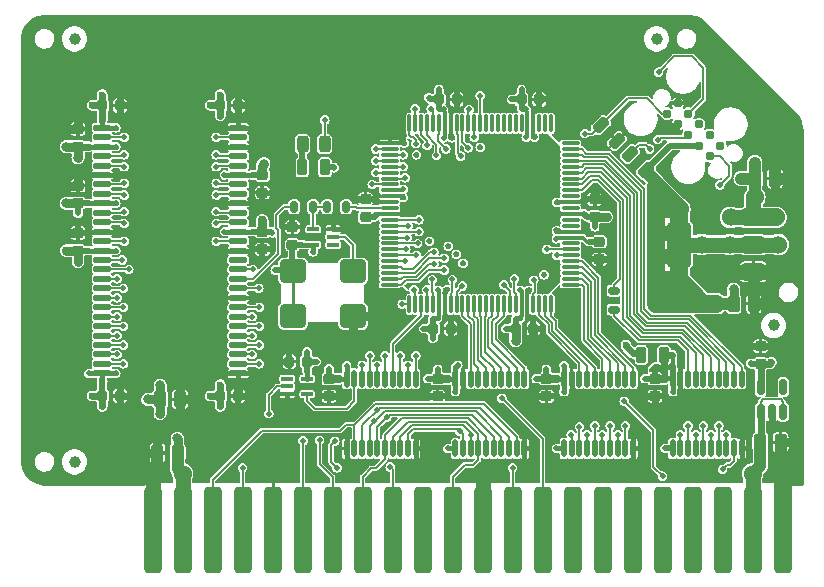
<source format=gtl>
G04 #@! TF.GenerationSoftware,KiCad,Pcbnew,7.0.1-0*
G04 #@! TF.CreationDate,2023-11-03T04:24:23-04:00*
G04 #@! TF.ProjectId,RAM2GS,52414d32-4753-42e6-9b69-6361645f7063,2.1*
G04 #@! TF.SameCoordinates,Original*
G04 #@! TF.FileFunction,Copper,L1,Top*
G04 #@! TF.FilePolarity,Positive*
%FSLAX46Y46*%
G04 Gerber Fmt 4.6, Leading zero omitted, Abs format (unit mm)*
G04 Created by KiCad (PCBNEW 7.0.1-0) date 2023-11-03 04:24:23*
%MOMM*%
%LPD*%
G01*
G04 APERTURE LIST*
G04 Aperture macros list*
%AMRoundRect*
0 Rectangle with rounded corners*
0 $1 Rounding radius*
0 $2 $3 $4 $5 $6 $7 $8 $9 X,Y pos of 4 corners*
0 Add a 4 corners polygon primitive as box body*
4,1,4,$2,$3,$4,$5,$6,$7,$8,$9,$2,$3,0*
0 Add four circle primitives for the rounded corners*
1,1,$1+$1,$2,$3*
1,1,$1+$1,$4,$5*
1,1,$1+$1,$6,$7*
1,1,$1+$1,$8,$9*
0 Add four rect primitives between the rounded corners*
20,1,$1+$1,$2,$3,$4,$5,0*
20,1,$1+$1,$4,$5,$6,$7,0*
20,1,$1+$1,$6,$7,$8,$9,0*
20,1,$1+$1,$8,$9,$2,$3,0*%
G04 Aperture macros list end*
G04 #@! TA.AperFunction,SMDPad,CuDef*
%ADD10C,1.000000*%
G04 #@! TD*
G04 #@! TA.AperFunction,SMDPad,CuDef*
%ADD11RoundRect,0.212500X0.262500X-0.212500X0.262500X0.212500X-0.262500X0.212500X-0.262500X-0.212500X0*%
G04 #@! TD*
G04 #@! TA.AperFunction,SMDPad,CuDef*
%ADD12RoundRect,0.212500X-0.212500X-0.262500X0.212500X-0.262500X0.212500X0.262500X-0.212500X0.262500X0*%
G04 #@! TD*
G04 #@! TA.AperFunction,SMDPad,CuDef*
%ADD13RoundRect,0.212500X-0.262500X0.212500X-0.262500X-0.212500X0.262500X-0.212500X0.262500X0.212500X0*%
G04 #@! TD*
G04 #@! TA.AperFunction,ComponentPad*
%ADD14C,2.000000*%
G04 #@! TD*
G04 #@! TA.AperFunction,SMDPad,CuDef*
%ADD15RoundRect,0.112500X0.112500X-0.612500X0.112500X0.612500X-0.112500X0.612500X-0.112500X-0.612500X0*%
G04 #@! TD*
G04 #@! TA.AperFunction,SMDPad,CuDef*
%ADD16RoundRect,0.262500X0.262500X0.437500X-0.262500X0.437500X-0.262500X-0.437500X0.262500X-0.437500X0*%
G04 #@! TD*
G04 #@! TA.AperFunction,SMDPad,CuDef*
%ADD17RoundRect,0.262500X-0.262500X-0.437500X0.262500X-0.437500X0.262500X0.437500X-0.262500X0.437500X0*%
G04 #@! TD*
G04 #@! TA.AperFunction,SMDPad,CuDef*
%ADD18RoundRect,0.300000X0.700000X0.450000X-0.700000X0.450000X-0.700000X-0.450000X0.700000X-0.450000X0*%
G04 #@! TD*
G04 #@! TA.AperFunction,SMDPad,CuDef*
%ADD19RoundRect,0.300000X0.700000X1.600000X-0.700000X1.600000X-0.700000X-1.600000X0.700000X-1.600000X0*%
G04 #@! TD*
G04 #@! TA.AperFunction,SMDPad,CuDef*
%ADD20RoundRect,0.212500X-0.494975X-0.194454X-0.194454X-0.494975X0.494975X0.194454X0.194454X0.494975X0*%
G04 #@! TD*
G04 #@! TA.AperFunction,SMDPad,CuDef*
%ADD21RoundRect,0.212500X0.494975X0.194454X0.194454X0.494975X-0.494975X-0.194454X-0.194454X-0.494975X0*%
G04 #@! TD*
G04 #@! TA.AperFunction,SMDPad,CuDef*
%ADD22RoundRect,0.100000X-0.400000X-0.100000X0.400000X-0.100000X0.400000X0.100000X-0.400000X0.100000X0*%
G04 #@! TD*
G04 #@! TA.AperFunction,ConnectorPad*
%ADD23C,0.787400*%
G04 #@! TD*
G04 #@! TA.AperFunction,SMDPad,CuDef*
%ADD24RoundRect,0.075000X-0.662500X-0.075000X0.662500X-0.075000X0.662500X0.075000X-0.662500X0.075000X0*%
G04 #@! TD*
G04 #@! TA.AperFunction,SMDPad,CuDef*
%ADD25RoundRect,0.075000X-0.075000X-0.662500X0.075000X-0.662500X0.075000X0.662500X-0.075000X0.662500X0*%
G04 #@! TD*
G04 #@! TA.AperFunction,SMDPad,CuDef*
%ADD26RoundRect,0.114500X-0.640500X-0.114500X0.640500X-0.114500X0.640500X0.114500X-0.640500X0.114500X0*%
G04 #@! TD*
G04 #@! TA.AperFunction,SMDPad,CuDef*
%ADD27RoundRect,0.300000X-0.800000X-0.700000X0.800000X-0.700000X0.800000X0.700000X-0.800000X0.700000X0*%
G04 #@! TD*
G04 #@! TA.AperFunction,SMDPad,CuDef*
%ADD28RoundRect,0.100000X0.400000X0.100000X-0.400000X0.100000X-0.400000X-0.100000X0.400000X-0.100000X0*%
G04 #@! TD*
G04 #@! TA.AperFunction,SMDPad,CuDef*
%ADD29RoundRect,0.212500X0.212500X0.262500X-0.212500X0.262500X-0.212500X-0.262500X0.212500X-0.262500X0*%
G04 #@! TD*
G04 #@! TA.AperFunction,SMDPad,CuDef*
%ADD30RoundRect,0.212500X0.212500X0.487500X-0.212500X0.487500X-0.212500X-0.487500X0.212500X-0.487500X0*%
G04 #@! TD*
G04 #@! TA.AperFunction,SMDPad,CuDef*
%ADD31RoundRect,0.162500X0.162500X-0.512500X0.162500X0.512500X-0.162500X0.512500X-0.162500X-0.512500X0*%
G04 #@! TD*
G04 #@! TA.AperFunction,SMDPad,CuDef*
%ADD32RoundRect,0.175000X0.175000X0.300000X-0.175000X0.300000X-0.175000X-0.300000X0.175000X-0.300000X0*%
G04 #@! TD*
G04 #@! TA.AperFunction,SMDPad,CuDef*
%ADD33RoundRect,0.175000X-0.175000X-0.300000X0.175000X-0.300000X0.175000X0.300000X-0.175000X0.300000X0*%
G04 #@! TD*
G04 #@! TA.AperFunction,SMDPad,CuDef*
%ADD34RoundRect,0.212500X-0.212500X-0.487500X0.212500X-0.487500X0.212500X0.487500X-0.212500X0.487500X0*%
G04 #@! TD*
G04 #@! TA.AperFunction,SMDPad,CuDef*
%ADD35RoundRect,0.243750X0.243750X0.456250X-0.243750X0.456250X-0.243750X-0.456250X0.243750X-0.456250X0*%
G04 #@! TD*
G04 #@! TA.AperFunction,SMDPad,CuDef*
%ADD36RoundRect,0.175000X-0.300000X0.175000X-0.300000X-0.175000X0.300000X-0.175000X0.300000X0.175000X0*%
G04 #@! TD*
G04 #@! TA.AperFunction,SMDPad,CuDef*
%ADD37RoundRect,0.381000X-0.381000X-3.289000X0.381000X-3.289000X0.381000X3.289000X-0.381000X3.289000X0*%
G04 #@! TD*
G04 #@! TA.AperFunction,ViaPad*
%ADD38C,0.500000*%
G04 #@! TD*
G04 #@! TA.AperFunction,ViaPad*
%ADD39C,1.524000*%
G04 #@! TD*
G04 #@! TA.AperFunction,ViaPad*
%ADD40C,0.762000*%
G04 #@! TD*
G04 #@! TA.AperFunction,ViaPad*
%ADD41C,0.800000*%
G04 #@! TD*
G04 #@! TA.AperFunction,ViaPad*
%ADD42C,0.600000*%
G04 #@! TD*
G04 #@! TA.AperFunction,ViaPad*
%ADD43C,1.000000*%
G04 #@! TD*
G04 #@! TA.AperFunction,ViaPad*
%ADD44C,0.508000*%
G04 #@! TD*
G04 #@! TA.AperFunction,Conductor*
%ADD45C,1.270000*%
G04 #@! TD*
G04 #@! TA.AperFunction,Conductor*
%ADD46C,0.762000*%
G04 #@! TD*
G04 #@! TA.AperFunction,Conductor*
%ADD47C,0.508000*%
G04 #@! TD*
G04 #@! TA.AperFunction,Conductor*
%ADD48C,0.500000*%
G04 #@! TD*
G04 #@! TA.AperFunction,Conductor*
%ADD49C,0.250000*%
G04 #@! TD*
G04 #@! TA.AperFunction,Conductor*
%ADD50C,0.300000*%
G04 #@! TD*
G04 #@! TA.AperFunction,Conductor*
%ADD51C,0.254000*%
G04 #@! TD*
G04 #@! TA.AperFunction,Conductor*
%ADD52C,0.400000*%
G04 #@! TD*
G04 #@! TA.AperFunction,Conductor*
%ADD53C,0.450000*%
G04 #@! TD*
G04 #@! TA.AperFunction,Conductor*
%ADD54C,0.800000*%
G04 #@! TD*
G04 #@! TA.AperFunction,Conductor*
%ADD55C,0.600000*%
G04 #@! TD*
G04 #@! TA.AperFunction,Conductor*
%ADD56C,1.524000*%
G04 #@! TD*
G04 #@! TA.AperFunction,Conductor*
%ADD57C,1.000000*%
G04 #@! TD*
G04 #@! TA.AperFunction,Conductor*
%ADD58C,0.150000*%
G04 #@! TD*
G04 #@! TA.AperFunction,Conductor*
%ADD59C,0.550000*%
G04 #@! TD*
G04 #@! TA.AperFunction,Conductor*
%ADD60C,0.700000*%
G04 #@! TD*
G04 #@! TA.AperFunction,Conductor*
%ADD61C,0.895000*%
G04 #@! TD*
G04 APERTURE END LIST*
D10*
X51054000Y-129540000D03*
D11*
X75700000Y-108800000D03*
X75700000Y-107300000D03*
X95100000Y-108800000D03*
X95100000Y-107300000D03*
D12*
X81400000Y-118250000D03*
X82900000Y-118250000D03*
X88400000Y-118250000D03*
X89900000Y-118250000D03*
X81900000Y-98850000D03*
X83400000Y-98850000D03*
D13*
X95500000Y-110900000D03*
X95500000Y-112400000D03*
D12*
X88900000Y-98850000D03*
X90400000Y-98850000D03*
D11*
X51350000Y-107650000D03*
X51350000Y-106150000D03*
X51350000Y-102850000D03*
X51350000Y-101350000D03*
D12*
X53400000Y-99350000D03*
X54900000Y-99350000D03*
X63400000Y-123950000D03*
X64900000Y-123950000D03*
X63400000Y-99350000D03*
X64900000Y-99350000D03*
D13*
X66950000Y-110050000D03*
X66950000Y-111550000D03*
X66950000Y-105250000D03*
X66950000Y-106750000D03*
D11*
X51350000Y-111650000D03*
X51350000Y-110150000D03*
D12*
X53400000Y-123950000D03*
X54900000Y-123950000D03*
D14*
X110998000Y-130175000D03*
D15*
X92500000Y-128400000D03*
X93150000Y-128400000D03*
X93800000Y-128400000D03*
X94450000Y-128400000D03*
X95100000Y-128400000D03*
X95750000Y-128400000D03*
X96400000Y-128400000D03*
X97050000Y-128400000D03*
X97700000Y-128400000D03*
X98350000Y-128400000D03*
X98350000Y-122500000D03*
X97700000Y-122500000D03*
X97050000Y-122500000D03*
X96400000Y-122500000D03*
X95750000Y-122500000D03*
X95100000Y-122500000D03*
X94450000Y-122500000D03*
X93800000Y-122500000D03*
X93150000Y-122500000D03*
X92500000Y-122500000D03*
D13*
X91000000Y-122500000D03*
X91000000Y-124000000D03*
X81800000Y-122500000D03*
X81800000Y-124000000D03*
D15*
X101700000Y-128400000D03*
X102350000Y-128400000D03*
X103000000Y-128400000D03*
X103650000Y-128400000D03*
X104300000Y-128400000D03*
X104950000Y-128400000D03*
X105600000Y-128400000D03*
X106250000Y-128400000D03*
X106900000Y-128400000D03*
X107550000Y-128400000D03*
X107550000Y-122500000D03*
X106900000Y-122500000D03*
X106250000Y-122500000D03*
X105600000Y-122500000D03*
X104950000Y-122500000D03*
X104300000Y-122500000D03*
X103650000Y-122500000D03*
X103000000Y-122500000D03*
X102350000Y-122500000D03*
X101700000Y-122500000D03*
D13*
X72600000Y-122500000D03*
X72600000Y-124000000D03*
D15*
X83300000Y-128400000D03*
X83950000Y-128400000D03*
X84600000Y-128400000D03*
X85250000Y-128400000D03*
X85900000Y-128400000D03*
X86550000Y-128400000D03*
X87200000Y-128400000D03*
X87850000Y-128400000D03*
X88500000Y-128400000D03*
X89150000Y-128400000D03*
X89150000Y-122500000D03*
X88500000Y-122500000D03*
X87850000Y-122500000D03*
X87200000Y-122500000D03*
X86550000Y-122500000D03*
X85900000Y-122500000D03*
X85250000Y-122500000D03*
X84600000Y-122500000D03*
X83950000Y-122500000D03*
X83300000Y-122500000D03*
D16*
X59778000Y-128778000D03*
X58078000Y-128778000D03*
D17*
X109132000Y-127889000D03*
X110832000Y-127889000D03*
D10*
X100330000Y-93726000D03*
D18*
X108537000Y-113450000D03*
D19*
X102237000Y-111150000D03*
D18*
X108537000Y-111150000D03*
X108537000Y-108850000D03*
D17*
X108650000Y-105550000D03*
X110350000Y-105550000D03*
X106850000Y-116150000D03*
X108550000Y-116150000D03*
D20*
X95628249Y-101028249D03*
X96971751Y-102371751D03*
D21*
X99421751Y-104821751D03*
X98078249Y-103478249D03*
D10*
X51054000Y-93726000D03*
D22*
X69050000Y-122500000D03*
X69050000Y-123150000D03*
X69050000Y-123800000D03*
X70750000Y-123800000D03*
X70750000Y-122500000D03*
D23*
X101228936Y-100067962D03*
X102126962Y-100965987D03*
X103024987Y-101864013D03*
X103923013Y-102762038D03*
X104821038Y-103660064D03*
X105719064Y-102762038D03*
X104821038Y-101864013D03*
X103923013Y-100965987D03*
X103024987Y-100067962D03*
X102126962Y-99169936D03*
D15*
X74100000Y-128400000D03*
X74750000Y-128400000D03*
X75400000Y-128400000D03*
X76050000Y-128400000D03*
X76700000Y-128400000D03*
X77350000Y-128400000D03*
X78000000Y-128400000D03*
X78650000Y-128400000D03*
X79300000Y-128400000D03*
X79950000Y-128400000D03*
X79950000Y-122500000D03*
X79300000Y-122500000D03*
X78650000Y-122500000D03*
X78000000Y-122500000D03*
X77350000Y-122500000D03*
X76700000Y-122500000D03*
X76050000Y-122500000D03*
X75400000Y-122500000D03*
X74750000Y-122500000D03*
X74100000Y-122500000D03*
D24*
X77737500Y-102550000D03*
X77737500Y-103050000D03*
X77737500Y-103550000D03*
X77737500Y-104050000D03*
X77737500Y-104550000D03*
X77737500Y-105050000D03*
X77737500Y-105550000D03*
X77737500Y-106050000D03*
X77737500Y-106550000D03*
X77737500Y-107050000D03*
X77737500Y-107550000D03*
X77737500Y-108050000D03*
X77737500Y-108550000D03*
X77737500Y-109050000D03*
X77737500Y-109550000D03*
X77737500Y-110050000D03*
X77737500Y-110550000D03*
X77737500Y-111050000D03*
X77737500Y-111550000D03*
X77737500Y-112050000D03*
X77737500Y-112550000D03*
X77737500Y-113050000D03*
X77737500Y-113550000D03*
X77737500Y-114050000D03*
X77737500Y-114550000D03*
D25*
X79400000Y-116212500D03*
X79900000Y-116212500D03*
X80400000Y-116212500D03*
X80900000Y-116212500D03*
X81400000Y-116212500D03*
X81900000Y-116212500D03*
X82400000Y-116212500D03*
X82900000Y-116212500D03*
X83400000Y-116212500D03*
X83900000Y-116212500D03*
X84400000Y-116212500D03*
X84900000Y-116212500D03*
X85400000Y-116212500D03*
X85900000Y-116212500D03*
X86400000Y-116212500D03*
X86900000Y-116212500D03*
X87400000Y-116212500D03*
X87900000Y-116212500D03*
X88400000Y-116212500D03*
X88900000Y-116212500D03*
X89400000Y-116212500D03*
X89900000Y-116212500D03*
X90400000Y-116212500D03*
X90900000Y-116212500D03*
X91400000Y-116212500D03*
D24*
X93062500Y-114550000D03*
X93062500Y-114050000D03*
X93062500Y-113550000D03*
X93062500Y-113050000D03*
X93062500Y-112550000D03*
X93062500Y-112050000D03*
X93062500Y-111550000D03*
X93062500Y-111050000D03*
X93062500Y-110550000D03*
X93062500Y-110050000D03*
X93062500Y-109550000D03*
X93062500Y-109050000D03*
X93062500Y-108550000D03*
X93062500Y-108050000D03*
X93062500Y-107550000D03*
X93062500Y-107050000D03*
X93062500Y-106550000D03*
X93062500Y-106050000D03*
X93062500Y-105550000D03*
X93062500Y-105050000D03*
X93062500Y-104550000D03*
X93062500Y-104050000D03*
X93062500Y-103550000D03*
X93062500Y-103050000D03*
X93062500Y-102550000D03*
D25*
X91400000Y-100887500D03*
X90900000Y-100887500D03*
X90400000Y-100887500D03*
X89900000Y-100887500D03*
X89400000Y-100887500D03*
X88900000Y-100887500D03*
X88400000Y-100887500D03*
X87900000Y-100887500D03*
X87400000Y-100887500D03*
X86900000Y-100887500D03*
X86400000Y-100887500D03*
X85900000Y-100887500D03*
X85400000Y-100887500D03*
X84900000Y-100887500D03*
X84400000Y-100887500D03*
X83900000Y-100887500D03*
X83400000Y-100887500D03*
X82900000Y-100887500D03*
X82400000Y-100887500D03*
X81900000Y-100887500D03*
X81400000Y-100887500D03*
X80900000Y-100887500D03*
X80400000Y-100887500D03*
X79900000Y-100887500D03*
X79400000Y-100887500D03*
D26*
X53400000Y-101250000D03*
X53400000Y-102050000D03*
X53400000Y-102850000D03*
X53400000Y-103650000D03*
X53400000Y-104450000D03*
X53400000Y-105250000D03*
X53400000Y-106050000D03*
X53400000Y-106850000D03*
X53400000Y-107650000D03*
X53400000Y-108450000D03*
X53400000Y-109250000D03*
X53400000Y-110050000D03*
X53400000Y-110850000D03*
X53400000Y-111650000D03*
X53400000Y-112450000D03*
X53400000Y-113250000D03*
X53400000Y-114050000D03*
X53400000Y-114850000D03*
X53400000Y-115650000D03*
X53400000Y-116450000D03*
X53400000Y-117250000D03*
X53400000Y-118050000D03*
X53400000Y-118850000D03*
X53400000Y-119650000D03*
X53400000Y-120450000D03*
X53400000Y-121250000D03*
X53400000Y-122050000D03*
X64900000Y-122050000D03*
X64900000Y-121250000D03*
X64900000Y-120450000D03*
X64900000Y-119650000D03*
X64900000Y-118850000D03*
X64900000Y-118050000D03*
X64900000Y-117250000D03*
X64900000Y-116450000D03*
X64900000Y-115650000D03*
X64900000Y-114850000D03*
X64900000Y-114050000D03*
X64900000Y-113250000D03*
X64900000Y-112450000D03*
X64900000Y-111650000D03*
X64900000Y-110850000D03*
X64900000Y-110050000D03*
X64900000Y-109250000D03*
X64900000Y-108450000D03*
X64900000Y-107650000D03*
X64900000Y-106850000D03*
X64900000Y-106050000D03*
X64900000Y-105250000D03*
X64900000Y-104450000D03*
X64900000Y-103650000D03*
X64900000Y-102850000D03*
X64900000Y-102050000D03*
X64900000Y-101250000D03*
D27*
X69560000Y-117205000D03*
X74640000Y-117205000D03*
X74640000Y-113395000D03*
X69560000Y-113395000D03*
D28*
X72950000Y-111150000D03*
X72950000Y-110500000D03*
X72950000Y-109850000D03*
X71250000Y-109850000D03*
X71250000Y-111150000D03*
D11*
X69500000Y-111150000D03*
X69500000Y-109650000D03*
D17*
X58300000Y-124250000D03*
X60000000Y-124250000D03*
D29*
X70750000Y-121050000D03*
X69250000Y-121050000D03*
D13*
X100200000Y-122500000D03*
X100200000Y-124000000D03*
D10*
X110236000Y-117983000D03*
D11*
X109150000Y-121250000D03*
X109150000Y-119750000D03*
D30*
X100950000Y-120500000D03*
X99050000Y-120500000D03*
D31*
X109150000Y-125300000D03*
X110100000Y-125300000D03*
X111050000Y-125300000D03*
X111050000Y-123200000D03*
X109150000Y-123200000D03*
D32*
X71250000Y-107950000D03*
X69650000Y-107950000D03*
D33*
X72450000Y-107950000D03*
X74050000Y-107950000D03*
D34*
X70350000Y-104600000D03*
X72250000Y-104600000D03*
D35*
X72237500Y-102650000D03*
X70362500Y-102650000D03*
D36*
X96750000Y-115050000D03*
X96750000Y-116650000D03*
D37*
X57658000Y-135282000D03*
X60198000Y-135282000D03*
X62738000Y-135282000D03*
X65278000Y-135282000D03*
X67818000Y-135282000D03*
X70358000Y-135282000D03*
X72898000Y-135282000D03*
X75438000Y-135282000D03*
X77978000Y-135282000D03*
X80518000Y-135282000D03*
X83058000Y-135282000D03*
X85598000Y-135282000D03*
X88138000Y-135282000D03*
X90678000Y-135282000D03*
X93218000Y-135282000D03*
X95758000Y-135282000D03*
X98298000Y-135282000D03*
X100838000Y-135282000D03*
X103378000Y-135282000D03*
X105918000Y-135282000D03*
X108458000Y-135282000D03*
X110998000Y-135282000D03*
D38*
X112014000Y-100965000D03*
X74168000Y-130937000D03*
X102108000Y-130937000D03*
X64008000Y-130937000D03*
D39*
X57658000Y-130556000D03*
D38*
X104648000Y-130937000D03*
X61722000Y-130937000D03*
X106680000Y-95377000D03*
X94488000Y-130937000D03*
X46990000Y-117983000D03*
X46990000Y-112903000D03*
X46990000Y-107823000D03*
X81788000Y-130937000D03*
X91948000Y-130937000D03*
X89408000Y-130937000D03*
X97028000Y-130937000D03*
X69088000Y-130937000D03*
X52578000Y-128143000D03*
X54991000Y-131064000D03*
X49911000Y-131064000D03*
X79248000Y-130937000D03*
X76708000Y-130937000D03*
X71628000Y-130937000D03*
X86868000Y-130937000D03*
X84328000Y-130937000D03*
X66548000Y-130937000D03*
X109347000Y-98044000D03*
D40*
X89900000Y-119250000D03*
D38*
X76600000Y-107550000D03*
X94200000Y-107550000D03*
X90000000Y-99700000D03*
X78900000Y-107150000D03*
X83000000Y-102100000D03*
X90000000Y-102050000D03*
X89500000Y-115000000D03*
X91850000Y-109950000D03*
X82550000Y-114950000D03*
X84250000Y-98750000D03*
D40*
X96100000Y-107300000D03*
X95100000Y-106350000D03*
D38*
X94600000Y-112400000D03*
X91250000Y-98850000D03*
X94200000Y-110000000D03*
X80000000Y-103550000D03*
X78950000Y-102550000D03*
X83000000Y-99700000D03*
X89500000Y-117400000D03*
X82500000Y-117400000D03*
X85400000Y-102900000D03*
X66050000Y-101250000D03*
X63750000Y-101250000D03*
X66050000Y-102850000D03*
X66050000Y-122050000D03*
X52250000Y-110050000D03*
X54550000Y-110050000D03*
X63750000Y-102850000D03*
X63750000Y-122050000D03*
X66050000Y-111650000D03*
X63750000Y-107650000D03*
X59150000Y-108850000D03*
X60550000Y-122050000D03*
X59150000Y-106450000D03*
X57750000Y-122050000D03*
X59150000Y-104050000D03*
X63750000Y-111650000D03*
D40*
X50350000Y-110150000D03*
X51350000Y-105200000D03*
D38*
X51350000Y-109300000D03*
X57950000Y-111650000D03*
X60350000Y-111650000D03*
X59150000Y-110050000D03*
X59150000Y-107650000D03*
X59150000Y-102850000D03*
X59150000Y-101250000D03*
X59150000Y-105250000D03*
X60060000Y-99799000D03*
D41*
X50350000Y-106150000D03*
X51350000Y-100400000D03*
X50350000Y-101350000D03*
D38*
X54550000Y-105250000D03*
X99568000Y-130937000D03*
X106807000Y-130937000D03*
X74100000Y-127250000D03*
X89150000Y-129550000D03*
X89800000Y-128400000D03*
X89150000Y-127250000D03*
X80600000Y-128400000D03*
X79950000Y-127250000D03*
X81950000Y-129150000D03*
X93175000Y-100800000D03*
X68050000Y-127750000D03*
X91000000Y-127150000D03*
X100550000Y-127750000D03*
X78100000Y-115450000D03*
X112014000Y-127889000D03*
X112014000Y-112649000D03*
D39*
X106600000Y-113450000D03*
X110450000Y-113450000D03*
D38*
X82000000Y-128150000D03*
X81500000Y-127250000D03*
X95250000Y-121050000D03*
X73850000Y-109850000D03*
X50038000Y-115443000D03*
X50038000Y-120523000D03*
X46990000Y-123063000D03*
X50038000Y-125603000D03*
X46990000Y-128143000D03*
X104800000Y-114950000D03*
X107162600Y-129870200D03*
X90800000Y-113700000D03*
X81100000Y-110850000D03*
X87200000Y-118950000D03*
X87750000Y-117500000D03*
X112014000Y-107569000D03*
X80700000Y-117550000D03*
X100750000Y-104450000D03*
X83375000Y-111950000D03*
X82700000Y-111275000D03*
X83950000Y-112725000D03*
X46990000Y-102743000D03*
X96350000Y-118250000D03*
X93500000Y-118350000D03*
X105100000Y-109050000D03*
X104700000Y-106250000D03*
X101450000Y-103750000D03*
X103800000Y-98550000D03*
X99900000Y-95700000D03*
X96950000Y-100450000D03*
X87950000Y-99550000D03*
X77200000Y-126750000D03*
X86800000Y-125000000D03*
X73900000Y-120400000D03*
X78750000Y-119550000D03*
X73950000Y-111200000D03*
X78100000Y-117000000D03*
D42*
X110050000Y-119900000D03*
X110100000Y-126400000D03*
X108250000Y-119900000D03*
D38*
X112014000Y-117729000D03*
X107300000Y-124750000D03*
X82931000Y-92202000D03*
X88011000Y-92202000D03*
X98171000Y-97282000D03*
X46990000Y-97663000D03*
X98171000Y-92202000D03*
X52451000Y-97282000D03*
X70231000Y-99822000D03*
X50038000Y-94742000D03*
X62611000Y-92202000D03*
X67691000Y-92202000D03*
X57531000Y-92202000D03*
X72771000Y-92202000D03*
X107150000Y-118500000D03*
X82650000Y-124000000D03*
X102400000Y-123600000D03*
D42*
X99300000Y-124000000D03*
X90100000Y-124000000D03*
D38*
X84000000Y-123600000D03*
X93200000Y-123600000D03*
X101050000Y-124000000D03*
X71750000Y-124000000D03*
X102400000Y-121400000D03*
X91850000Y-124000000D03*
D42*
X80900000Y-124000000D03*
X100200000Y-124850000D03*
X73500000Y-124000000D03*
D38*
X93091000Y-92202000D03*
X77851000Y-92202000D03*
X52451000Y-92202000D03*
D42*
X65750000Y-99350000D03*
D43*
X110100000Y-116150000D03*
D41*
X74650000Y-118750000D03*
D42*
X54900000Y-124850000D03*
D38*
X66950000Y-112400000D03*
X101550000Y-101550000D03*
D42*
X54900000Y-123050000D03*
D38*
X83700000Y-118250000D03*
X77851000Y-97790000D03*
X69500000Y-108850000D03*
X64900000Y-124800000D03*
X83400000Y-98000000D03*
D42*
X55750000Y-123950000D03*
D38*
X95800000Y-102950000D03*
D42*
X64900000Y-122700000D03*
D38*
X66850000Y-107550000D03*
D40*
X58166000Y-127508000D03*
D41*
X76250000Y-117200000D03*
D42*
X54900000Y-98450000D03*
D38*
X57531000Y-97282000D03*
X54991000Y-94742000D03*
D42*
X65750000Y-123950000D03*
D38*
X82900000Y-119100000D03*
X77750000Y-101850000D03*
X90400000Y-98000000D03*
X69500000Y-120150000D03*
D41*
X60000000Y-125450000D03*
D42*
X54900000Y-100250000D03*
D41*
X110350000Y-106800000D03*
D38*
X67800000Y-111550000D03*
D42*
X74750000Y-107200000D03*
D43*
X110350000Y-104200000D03*
D38*
X90700000Y-118250000D03*
D43*
X111550000Y-105550000D03*
D41*
X61050000Y-124250000D03*
D42*
X55750000Y-99350000D03*
X95500000Y-113300000D03*
X74500000Y-129800000D03*
X64900000Y-98450000D03*
X96400000Y-112400000D03*
D38*
X95631000Y-94742000D03*
X73000000Y-109250000D03*
X69050000Y-124400000D03*
X99000000Y-128400000D03*
D42*
X64900000Y-100600000D03*
D41*
X60000000Y-123050000D03*
D40*
X57023000Y-128778000D03*
D38*
X107450000Y-127250000D03*
X91900000Y-107550000D03*
X67800000Y-106600000D03*
X68450000Y-121200000D03*
X98350000Y-127250000D03*
X68650000Y-109550000D03*
X88138000Y-130048000D03*
X102350000Y-127250000D03*
X95750000Y-127250000D03*
X77775000Y-129975000D03*
X65278000Y-130048000D03*
X67500000Y-125450000D03*
X97700000Y-126500000D03*
X97050000Y-127250000D03*
X96400000Y-126500000D03*
X93100000Y-127250000D03*
X95100000Y-126500000D03*
X94450000Y-127250000D03*
X93800000Y-126550000D03*
X103000000Y-126500000D03*
X103650000Y-127250000D03*
X104300000Y-126500000D03*
X104950000Y-127250000D03*
X105600000Y-126500000D03*
X106250000Y-127250000D03*
X105918000Y-130175000D03*
X97600000Y-124400000D03*
X100838000Y-130746500D03*
X83650000Y-126950000D03*
X76450000Y-126100000D03*
X73279000Y-130048000D03*
X73100000Y-127800000D03*
X70400000Y-127750000D03*
X76700000Y-125150000D03*
X77500000Y-125750000D03*
X71800000Y-127700000D03*
X87249000Y-124142500D03*
X84600000Y-127250000D03*
X89300000Y-99700000D03*
X81050000Y-98700000D03*
X88050000Y-98850000D03*
X94600000Y-110900000D03*
X78900000Y-106450000D03*
X89300000Y-102050000D03*
X88800000Y-115000000D03*
X81850000Y-115000000D03*
X82300000Y-99700000D03*
X88800000Y-117400000D03*
X81800000Y-117400000D03*
X91850000Y-110650000D03*
X66050000Y-110050000D03*
D44*
X54550000Y-102850000D03*
X54550000Y-111650000D03*
D42*
X63400000Y-123000000D03*
D41*
X51350000Y-103800000D03*
X50350000Y-107650000D03*
X50350000Y-102850000D03*
D44*
X54550000Y-101250000D03*
D40*
X66950000Y-109100000D03*
D38*
X51350000Y-108500000D03*
D40*
X50350000Y-111650000D03*
X51350000Y-112600000D03*
D38*
X63750000Y-110050000D03*
X63750000Y-105250000D03*
X66050000Y-105250000D03*
X54550000Y-122050000D03*
X52250000Y-122050000D03*
X52250000Y-111650000D03*
X52250000Y-107650000D03*
X52250000Y-102850000D03*
X54550000Y-107650000D03*
X91875000Y-122500000D03*
X82675000Y-122500000D03*
D43*
X104300000Y-116150000D03*
X102300000Y-116150000D03*
X100300000Y-116150000D03*
X100300000Y-111650000D03*
X100300000Y-108650000D03*
X100300000Y-110150000D03*
X100300000Y-113150000D03*
X100300000Y-114650000D03*
D38*
X82300000Y-102100000D03*
D39*
X102300000Y-108150000D03*
X104150000Y-111150000D03*
X110650000Y-111150000D03*
X102300000Y-114150000D03*
D38*
X101075000Y-122500000D03*
X83500000Y-121350000D03*
X83300000Y-123600000D03*
X91000000Y-121700000D03*
X100200000Y-121700000D03*
X81800000Y-121700000D03*
X80950000Y-122500000D03*
X101700000Y-121400000D03*
X99350000Y-122500000D03*
X92500000Y-121400000D03*
X90150000Y-122500000D03*
X101700000Y-123600000D03*
X92500000Y-123600000D03*
D39*
X106550000Y-111150000D03*
D38*
X70750000Y-120200000D03*
D42*
X105850000Y-116150000D03*
D41*
X88400000Y-119300000D03*
D42*
X53400000Y-98450000D03*
D43*
X100300000Y-106150000D03*
D38*
X101050000Y-128400000D03*
D41*
X57250000Y-124250000D03*
D38*
X69500000Y-112000000D03*
X73050000Y-104650000D03*
X81400000Y-119100000D03*
X70750000Y-121900000D03*
X82650000Y-128400000D03*
X80600000Y-118250000D03*
X68050000Y-113300000D03*
D42*
X53400000Y-100600000D03*
D38*
X81900000Y-98000000D03*
D42*
X63400000Y-100250000D03*
X62550000Y-123950000D03*
X52550000Y-123950000D03*
D41*
X58300000Y-125450000D03*
D42*
X62550000Y-99350000D03*
X53400000Y-124850000D03*
X63400000Y-124850000D03*
D41*
X106850000Y-114900000D03*
D38*
X67800000Y-110150000D03*
D42*
X53400000Y-122700000D03*
D38*
X87550000Y-118250000D03*
D41*
X58300000Y-123050000D03*
D38*
X91850000Y-128400000D03*
X70350000Y-111150000D03*
X88900000Y-98000000D03*
D42*
X52550000Y-99350000D03*
D38*
X71550000Y-121050000D03*
X71250000Y-111750000D03*
D41*
X67100000Y-104300000D03*
D42*
X63400000Y-98450000D03*
D38*
X83900000Y-114650000D03*
X76050000Y-120550000D03*
X88300000Y-114050000D03*
X77350000Y-120550000D03*
X87400000Y-114550000D03*
X76700000Y-121350000D03*
X91900000Y-112050000D03*
X79950000Y-120550000D03*
X79300000Y-121350000D03*
X91050000Y-111550000D03*
X83050000Y-114100000D03*
X75400000Y-121350000D03*
X89950000Y-114150000D03*
X78650000Y-120550000D03*
X81250000Y-99650000D03*
D44*
X63050000Y-102050000D03*
X55250000Y-102050000D03*
D38*
X79900000Y-99650000D03*
X55250000Y-104550000D03*
X63050000Y-104550000D03*
X84450000Y-99700000D03*
D44*
X55250000Y-103550000D03*
X63050000Y-103550000D03*
D38*
X84900000Y-102050000D03*
X63050000Y-105950000D03*
D44*
X55250000Y-105950000D03*
D38*
X81700000Y-103600000D03*
X63050000Y-110850000D03*
D44*
X55250000Y-110850000D03*
D38*
X83750000Y-103650000D03*
D44*
X55250000Y-108350000D03*
D38*
X63050000Y-108350000D03*
X82500000Y-103050000D03*
X55250000Y-109350000D03*
X63050000Y-109350000D03*
X84400000Y-102950000D03*
X63050000Y-106950000D03*
X55250000Y-106950000D03*
X76550000Y-103050000D03*
X66150000Y-113250000D03*
X66650000Y-114850000D03*
X76250000Y-106050000D03*
X79050000Y-105500000D03*
X66700000Y-116450000D03*
X79300000Y-109550000D03*
X66100000Y-117250000D03*
X79200000Y-110550000D03*
X66700000Y-118050000D03*
X79100000Y-111550000D03*
X66100000Y-118850000D03*
X79000000Y-112550000D03*
X66700000Y-119650000D03*
X80850000Y-114950000D03*
X66100000Y-120450000D03*
X78800000Y-116200000D03*
X66700000Y-121250000D03*
X79800000Y-114950000D03*
X55200000Y-121250000D03*
X81350000Y-114100000D03*
X54650000Y-120450000D03*
X55200000Y-119650000D03*
X80000000Y-112050000D03*
X54650000Y-118850000D03*
X80100000Y-111050000D03*
X55200000Y-118050000D03*
X80200000Y-110050000D03*
X54650000Y-117250000D03*
X80200000Y-109050000D03*
X78900000Y-104550000D03*
X55200000Y-116450000D03*
X78900000Y-103550000D03*
X54650000Y-115650000D03*
X76550000Y-105050000D03*
X55200000Y-114850000D03*
X76550000Y-104050000D03*
X54650000Y-114050000D03*
X79950000Y-102600000D03*
X55650000Y-113250000D03*
X80900000Y-102750000D03*
D44*
X55100000Y-112450000D03*
D38*
X82350000Y-112300000D03*
X100500000Y-96550000D03*
X105700000Y-106100000D03*
X81500000Y-111800000D03*
X99750000Y-103050000D03*
X100450000Y-102250000D03*
X82350000Y-113300000D03*
X94250000Y-101750000D03*
X81500000Y-112800000D03*
D39*
X60198000Y-130556000D03*
D38*
X73475000Y-122500000D03*
D39*
X106600000Y-108850000D03*
X108650000Y-107150000D03*
X108458000Y-130556000D03*
D43*
X108650000Y-104200000D03*
D38*
X72600000Y-121650000D03*
D39*
X110450000Y-108850000D03*
D38*
X74100000Y-121400000D03*
D43*
X107500000Y-105550000D03*
D41*
X59750000Y-127550000D03*
D38*
X95100000Y-109650000D03*
X94200000Y-108550000D03*
D40*
X96100000Y-108800000D03*
D42*
X109150000Y-122100000D03*
X110050000Y-121100000D03*
X97750000Y-119650000D03*
D38*
X108300000Y-121200000D03*
X91900000Y-108550000D03*
X72250000Y-100600000D03*
X85400000Y-98550000D03*
D45*
X85598000Y-135382000D02*
X85598000Y-130556000D01*
X57658000Y-135382000D02*
X57658000Y-130556000D01*
D46*
X89900000Y-118250000D02*
X89900000Y-119250000D01*
D47*
X94200000Y-107550000D02*
X94450000Y-107300000D01*
X94450000Y-107300000D02*
X95100000Y-107300000D01*
X76350000Y-107300000D02*
X76600000Y-107550000D01*
X75700000Y-107300000D02*
X76350000Y-107300000D01*
D46*
X95100000Y-107300000D02*
X96100000Y-107300000D01*
X95100000Y-107300000D02*
X95100000Y-106350000D01*
D48*
X95500000Y-112400000D02*
X94600000Y-112400000D01*
D47*
X91250000Y-98850000D02*
X90400000Y-98850000D01*
X84150000Y-98850000D02*
X84250000Y-98750000D01*
X83400000Y-98850000D02*
X84150000Y-98850000D01*
D49*
X94150000Y-110050000D02*
X94200000Y-110000000D01*
X93062500Y-110050000D02*
X94150000Y-110050000D01*
D50*
X82900000Y-99900000D02*
X83000000Y-99800000D01*
D51*
X83000000Y-99700000D02*
X83050000Y-99700000D01*
D50*
X82900000Y-100875000D02*
X82900000Y-99900000D01*
X83000000Y-99800000D02*
X83000000Y-99700000D01*
X89900000Y-100875000D02*
X89900000Y-99900000D01*
X82900000Y-100875000D02*
X82900000Y-102000000D01*
D52*
X90350000Y-99700000D02*
X90000000Y-99700000D01*
X90400000Y-99650000D02*
X90350000Y-99700000D01*
D50*
X89900000Y-99900000D02*
X90000000Y-99800000D01*
X89900000Y-100875000D02*
X89900000Y-101950000D01*
X90000000Y-99800000D02*
X90000000Y-99700000D01*
X82900000Y-102000000D02*
X83000000Y-102100000D01*
D48*
X90400000Y-98850000D02*
X90400000Y-99650000D01*
D51*
X90000000Y-99700000D02*
X90050000Y-99700000D01*
D50*
X89900000Y-101950000D02*
X90000000Y-102050000D01*
X89400000Y-116225000D02*
X89400000Y-115100000D01*
X91950000Y-110050000D02*
X91850000Y-109950000D01*
X82400000Y-115100000D02*
X82550000Y-114950000D01*
X82400000Y-116225000D02*
X82400000Y-115100000D01*
X89400000Y-115100000D02*
X89500000Y-115000000D01*
X77725000Y-107550000D02*
X76600000Y-107550000D01*
X93075000Y-110050000D02*
X91950000Y-110050000D01*
X77725000Y-107050000D02*
X78800000Y-107050000D01*
X78800000Y-107050000D02*
X78900000Y-107150000D01*
D48*
X82900000Y-118250000D02*
X82900000Y-117450000D01*
D50*
X82550000Y-117350000D02*
X82900000Y-117350000D01*
X82500000Y-117400000D02*
X82550000Y-117350000D01*
X82400000Y-117200000D02*
X82500000Y-117300000D01*
X82500000Y-117300000D02*
X82500000Y-117400000D01*
X82900000Y-117350000D02*
X82900000Y-117450000D01*
X89550000Y-117350000D02*
X89900000Y-117350000D01*
X82400000Y-116225000D02*
X82400000Y-117200000D01*
X89900000Y-117350000D02*
X89900000Y-117450000D01*
X89500000Y-117300000D02*
X89500000Y-117400000D01*
D48*
X89900000Y-118250000D02*
X89900000Y-117450000D01*
D50*
X89400000Y-116225000D02*
X89400000Y-117200000D01*
X89400000Y-117200000D02*
X89500000Y-117300000D01*
X89500000Y-117400000D02*
X89550000Y-117350000D01*
D52*
X83400000Y-99650000D02*
X83350000Y-99700000D01*
X83350000Y-99700000D02*
X83000000Y-99700000D01*
D48*
X83400000Y-98850000D02*
X83400000Y-99650000D01*
D50*
X93075000Y-107550000D02*
X94200000Y-107550000D01*
D53*
X64900000Y-102850000D02*
X66050000Y-102850000D01*
X64900000Y-101250000D02*
X66050000Y-101250000D01*
X64900000Y-122050000D02*
X66050000Y-122050000D01*
X53400000Y-110050000D02*
X54550000Y-110050000D01*
X64900000Y-101250000D02*
X63750000Y-101250000D01*
X64900000Y-122050000D02*
X63750000Y-122050000D01*
X53400000Y-110050000D02*
X52250000Y-110050000D01*
X64900000Y-102850000D02*
X63750000Y-102850000D01*
X64900000Y-111650000D02*
X66050000Y-111650000D01*
X64900000Y-107650000D02*
X63750000Y-107650000D01*
D47*
X51350000Y-110150000D02*
X52150000Y-110150000D01*
D46*
X51350000Y-106150000D02*
X51350000Y-105200000D01*
D47*
X52150000Y-110150000D02*
X52250000Y-110050000D01*
X66950000Y-111550000D02*
X66150000Y-111550000D01*
D53*
X64900000Y-111650000D02*
X63750000Y-111650000D01*
D47*
X66150000Y-111550000D02*
X66050000Y-111650000D01*
X53400000Y-105250000D02*
X51400000Y-105250000D01*
D46*
X51350000Y-110150000D02*
X50350000Y-110150000D01*
D47*
X51400000Y-105250000D02*
X51350000Y-105200000D01*
X51350000Y-110150000D02*
X51350000Y-109300000D01*
D54*
X51350000Y-106150000D02*
X50350000Y-106150000D01*
X51350000Y-101350000D02*
X51350000Y-100400000D01*
X51350000Y-101350000D02*
X50350000Y-101350000D01*
D53*
X53400000Y-105250000D02*
X54550000Y-105250000D01*
X74100000Y-128400000D02*
X74100000Y-127250000D01*
X89150000Y-128400000D02*
X89150000Y-129550000D01*
X79950000Y-128400000D02*
X79950000Y-127250000D01*
X79950000Y-128400000D02*
X80600000Y-128400000D01*
D45*
X108537000Y-113450000D02*
X106600000Y-113450000D01*
X110450000Y-113450000D02*
X108537000Y-113450000D01*
D52*
X72950000Y-109850000D02*
X73850000Y-109850000D01*
D53*
X89150000Y-128400000D02*
X89800000Y-128400000D01*
X89150000Y-128400000D02*
X89150000Y-127250000D01*
D55*
X109150000Y-119750000D02*
X109900000Y-119750000D01*
X109150000Y-119750000D02*
X108400000Y-119750000D01*
X108400000Y-119750000D02*
X108250000Y-119900000D01*
X109900000Y-119750000D02*
X110050000Y-119900000D01*
X110100000Y-126400000D02*
X110100000Y-125300000D01*
D48*
X81800000Y-124000000D02*
X82650000Y-124000000D01*
D53*
X102350000Y-123550000D02*
X102400000Y-123600000D01*
X102350000Y-122500000D02*
X102350000Y-123550000D01*
D55*
X91000000Y-124000000D02*
X90100000Y-124000000D01*
X100200000Y-124000000D02*
X99300000Y-124000000D01*
D53*
X83950000Y-122500000D02*
X83950000Y-123550000D01*
X93150000Y-122500000D02*
X93150000Y-123550000D01*
X83950000Y-123550000D02*
X84000000Y-123600000D01*
X93150000Y-123550000D02*
X93200000Y-123600000D01*
D48*
X100200000Y-124000000D02*
X101050000Y-124000000D01*
X72600000Y-124000000D02*
X71750000Y-124000000D01*
D53*
X102350000Y-122500000D02*
X102350000Y-121450000D01*
D48*
X91000000Y-124000000D02*
X91850000Y-124000000D01*
D53*
X102350000Y-121450000D02*
X102400000Y-121400000D01*
D55*
X81800000Y-124000000D02*
X80900000Y-124000000D01*
X100200000Y-124000000D02*
X100200000Y-124850000D01*
X72600000Y-124000000D02*
X73500000Y-124000000D01*
X64900000Y-99350000D02*
X65750000Y-99350000D01*
D48*
X69250000Y-120350000D02*
X69450000Y-120150000D01*
D55*
X95500000Y-112400000D02*
X96400000Y-112400000D01*
D53*
X66950000Y-106750000D02*
X67650000Y-106750000D01*
X98350000Y-128400000D02*
X98350000Y-129300000D01*
D55*
X54900000Y-123950000D02*
X55750000Y-123950000D01*
D48*
X90400000Y-98850000D02*
X90400000Y-98000000D01*
D55*
X75700000Y-107300000D02*
X74850000Y-107300000D01*
D48*
X67800000Y-111550000D02*
X66950000Y-111550000D01*
D52*
X72950000Y-109850000D02*
X72950000Y-109300000D01*
D54*
X60000000Y-124250000D02*
X60000000Y-125450000D01*
X110350000Y-105550000D02*
X110350000Y-106800000D01*
D53*
X98350000Y-128400000D02*
X98350000Y-127250000D01*
D49*
X67818000Y-135382000D02*
X67818000Y-131191000D01*
D47*
X90700000Y-118250000D02*
X89900000Y-118250000D01*
D52*
X72950000Y-109300000D02*
X73000000Y-109250000D01*
D53*
X64900000Y-107650000D02*
X66750000Y-107650000D01*
D46*
X58078000Y-128778000D02*
X57023000Y-128778000D01*
D56*
X110998000Y-130175000D02*
X110998000Y-135382000D01*
D50*
X77750000Y-101850000D02*
X77725000Y-101875000D01*
D54*
X74640000Y-117205000D02*
X76245000Y-117205000D01*
X74640000Y-118740000D02*
X74650000Y-118750000D01*
D52*
X69050000Y-123800000D02*
X69050000Y-124400000D01*
D57*
X108550000Y-113463000D02*
X108537000Y-113450000D01*
D53*
X107550000Y-128400000D02*
X107550000Y-129482800D01*
X107550000Y-127350000D02*
X107550000Y-128400000D01*
D58*
X95850000Y-103000000D02*
X95800000Y-102950000D01*
D54*
X74640000Y-117205000D02*
X74640000Y-118740000D01*
D55*
X64900000Y-99350000D02*
X64900000Y-98450000D01*
D57*
X108550000Y-116150000D02*
X108550000Y-113463000D01*
X58078000Y-130136000D02*
X57658000Y-130556000D01*
D53*
X66750000Y-107650000D02*
X66850000Y-107550000D01*
D55*
X64900000Y-99350000D02*
X64900000Y-100600000D01*
X54900000Y-99350000D02*
X55750000Y-99350000D01*
D47*
X83700000Y-118250000D02*
X82900000Y-118250000D01*
D53*
X107550000Y-128400000D02*
X107950000Y-128400000D01*
X107450000Y-127250000D02*
X107550000Y-127350000D01*
D55*
X54900000Y-99350000D02*
X54900000Y-98450000D01*
D48*
X64900000Y-123950000D02*
X64900000Y-124800000D01*
D53*
X74100000Y-129400000D02*
X74500000Y-129800000D01*
D48*
X69500000Y-109650000D02*
X69500000Y-108850000D01*
X69250000Y-121050000D02*
X68600000Y-121050000D01*
D54*
X60000000Y-124250000D02*
X61050000Y-124250000D01*
D48*
X82900000Y-119100000D02*
X82900000Y-118250000D01*
D50*
X77725000Y-101875000D02*
X77725000Y-102550000D01*
D54*
X76245000Y-117205000D02*
X76250000Y-117200000D01*
D53*
X99000000Y-128400000D02*
X98350000Y-128400000D01*
D55*
X95500000Y-113300000D02*
X95500000Y-112400000D01*
D48*
X69250000Y-121050000D02*
X69250000Y-120350000D01*
D57*
X110350000Y-105550000D02*
X111550000Y-105550000D01*
D46*
X110832000Y-127889000D02*
X112014000Y-127889000D01*
D57*
X110350000Y-105550000D02*
X110350000Y-104200000D01*
D59*
X102126962Y-100965987D02*
X101550000Y-101542949D01*
D55*
X54900000Y-123950000D02*
X54900000Y-123050000D01*
D48*
X83400000Y-98850000D02*
X83400000Y-98000000D01*
D46*
X58078000Y-128778000D02*
X58078000Y-127596000D01*
D54*
X60000000Y-124250000D02*
X60000000Y-123050000D01*
D48*
X68650000Y-109550000D02*
X68750000Y-109650000D01*
X68600000Y-121050000D02*
X68450000Y-121200000D01*
D54*
X64900000Y-123950000D02*
X64900000Y-122700000D01*
D55*
X54900000Y-123950000D02*
X54900000Y-124850000D01*
D48*
X66950000Y-107450000D02*
X66850000Y-107550000D01*
D53*
X64900000Y-101250000D02*
X64900000Y-100600000D01*
D47*
X66950000Y-112400000D02*
X66950000Y-111550000D01*
D58*
X96971751Y-102371751D02*
X96343502Y-103000000D01*
D48*
X69450000Y-120150000D02*
X69500000Y-120150000D01*
D55*
X64900000Y-123950000D02*
X65750000Y-123950000D01*
X54900000Y-99350000D02*
X54900000Y-100250000D01*
D48*
X101550000Y-101542949D02*
X101550000Y-101550000D01*
D54*
X108550000Y-117150000D02*
X108550000Y-116150000D01*
D48*
X68750000Y-109650000D02*
X69500000Y-109650000D01*
D57*
X108550000Y-116150000D02*
X110100000Y-116150000D01*
X58078000Y-128778000D02*
X58078000Y-130136000D01*
X110832000Y-127889000D02*
X110832000Y-130009000D01*
D53*
X79950000Y-128400000D02*
X79950000Y-129300000D01*
D57*
X110832000Y-130009000D02*
X110998000Y-130175000D01*
D53*
X107550000Y-129482800D02*
X107162600Y-129870200D01*
D50*
X77725000Y-102550000D02*
X78950000Y-102550000D01*
D58*
X96343502Y-103000000D02*
X95850000Y-103000000D01*
D53*
X64900000Y-122050000D02*
X64900000Y-122700000D01*
X67650000Y-106750000D02*
X67800000Y-106600000D01*
X74100000Y-128400000D02*
X74100000Y-129400000D01*
D46*
X58078000Y-127596000D02*
X58166000Y-127508000D01*
D48*
X66950000Y-106750000D02*
X66950000Y-107450000D01*
D50*
X93062500Y-107550000D02*
X91900000Y-107550000D01*
D55*
X74850000Y-107300000D02*
X74750000Y-107200000D01*
D58*
X88138000Y-135382000D02*
X88138000Y-130048000D01*
X102350000Y-127250000D02*
X102350000Y-128400000D01*
X95750000Y-128400000D02*
X95750000Y-127250000D01*
X77978000Y-130178000D02*
X77978000Y-135382000D01*
X77775000Y-129975000D02*
X77978000Y-130178000D01*
X65278000Y-135382000D02*
X65278000Y-130048000D01*
X68200000Y-123150000D02*
X69050000Y-123150000D01*
X67500000Y-125450000D02*
X67500000Y-123850000D01*
X67500000Y-123850000D02*
X68200000Y-123150000D01*
X97700000Y-128400000D02*
X97700000Y-126550000D01*
X97050000Y-128400000D02*
X97050000Y-127250000D01*
X96400000Y-128400000D02*
X96400000Y-126550000D01*
X93150000Y-128400000D02*
X93150000Y-127300000D01*
X93150000Y-127300000D02*
X93100000Y-127250000D01*
X95100000Y-128400000D02*
X95100000Y-126550000D01*
X94450000Y-128400000D02*
X94450000Y-127250000D01*
X93800000Y-128400000D02*
X93800000Y-126550000D01*
X103000000Y-128400000D02*
X103000000Y-126500000D01*
X103650000Y-128400000D02*
X103650000Y-127250000D01*
X104300000Y-128400000D02*
X104300000Y-126500000D01*
X104950000Y-128400000D02*
X104950000Y-127250000D01*
X105600000Y-128400000D02*
X105600000Y-126500000D01*
X106250000Y-128400000D02*
X106250000Y-127250000D01*
X106553000Y-129794000D02*
X106900000Y-129447000D01*
X105918000Y-130175000D02*
X106299000Y-129794000D01*
X106299000Y-129794000D02*
X106553000Y-129794000D01*
X106900000Y-129447000D02*
X106900000Y-128400000D01*
X83950000Y-127200000D02*
X83950000Y-128400000D01*
X79300000Y-128400000D02*
X79300000Y-127200000D01*
X83600000Y-126850000D02*
X83600000Y-126900000D01*
X100838000Y-130746500D02*
X100050000Y-129958500D01*
X79300000Y-127200000D02*
X79750000Y-126750000D01*
X83600000Y-126850000D02*
X83950000Y-127200000D01*
X100050000Y-129958500D02*
X100050000Y-126850000D01*
X100050000Y-126850000D02*
X97600000Y-124400000D01*
X83600000Y-126900000D02*
X83650000Y-126950000D01*
X83500000Y-126750000D02*
X83600000Y-126850000D01*
X79750000Y-126750000D02*
X83500000Y-126750000D01*
X72771000Y-128129000D02*
X73100000Y-127800000D01*
X87200000Y-127400000D02*
X87200000Y-128400000D01*
X76675000Y-125875000D02*
X76450000Y-126100000D01*
X85050000Y-125250000D02*
X87200000Y-127400000D01*
X77300000Y-125250000D02*
X85050000Y-125250000D01*
X76675000Y-125875000D02*
X77300000Y-125250000D01*
X72771000Y-129540000D02*
X72771000Y-128129000D01*
X76050000Y-126500000D02*
X76675000Y-125875000D01*
X76050000Y-128400000D02*
X76050000Y-126500000D01*
X73279000Y-130048000D02*
X72771000Y-129540000D01*
X73550000Y-126900000D02*
X66902000Y-126900000D01*
X76500000Y-124650000D02*
X74750000Y-126400000D01*
X74050000Y-126400000D02*
X73550000Y-126900000D01*
X85750000Y-124650000D02*
X76500000Y-124650000D01*
X74750000Y-128400000D02*
X74750000Y-126400000D01*
X66902000Y-126900000D02*
X62738000Y-131064000D01*
X74750000Y-126400000D02*
X74050000Y-126400000D01*
X88500000Y-128400000D02*
X88500000Y-127400000D01*
X88500000Y-127400000D02*
X85750000Y-124650000D01*
X62738000Y-131064000D02*
X62738000Y-135382000D01*
X70400000Y-127750000D02*
X70358000Y-127792000D01*
X87850000Y-128400000D02*
X87850000Y-127400000D01*
X85400000Y-124950000D02*
X77700000Y-124950000D01*
X76900000Y-124950000D02*
X75400000Y-126450000D01*
X87850000Y-127400000D02*
X85400000Y-124950000D01*
X70358000Y-127792000D02*
X70358000Y-135382000D01*
X77700000Y-124950000D02*
X76900000Y-124950000D01*
X76900000Y-124950000D02*
X76700000Y-125150000D01*
X75400000Y-126450000D02*
X75400000Y-128400000D01*
X77700000Y-125550000D02*
X77500000Y-125750000D01*
X72898000Y-135382000D02*
X72898000Y-130810000D01*
X72898000Y-130810000D02*
X71800000Y-129712000D01*
X71800000Y-129712000D02*
X71800000Y-127700000D01*
X84700000Y-125550000D02*
X86550000Y-127400000D01*
X86550000Y-127400000D02*
X86550000Y-128400000D01*
X77700000Y-125550000D02*
X84700000Y-125550000D01*
X76700000Y-128400000D02*
X76700000Y-126550000D01*
X76700000Y-126550000D02*
X77700000Y-125550000D01*
X85900000Y-128400000D02*
X85900000Y-127400000D01*
X76150000Y-130100000D02*
X75438000Y-130812000D01*
X77350000Y-127300000D02*
X77350000Y-128400000D01*
X85900000Y-127400000D02*
X84350000Y-125850000D01*
X84350000Y-125850000D02*
X78800000Y-125850000D01*
X76550000Y-130100000D02*
X76150000Y-130100000D01*
X77350000Y-128400000D02*
X77350000Y-129300000D01*
X75438000Y-130812000D02*
X75438000Y-135382000D01*
X77350000Y-129300000D02*
X76550000Y-130100000D01*
X78800000Y-125850000D02*
X77350000Y-127300000D01*
X85250000Y-128400000D02*
X85250000Y-129350000D01*
X78000000Y-127400000D02*
X78000000Y-128400000D01*
X83058000Y-130810000D02*
X83058000Y-135382000D01*
X84806000Y-129794000D02*
X84074000Y-129794000D01*
X84200000Y-126150000D02*
X79250000Y-126150000D01*
X85250000Y-129350000D02*
X84806000Y-129794000D01*
X79250000Y-126150000D02*
X78000000Y-127400000D01*
X85250000Y-128400000D02*
X85250000Y-127200000D01*
X85250000Y-127200000D02*
X84200000Y-126150000D01*
X84074000Y-129794000D02*
X83058000Y-130810000D01*
X84600000Y-127100000D02*
X83950000Y-126450000D01*
X84600000Y-127250000D02*
X84600000Y-127100000D01*
X79600000Y-126450000D02*
X78650000Y-127400000D01*
X87249000Y-124142500D02*
X90678000Y-127571500D01*
X78650000Y-127400000D02*
X78650000Y-128400000D01*
X83950000Y-126450000D02*
X79600000Y-126450000D01*
X84600000Y-128400000D02*
X84600000Y-127250000D01*
X90678000Y-127571500D02*
X90678000Y-135382000D01*
X74950000Y-108050000D02*
X77737500Y-108050000D01*
X74050000Y-107950000D02*
X74850000Y-107950000D01*
X74850000Y-107950000D02*
X74950000Y-108050000D01*
X68300000Y-109900000D02*
X68300000Y-111900000D01*
X69650000Y-107950000D02*
X68800000Y-107950000D01*
X68150000Y-108600000D02*
X68150000Y-109750000D01*
X66150000Y-114050000D02*
X64900000Y-114050000D01*
X68300000Y-111900000D02*
X66150000Y-114050000D01*
X68150000Y-109750000D02*
X68300000Y-109900000D01*
X68800000Y-107950000D02*
X68150000Y-108600000D01*
D48*
X70350000Y-104600000D02*
X70350000Y-102662500D01*
X70350000Y-102662500D02*
X70362500Y-102650000D01*
D58*
X96750000Y-116650000D02*
X96750000Y-117150000D01*
X96750000Y-117150000D02*
X98850000Y-119250000D01*
X103000000Y-120100000D02*
X103000000Y-122500000D01*
X102150000Y-119250000D02*
X103000000Y-120100000D01*
X98850000Y-119250000D02*
X102150000Y-119250000D01*
X71250000Y-107950000D02*
X71250000Y-109850000D01*
X71250000Y-107950000D02*
X72450000Y-107950000D01*
D47*
X88050000Y-98850000D02*
X88900000Y-98850000D01*
D50*
X94450000Y-110900000D02*
X94600000Y-110900000D01*
D48*
X95500000Y-110900000D02*
X94600000Y-110900000D01*
D50*
X93062500Y-110550000D02*
X94100000Y-110550000D01*
X94100000Y-110550000D02*
X94450000Y-110900000D01*
X82400000Y-100875000D02*
X82400000Y-102000000D01*
X78800000Y-106550000D02*
X78900000Y-106450000D01*
X77725000Y-106550000D02*
X78800000Y-106550000D01*
X81900000Y-115050000D02*
X81850000Y-115000000D01*
X81900000Y-116225000D02*
X81900000Y-115050000D01*
X88900000Y-115100000D02*
X88800000Y-115000000D01*
X88900000Y-116225000D02*
X88900000Y-115100000D01*
X91950000Y-110550000D02*
X91850000Y-110650000D01*
X93075000Y-110550000D02*
X91950000Y-110550000D01*
D47*
X81200000Y-98850000D02*
X81900000Y-98850000D01*
X81050000Y-98700000D02*
X81200000Y-98850000D01*
D48*
X88900000Y-98850000D02*
X88900000Y-99650000D01*
D50*
X89400000Y-100875000D02*
X89400000Y-99900000D01*
X89400000Y-99900000D02*
X89300000Y-99800000D01*
X89300000Y-99800000D02*
X89300000Y-99700000D01*
X89250000Y-99750000D02*
X88900000Y-99750000D01*
X89300000Y-99700000D02*
X89250000Y-99750000D01*
X89400000Y-101950000D02*
X89300000Y-102050000D01*
X88900000Y-99750000D02*
X88900000Y-99650000D01*
X89400000Y-100875000D02*
X89400000Y-101950000D01*
X82400000Y-102000000D02*
X82300000Y-102100000D01*
X82250000Y-99750000D02*
X81900000Y-99750000D01*
X82300000Y-99700000D02*
X82250000Y-99750000D01*
X81900000Y-99750000D02*
X81900000Y-99650000D01*
D48*
X81900000Y-98850000D02*
X81900000Y-99650000D01*
D50*
X82400000Y-99900000D02*
X82300000Y-99800000D01*
X82400000Y-100875000D02*
X82400000Y-99900000D01*
X82300000Y-99800000D02*
X82300000Y-99700000D01*
X88800000Y-117300000D02*
X88800000Y-117400000D01*
X88900000Y-116225000D02*
X88900000Y-117200000D01*
D51*
X88800000Y-117400000D02*
X88750000Y-117400000D01*
D50*
X88900000Y-117200000D02*
X88800000Y-117300000D01*
D52*
X88400000Y-117450000D02*
X88450000Y-117400000D01*
X88450000Y-117400000D02*
X88800000Y-117400000D01*
D48*
X88400000Y-118250000D02*
X88400000Y-117450000D01*
D51*
X81800000Y-117400000D02*
X81750000Y-117400000D01*
D50*
X81900000Y-117200000D02*
X81800000Y-117300000D01*
X81800000Y-117300000D02*
X81800000Y-117400000D01*
X81900000Y-116225000D02*
X81900000Y-117200000D01*
D52*
X81400000Y-117450000D02*
X81450000Y-117400000D01*
X81450000Y-117400000D02*
X81800000Y-117400000D01*
D48*
X81400000Y-118250000D02*
X81400000Y-117450000D01*
D53*
X53400000Y-111650000D02*
X54550000Y-111650000D01*
D55*
X52250000Y-102850000D02*
X51350000Y-102850000D01*
D54*
X51350000Y-107650000D02*
X50350000Y-107650000D01*
X51350000Y-102850000D02*
X51350000Y-103800000D01*
X51350000Y-102850000D02*
X50350000Y-102850000D01*
D55*
X63400000Y-123950000D02*
X63400000Y-123000000D01*
D47*
X66950000Y-105250000D02*
X66050000Y-105250000D01*
D53*
X53400000Y-101250000D02*
X54550000Y-101250000D01*
D46*
X66950000Y-110050000D02*
X66950000Y-109100000D01*
D47*
X66050000Y-110050000D02*
X66950000Y-110050000D01*
X51350000Y-107650000D02*
X51350000Y-108500000D01*
X51350000Y-107650000D02*
X52250000Y-107650000D01*
D46*
X51350000Y-111650000D02*
X50350000Y-111650000D01*
X51350000Y-111650000D02*
X51350000Y-112600000D01*
D47*
X51350000Y-111650000D02*
X52250000Y-111650000D01*
D53*
X64900000Y-110050000D02*
X66050000Y-110050000D01*
X64900000Y-110050000D02*
X63750000Y-110050000D01*
X64900000Y-105250000D02*
X63750000Y-105250000D01*
X64900000Y-105250000D02*
X66050000Y-105250000D01*
X53400000Y-122050000D02*
X54550000Y-122050000D01*
X53400000Y-122050000D02*
X52250000Y-122050000D01*
X53400000Y-111650000D02*
X52250000Y-111650000D01*
X53400000Y-107650000D02*
X52250000Y-107650000D01*
X53400000Y-102850000D02*
X52250000Y-102850000D01*
X53400000Y-107650000D02*
X54550000Y-107650000D01*
X53400000Y-102850000D02*
X54550000Y-102850000D01*
D60*
X90975000Y-122500000D02*
X91875000Y-122500000D01*
D53*
X92500000Y-122500000D02*
X91875000Y-122500000D01*
D60*
X81775000Y-122500000D02*
X82675000Y-122500000D01*
D53*
X83300000Y-122500000D02*
X82675000Y-122500000D01*
D45*
X102237000Y-112150000D02*
X100300000Y-112150000D01*
X108537000Y-111150000D02*
X110650000Y-111150000D01*
X102237000Y-111150000D02*
X104150000Y-111150000D01*
X102237000Y-110150000D02*
X100300000Y-110150000D01*
D60*
X100175000Y-122500000D02*
X101075000Y-122500000D01*
D53*
X83300000Y-121550000D02*
X83300000Y-122500000D01*
X83500000Y-121350000D02*
X83300000Y-121550000D01*
D50*
X101550000Y-120500000D02*
X101700000Y-120650000D01*
D53*
X83300000Y-122500000D02*
X83300000Y-123600000D01*
D48*
X91000000Y-122500000D02*
X91000000Y-121700000D01*
X100200000Y-122500000D02*
X100200000Y-121700000D01*
X81800000Y-122500000D02*
X81800000Y-121700000D01*
X81800000Y-122500000D02*
X80950000Y-122500000D01*
D55*
X100950000Y-120500000D02*
X100950000Y-121350000D01*
D53*
X101700000Y-122500000D02*
X101700000Y-121400000D01*
D50*
X101700000Y-120650000D02*
X101700000Y-121400000D01*
D48*
X100200000Y-122500000D02*
X99350000Y-122500000D01*
D53*
X92500000Y-122500000D02*
X92500000Y-121400000D01*
D48*
X91000000Y-122500000D02*
X90150000Y-122500000D01*
D53*
X101700000Y-122500000D02*
X101700000Y-123600000D01*
D55*
X100950000Y-120500000D02*
X101600000Y-120500000D01*
D53*
X92500000Y-122500000D02*
X92500000Y-123600000D01*
D54*
X58300000Y-124250000D02*
X58300000Y-123050000D01*
D47*
X67700000Y-110050000D02*
X66950000Y-110050000D01*
D55*
X99421751Y-105271751D02*
X100300000Y-106150000D01*
X63400000Y-99350000D02*
X63400000Y-100250000D01*
D56*
X102237000Y-114087000D02*
X102300000Y-114150000D01*
D47*
X81400000Y-118250000D02*
X81400000Y-119100000D01*
D57*
X105850000Y-116150000D02*
X105400000Y-116150000D01*
D52*
X71250000Y-111150000D02*
X71250000Y-111750000D01*
D55*
X53400000Y-123950000D02*
X53400000Y-124850000D01*
D48*
X81900000Y-98850000D02*
X81900000Y-98000000D01*
D56*
X102237000Y-111150000D02*
X102237000Y-108213000D01*
D55*
X63400000Y-123950000D02*
X63400000Y-124850000D01*
D54*
X66950000Y-105250000D02*
X66950000Y-104450000D01*
D53*
X91850000Y-128400000D02*
X92500000Y-128400000D01*
X82650000Y-128400000D02*
X83300000Y-128400000D01*
D55*
X63400000Y-99350000D02*
X63400000Y-98450000D01*
D48*
X101700000Y-128400000D02*
X101050000Y-128400000D01*
D47*
X53400000Y-123950000D02*
X53400000Y-122700000D01*
D48*
X99421751Y-104821751D02*
X101481464Y-102762038D01*
X70750000Y-121050000D02*
X71550000Y-121050000D01*
X69465000Y-113300000D02*
X69560000Y-113395000D01*
D47*
X67800000Y-110150000D02*
X67700000Y-110050000D01*
X87550000Y-118250000D02*
X88400000Y-118250000D01*
D61*
X102300000Y-107700000D02*
X102300000Y-108150000D01*
D54*
X99421751Y-104821751D02*
X100300000Y-105700000D01*
D61*
X99725000Y-105125000D02*
X102300000Y-107700000D01*
D54*
X66950000Y-104450000D02*
X67100000Y-104300000D01*
X106850000Y-116150000D02*
X106850000Y-114900000D01*
D56*
X102300000Y-114150000D02*
X104300000Y-116150000D01*
D53*
X53400000Y-101250000D02*
X53400000Y-100600000D01*
D54*
X88400000Y-118250000D02*
X88400000Y-119300000D01*
D56*
X102237000Y-108213000D02*
X102300000Y-108150000D01*
D55*
X53400000Y-123950000D02*
X52550000Y-123950000D01*
D48*
X70750000Y-121050000D02*
X70750000Y-120200000D01*
D56*
X102237000Y-111150000D02*
X102237000Y-114087000D01*
D48*
X68050000Y-113300000D02*
X69465000Y-113300000D01*
D57*
X106850000Y-116150000D02*
X105850000Y-116150000D01*
D56*
X102300000Y-114150000D02*
X102300000Y-116150000D01*
X104300000Y-116150000D02*
X105400000Y-116150000D01*
D54*
X100300000Y-105700000D02*
X100300000Y-106150000D01*
D56*
X100300000Y-108150000D02*
X100300000Y-110150000D01*
X100300000Y-108150000D02*
X102300000Y-108150000D01*
D51*
X69560000Y-113395000D02*
X69560000Y-117205000D01*
D48*
X72250000Y-104600000D02*
X73000000Y-104600000D01*
X69500000Y-112000000D02*
X69500000Y-113335000D01*
D55*
X99421751Y-104821751D02*
X99421751Y-105271751D01*
D56*
X100300000Y-112150000D02*
X100300000Y-110150000D01*
D48*
X70750000Y-121900000D02*
X70750000Y-121050000D01*
D55*
X53400000Y-99350000D02*
X53400000Y-100600000D01*
D48*
X88900000Y-98850000D02*
X88900000Y-98000000D01*
X81400000Y-118250000D02*
X80600000Y-118250000D01*
D56*
X100300000Y-106150000D02*
X102300000Y-108150000D01*
D54*
X58300000Y-124250000D02*
X58300000Y-125450000D01*
D55*
X63400000Y-123950000D02*
X62550000Y-123950000D01*
D53*
X53400000Y-122050000D02*
X53400000Y-122700000D01*
D48*
X69500000Y-113335000D02*
X69560000Y-113395000D01*
X69500000Y-111150000D02*
X69500000Y-112000000D01*
D56*
X100300000Y-114150000D02*
X100300000Y-112150000D01*
D45*
X104150000Y-111150000D02*
X106550000Y-111150000D01*
D55*
X63400000Y-99350000D02*
X62550000Y-99350000D01*
D52*
X70750000Y-122500000D02*
X70750000Y-121900000D01*
D48*
X101481464Y-102762038D02*
X103923013Y-102762038D01*
D54*
X58300000Y-124250000D02*
X57250000Y-124250000D01*
D56*
X102300000Y-116150000D02*
X104300000Y-116150000D01*
D55*
X53400000Y-99350000D02*
X53400000Y-98450000D01*
D56*
X100300000Y-116150000D02*
X102300000Y-116150000D01*
D48*
X73000000Y-104600000D02*
X73050000Y-104650000D01*
D55*
X53400000Y-99350000D02*
X52550000Y-99350000D01*
D56*
X102300000Y-114150000D02*
X100300000Y-114150000D01*
D45*
X108537000Y-111150000D02*
X106550000Y-111150000D01*
D48*
X69500000Y-111150000D02*
X70350000Y-111150000D01*
D56*
X100300000Y-108150000D02*
X100300000Y-106150000D01*
X100300000Y-114150000D02*
X100300000Y-116150000D01*
D52*
X71250000Y-111150000D02*
X70350000Y-111150000D01*
D56*
X100300000Y-114150000D02*
X102300000Y-116150000D01*
D58*
X78000000Y-119550000D02*
X80400000Y-117150000D01*
X78000000Y-122500000D02*
X78000000Y-119550000D01*
X80400000Y-117150000D02*
X80400000Y-116212500D01*
X83400000Y-115150000D02*
X83900000Y-114650000D01*
X83400000Y-116212500D02*
X83400000Y-115150000D01*
X76050000Y-122500000D02*
X76050000Y-120550000D01*
X88400000Y-116212500D02*
X88400000Y-115300000D01*
X88300000Y-115200000D02*
X88300000Y-114050000D01*
X88400000Y-115300000D02*
X88300000Y-115200000D01*
X77350000Y-122500000D02*
X77350000Y-120550000D01*
X87900000Y-115050000D02*
X87400000Y-114550000D01*
X87900000Y-116212500D02*
X87900000Y-115050000D01*
X76700000Y-122500000D02*
X76700000Y-121350000D01*
X79950000Y-122500000D02*
X79950000Y-120550000D01*
X93062500Y-112050000D02*
X91900000Y-112050000D01*
X79300000Y-122500000D02*
X79300000Y-121350000D01*
X93062500Y-111550000D02*
X91050000Y-111550000D01*
X82900000Y-116212500D02*
X82900000Y-115300000D01*
X82900000Y-115300000D02*
X83050000Y-115150000D01*
X83050000Y-115150000D02*
X83050000Y-114100000D01*
X75400000Y-122500000D02*
X75400000Y-121350000D01*
X89900000Y-116212500D02*
X89900000Y-115300000D01*
X89900000Y-115300000D02*
X90000000Y-115200000D01*
X90000000Y-115200000D02*
X90000000Y-114200000D01*
X78650000Y-122500000D02*
X78650000Y-120650000D01*
X85900000Y-121600000D02*
X85200000Y-120900000D01*
X85200000Y-120900000D02*
X85200000Y-117450000D01*
X84900000Y-117150000D02*
X84900000Y-116212500D01*
X85900000Y-122500000D02*
X85900000Y-121600000D01*
X85200000Y-117450000D02*
X84900000Y-117150000D01*
X86700030Y-117849970D02*
X86700030Y-119150030D01*
X87400000Y-116212500D02*
X87400000Y-117150000D01*
X89150000Y-121600000D02*
X89150000Y-122500000D01*
X86700030Y-119150030D02*
X89150000Y-121600000D01*
X87400000Y-117150000D02*
X86700030Y-117849970D01*
X84400000Y-116212500D02*
X84400000Y-117150000D01*
X85250000Y-121600000D02*
X84900000Y-121250000D01*
X85250000Y-122500000D02*
X85250000Y-121600000D01*
X84900000Y-121250000D02*
X84900000Y-117650000D01*
X84900000Y-117650000D02*
X84400000Y-117150000D01*
X83900000Y-117150000D02*
X83900000Y-116212500D01*
X84600000Y-122500000D02*
X84600000Y-117850000D01*
X84600000Y-117850000D02*
X83900000Y-117150000D01*
X86100010Y-117449990D02*
X86100010Y-119850010D01*
X87850000Y-122500000D02*
X87850000Y-121600000D01*
X86400000Y-116212500D02*
X86400000Y-117150000D01*
X86400000Y-117150000D02*
X86100010Y-117449990D01*
X86100010Y-119850010D02*
X87850000Y-121600000D01*
X87200000Y-121600000D02*
X87200000Y-122500000D01*
X85900000Y-117150000D02*
X85800000Y-117250000D01*
X85800000Y-117250000D02*
X85800000Y-120200000D01*
X85900000Y-116212500D02*
X85900000Y-117150000D01*
X85800000Y-120200000D02*
X87200000Y-121600000D01*
X86400020Y-119500020D02*
X86400020Y-117649980D01*
X86900000Y-117150000D02*
X86900000Y-116212500D01*
X88500000Y-122500000D02*
X88500000Y-121600000D01*
X88500000Y-121600000D02*
X86400020Y-119500020D01*
X86400020Y-117649980D02*
X86900000Y-117150000D01*
X86550000Y-121600000D02*
X86550000Y-122500000D01*
X85500000Y-117250000D02*
X85500000Y-120550000D01*
X85500000Y-120550000D02*
X86550000Y-121600000D01*
X85400000Y-116212500D02*
X85400000Y-117150000D01*
X85400000Y-117150000D02*
X85500000Y-117250000D01*
X93800000Y-122500000D02*
X93800000Y-121175000D01*
X91200000Y-118575000D02*
X91200000Y-117900000D01*
X93800000Y-121175000D02*
X91200000Y-118575000D01*
X90400000Y-117100000D02*
X90400000Y-116212500D01*
X91200000Y-117900000D02*
X90400000Y-117100000D01*
X90900000Y-117150000D02*
X91500000Y-117750000D01*
X94450000Y-121400000D02*
X94450000Y-122500000D01*
X91500000Y-117750000D02*
X91500000Y-118450000D01*
X90900000Y-116212500D02*
X90900000Y-117150000D01*
X91500000Y-118450000D02*
X94450000Y-121400000D01*
X91400000Y-117225000D02*
X91400000Y-116212500D01*
X95100000Y-121600000D02*
X91800000Y-118300000D01*
X91800000Y-118300000D02*
X91800000Y-117625000D01*
X91800000Y-117625000D02*
X91400000Y-117225000D01*
X95100000Y-122500000D02*
X95100000Y-121600000D01*
X93062500Y-114550000D02*
X94000000Y-114550000D01*
X94000000Y-114550000D02*
X94200000Y-114750000D01*
X95750000Y-120800000D02*
X95750000Y-122500000D01*
X94200000Y-114750000D02*
X94200000Y-119250000D01*
X94200000Y-119250000D02*
X95750000Y-120800000D01*
X96400000Y-122500000D02*
X96400000Y-121000000D01*
X96400000Y-121000000D02*
X94500000Y-119100000D01*
X94000000Y-114050000D02*
X93062500Y-114050000D01*
X94500000Y-114550000D02*
X94000000Y-114050000D01*
X94500000Y-119100000D02*
X94500000Y-114550000D01*
X94800000Y-114350000D02*
X94800000Y-118950000D01*
X93062500Y-113550000D02*
X94000000Y-113550000D01*
X97050000Y-121200000D02*
X97050000Y-122500000D01*
X94800000Y-118950000D02*
X97050000Y-121200000D01*
X94000000Y-113550000D02*
X94800000Y-114350000D01*
X95100000Y-114150000D02*
X94000000Y-113050000D01*
X94000000Y-113050000D02*
X93062500Y-113050000D01*
X97700000Y-121400000D02*
X95100000Y-118800000D01*
X97700000Y-122500000D02*
X97700000Y-121400000D01*
X95100000Y-118800000D02*
X95100000Y-114150000D01*
X94000000Y-112550000D02*
X93062500Y-112550000D01*
X95400000Y-113950000D02*
X94000000Y-112550000D01*
X98350000Y-122500000D02*
X98350000Y-121600000D01*
X98350000Y-121600000D02*
X95400000Y-118650000D01*
X95400000Y-118650000D02*
X95400000Y-113950000D01*
X97200000Y-114100000D02*
X97200000Y-107500000D01*
X96750000Y-115050000D02*
X96750000Y-114550000D01*
X96750000Y-114550000D02*
X97200000Y-114100000D01*
X97200000Y-107500000D02*
X95400000Y-105700000D01*
X95400000Y-105700000D02*
X94850000Y-105700000D01*
X94000000Y-106550000D02*
X93062500Y-106550000D01*
X94850000Y-105700000D02*
X94000000Y-106550000D01*
X81400000Y-100875000D02*
X81400000Y-99800000D01*
X81400000Y-99800000D02*
X81250000Y-99650000D01*
X64900000Y-102050000D02*
X63100000Y-102050000D01*
X53400000Y-102050000D02*
X55250000Y-102050000D01*
X79900000Y-100875000D02*
X79900000Y-99650000D01*
X55250000Y-104550000D02*
X55150000Y-104450000D01*
X55150000Y-104450000D02*
X53400000Y-104450000D01*
X64900000Y-104450000D02*
X63150000Y-104450000D01*
X63150000Y-104450000D02*
X63050000Y-104550000D01*
X84400000Y-100887500D02*
X84400000Y-99750000D01*
X84400000Y-99750000D02*
X84450000Y-99700000D01*
X64900000Y-103650000D02*
X63150000Y-103650000D01*
X55150000Y-103650000D02*
X53400000Y-103650000D01*
X55250000Y-103550000D02*
X55150000Y-103650000D01*
X63150000Y-103650000D02*
X63050000Y-103550000D01*
X84900000Y-100887500D02*
X84900000Y-102050000D01*
X55150000Y-106050000D02*
X53400000Y-106050000D01*
X55250000Y-105950000D02*
X55150000Y-106050000D01*
X64900000Y-106050000D02*
X63200000Y-106050000D01*
X63150000Y-106050000D02*
X63050000Y-105950000D01*
X80900000Y-100875000D02*
X80900000Y-101874278D01*
X81700000Y-102674278D02*
X81700000Y-103600000D01*
X80900000Y-101874278D02*
X81700000Y-102674278D01*
X63100000Y-110850000D02*
X64900000Y-110850000D01*
X53400000Y-110850000D02*
X55250000Y-110850000D01*
X83400000Y-100875000D02*
X83400000Y-101800000D01*
X83400000Y-101800000D02*
X83500000Y-101900000D01*
X83500000Y-101900000D02*
X83500000Y-103400000D01*
X83500000Y-103400000D02*
X83750000Y-103650000D01*
X55150000Y-108450000D02*
X53400000Y-108450000D01*
X55250000Y-108350000D02*
X55150000Y-108450000D01*
X64900000Y-108450000D02*
X63200000Y-108450000D01*
X63150000Y-108450000D02*
X63050000Y-108350000D01*
X81900000Y-100875000D02*
X81900000Y-101800000D01*
X81900000Y-101800000D02*
X81800000Y-101900000D01*
X81800000Y-101900000D02*
X81800000Y-102350000D01*
X81800000Y-102350000D02*
X82500000Y-103050000D01*
X55150000Y-109250000D02*
X53400000Y-109250000D01*
X55250000Y-109350000D02*
X55150000Y-109250000D01*
X64900000Y-109250000D02*
X63200000Y-109250000D01*
X63150000Y-109250000D02*
X63050000Y-109350000D01*
X84400000Y-102950000D02*
X83900000Y-102450000D01*
X83900000Y-102450000D02*
X83900000Y-100887500D01*
X63150000Y-106850000D02*
X63050000Y-106950000D01*
X64900000Y-106850000D02*
X63200000Y-106850000D01*
X55150000Y-106850000D02*
X53400000Y-106850000D01*
X55250000Y-106950000D02*
X55150000Y-106850000D01*
X102300000Y-118950000D02*
X99000000Y-118950000D01*
X103650000Y-122500000D02*
X103650000Y-120300000D01*
X103650000Y-120300000D02*
X102300000Y-118950000D01*
X97500000Y-117450000D02*
X97500000Y-107350000D01*
X94000000Y-106050000D02*
X93062500Y-106050000D01*
X95500000Y-105350000D02*
X94700000Y-105350000D01*
X94700000Y-105350000D02*
X94000000Y-106050000D01*
X97500000Y-107350000D02*
X95500000Y-105350000D01*
X99000000Y-118950000D02*
X97500000Y-117450000D01*
X99150000Y-118650000D02*
X102450000Y-118650000D01*
X104300000Y-120500000D02*
X104300000Y-122500000D01*
X102450000Y-118650000D02*
X104300000Y-120500000D01*
X95600000Y-105000000D02*
X97800000Y-107200000D01*
X93062500Y-105550000D02*
X94000000Y-105550000D01*
X94550000Y-105000000D02*
X95600000Y-105000000D01*
X97800000Y-107200000D02*
X97800000Y-117300000D01*
X97800000Y-117300000D02*
X99150000Y-118650000D01*
X94000000Y-105550000D02*
X94550000Y-105000000D01*
X102600000Y-118350000D02*
X99300000Y-118350000D01*
X104950000Y-120700000D02*
X102600000Y-118350000D01*
X104950000Y-122500000D02*
X104950000Y-120700000D01*
X98100000Y-107050000D02*
X95700000Y-104650000D01*
X99300000Y-118350000D02*
X98100000Y-117150000D01*
X94400000Y-104650000D02*
X94000000Y-105050000D01*
X95700000Y-104650000D02*
X94400000Y-104650000D01*
X98100000Y-117150000D02*
X98100000Y-107050000D01*
X94000000Y-105050000D02*
X93062500Y-105050000D01*
X102750000Y-118050000D02*
X99425000Y-118050000D01*
X105600000Y-122500000D02*
X105600000Y-120900000D01*
X105600000Y-120900000D02*
X102750000Y-118050000D01*
X98400000Y-106900000D02*
X98400000Y-117025000D01*
X94000000Y-104550000D02*
X94200000Y-104350000D01*
X95850000Y-104350000D02*
X98400000Y-106900000D01*
X98400000Y-117025000D02*
X99425000Y-118050000D01*
X93062500Y-104550000D02*
X94000000Y-104550000D01*
X94200000Y-104350000D02*
X95850000Y-104350000D01*
X102900000Y-117750000D02*
X106250000Y-121100000D01*
X106250000Y-121100000D02*
X106250000Y-122500000D01*
X99550000Y-117750000D02*
X102900000Y-117750000D01*
X98700000Y-106743750D02*
X98700000Y-116900000D01*
X93062500Y-104050000D02*
X96006250Y-104050000D01*
X96006250Y-104050000D02*
X98700000Y-106743750D01*
X98700000Y-116900000D02*
X99550000Y-117750000D01*
X106900000Y-121300000D02*
X106900000Y-122500000D01*
X99700000Y-117450000D02*
X103050000Y-117450000D01*
X103050000Y-117450000D02*
X106900000Y-121300000D01*
X99000000Y-116750000D02*
X99700000Y-117450000D01*
X93062500Y-103550000D02*
X94000000Y-103550000D01*
X96150000Y-103750000D02*
X99000000Y-106600000D01*
X94200000Y-103750000D02*
X96150000Y-103750000D01*
X99000000Y-106600000D02*
X99000000Y-116750000D01*
X94000000Y-103550000D02*
X94200000Y-103750000D01*
X107550000Y-121500000D02*
X107550000Y-122500000D01*
X99849990Y-117149990D02*
X103199990Y-117149990D01*
X103199990Y-117149990D02*
X107550000Y-121500000D01*
X96300000Y-103450000D02*
X99300000Y-106450000D01*
X94400000Y-103450000D02*
X96300000Y-103450000D01*
X94000000Y-103050000D02*
X94400000Y-103450000D01*
X99300000Y-116600000D02*
X99849990Y-117149990D01*
X93062500Y-103050000D02*
X94000000Y-103050000D01*
X99300000Y-106450000D02*
X99300000Y-116600000D01*
X77737500Y-103050000D02*
X76550000Y-103050000D01*
X64900000Y-113250000D02*
X66150000Y-113250000D01*
X66650000Y-114850000D02*
X64900000Y-114850000D01*
X77737500Y-106050000D02*
X76250000Y-106050000D01*
X77737500Y-105550000D02*
X79000000Y-105550000D01*
X79000000Y-105550000D02*
X79050000Y-105500000D01*
X64900000Y-116450000D02*
X66700000Y-116450000D01*
X77725000Y-109550000D02*
X79300000Y-109550000D01*
X64900000Y-117250000D02*
X66100000Y-117250000D01*
X77725000Y-110550000D02*
X79200000Y-110550000D01*
X64900000Y-118050000D02*
X66700000Y-118050000D01*
X77725000Y-111550000D02*
X79100000Y-111550000D01*
X64900000Y-118850000D02*
X66100000Y-118850000D01*
X79000000Y-112550000D02*
X77725000Y-112550000D01*
X64900000Y-119650000D02*
X66700000Y-119650000D01*
X80900000Y-115000000D02*
X80850000Y-114950000D01*
X80900000Y-116212500D02*
X80900000Y-115000000D01*
X64900000Y-120450000D02*
X66100000Y-120450000D01*
X78812500Y-116212500D02*
X78800000Y-116200000D01*
X79400000Y-116212500D02*
X78812500Y-116212500D01*
X64900000Y-121250000D02*
X66700000Y-121250000D01*
X79900000Y-115050000D02*
X79800000Y-114950000D01*
X79900000Y-116212500D02*
X79900000Y-115050000D01*
X53400000Y-121250000D02*
X55200000Y-121250000D01*
X81350000Y-115200000D02*
X81350000Y-114100000D01*
X81400000Y-115250000D02*
X81350000Y-115200000D01*
X81400000Y-116212500D02*
X81400000Y-115250000D01*
X53400000Y-120450000D02*
X54650000Y-120450000D01*
X53400000Y-119650000D02*
X55200000Y-119650000D01*
X77725000Y-112050000D02*
X80000000Y-112050000D01*
X53400000Y-118850000D02*
X54650000Y-118850000D01*
X80100000Y-111050000D02*
X77725000Y-111050000D01*
X53400000Y-118050000D02*
X55200000Y-118050000D01*
X77725000Y-110050000D02*
X80200000Y-110050000D01*
X53400000Y-117250000D02*
X54650000Y-117250000D01*
X77725000Y-109050000D02*
X80200000Y-109050000D01*
X53400000Y-116450000D02*
X55200000Y-116450000D01*
X77737500Y-104550000D02*
X78900000Y-104550000D01*
X77737500Y-103550000D02*
X78900000Y-103550000D01*
X53400000Y-115650000D02*
X54650000Y-115650000D01*
X77737500Y-105050000D02*
X76550000Y-105050000D01*
X53400000Y-114850000D02*
X55200000Y-114850000D01*
X77737500Y-104050000D02*
X76550000Y-104050000D01*
X53400000Y-114050000D02*
X54650000Y-114050000D01*
X53400000Y-113250000D02*
X55650000Y-113250000D01*
X79700000Y-102050000D02*
X79550000Y-102050000D01*
X79950000Y-102600000D02*
X79950000Y-102300000D01*
X79400000Y-101900000D02*
X79400000Y-100875000D01*
X79950000Y-102300000D02*
X79700000Y-102050000D01*
X79550000Y-102050000D02*
X79400000Y-101900000D01*
X80400000Y-101850000D02*
X80900000Y-102350000D01*
X80400000Y-100875000D02*
X80400000Y-101850000D01*
X80900000Y-102350000D02*
X80900000Y-102750000D01*
X53400000Y-112450000D02*
X55100000Y-112450000D01*
X100500000Y-96550000D02*
X101850000Y-95200000D01*
X81100000Y-112300000D02*
X79850000Y-113550000D01*
X101850000Y-95200000D02*
X103300000Y-95200000D01*
X82350000Y-112300000D02*
X81100000Y-112300000D01*
X104300000Y-98792949D02*
X103024987Y-100067962D01*
X104300000Y-96200000D02*
X104300000Y-98792949D01*
X103300000Y-95200000D02*
X104300000Y-96200000D01*
X77737500Y-113550000D02*
X79850000Y-113550000D01*
X98856498Y-102700000D02*
X98078249Y-103478249D01*
X104821038Y-103660064D02*
X105710064Y-103660064D01*
X78700000Y-113050000D02*
X78900000Y-113250000D01*
X81500000Y-111800000D02*
X81150000Y-111800000D01*
X99600000Y-102900000D02*
X99400000Y-102700000D01*
X81150000Y-111800000D02*
X79700000Y-113250000D01*
X77737500Y-113050000D02*
X78700000Y-113050000D01*
X99400000Y-102700000D02*
X98856498Y-102700000D01*
X106500000Y-105300000D02*
X105700000Y-106100000D01*
X78900000Y-113250000D02*
X79700000Y-113250000D01*
X105710064Y-103660064D02*
X106500000Y-104450000D01*
X106500000Y-104450000D02*
X106500000Y-105300000D01*
X102789000Y-102100000D02*
X100600000Y-102100000D01*
X79100000Y-114150000D02*
X78700000Y-114550000D01*
X78700000Y-114550000D02*
X77737500Y-114550000D01*
X80150000Y-114150000D02*
X79100000Y-114150000D01*
X81000000Y-113300000D02*
X80150000Y-114150000D01*
X103024987Y-101864013D02*
X102789000Y-102100000D01*
X82350000Y-113300000D02*
X81000000Y-113300000D01*
X100600000Y-102100000D02*
X100450000Y-102250000D01*
X97906498Y-98750000D02*
X96750000Y-99906498D01*
X77737500Y-114050000D02*
X78700000Y-114050000D01*
X94250000Y-101750000D02*
X94906498Y-101750000D01*
X78700000Y-114050000D02*
X78900000Y-113850000D01*
X81500000Y-112800000D02*
X81050000Y-112800000D01*
X100817962Y-100067962D02*
X99500000Y-98750000D01*
X78900000Y-113850000D02*
X80000000Y-113850000D01*
X96750000Y-99906498D02*
X95628249Y-101028249D01*
X101228936Y-100067962D02*
X100817962Y-100067962D01*
X81050000Y-112800000D02*
X80000000Y-113850000D01*
X94906498Y-101750000D02*
X95628249Y-101028249D01*
X99500000Y-98750000D02*
X97906498Y-98750000D01*
D45*
X108458000Y-135382000D02*
X108458000Y-130556000D01*
D53*
X74100000Y-122500000D02*
X73475000Y-122500000D01*
D60*
X72575000Y-122500000D02*
X73475000Y-122500000D01*
D45*
X108537000Y-108850000D02*
X106600000Y-108850000D01*
X108537000Y-107263000D02*
X108650000Y-107150000D01*
X108537000Y-108850000D02*
X108537000Y-107263000D01*
D57*
X109132000Y-129882000D02*
X108458000Y-130556000D01*
X109132000Y-127889000D02*
X109132000Y-129882000D01*
D58*
X109350000Y-124250000D02*
X109150000Y-124450000D01*
X109150000Y-124450000D02*
X109150000Y-125300000D01*
X111050000Y-124450000D02*
X110850000Y-124250000D01*
X110850000Y-124250000D02*
X109350000Y-124250000D01*
X111050000Y-125300000D02*
X111050000Y-124450000D01*
D57*
X108650000Y-105550000D02*
X108650000Y-104200000D01*
D53*
X74100000Y-122500000D02*
X74100000Y-121400000D01*
D54*
X59778000Y-128778000D02*
X59778000Y-127578000D01*
D56*
X108537000Y-108850000D02*
X110450000Y-108850000D01*
D45*
X60198000Y-130556000D02*
X60198000Y-135382000D01*
D57*
X108650000Y-105550000D02*
X108650000Y-107150000D01*
D55*
X109150000Y-127871000D02*
X109132000Y-127889000D01*
D54*
X59778000Y-127578000D02*
X59750000Y-127550000D01*
D57*
X108650000Y-105550000D02*
X107500000Y-105550000D01*
X59778000Y-128778000D02*
X59778000Y-130136000D01*
D47*
X72600000Y-122500000D02*
X72600000Y-121650000D01*
D57*
X59778000Y-130136000D02*
X60198000Y-130556000D01*
D55*
X109150000Y-125300000D02*
X109150000Y-127871000D01*
D48*
X95100000Y-108800000D02*
X95100000Y-109650000D01*
D47*
X94450000Y-108800000D02*
X95100000Y-108800000D01*
X94200000Y-108550000D02*
X94450000Y-108800000D01*
D46*
X95100000Y-108800000D02*
X96100000Y-108800000D01*
D50*
X93075000Y-108550000D02*
X94200000Y-108550000D01*
D55*
X97750000Y-119750000D02*
X97750000Y-119650000D01*
D48*
X108350000Y-121250000D02*
X109150000Y-121250000D01*
D55*
X98900000Y-120350000D02*
X98350000Y-120350000D01*
D48*
X108300000Y-121200000D02*
X108350000Y-121250000D01*
D55*
X98350000Y-120350000D02*
X97750000Y-119750000D01*
X109150000Y-123200000D02*
X109150000Y-122100000D01*
X109150000Y-121250000D02*
X109900000Y-121250000D01*
X99050000Y-120500000D02*
X98900000Y-120350000D01*
X109900000Y-121250000D02*
X110050000Y-121100000D01*
X109150000Y-121250000D02*
X109150000Y-122100000D01*
X99050000Y-120500000D02*
X98950000Y-120400000D01*
D50*
X77737500Y-108550000D02*
X78650000Y-108550000D01*
X76500000Y-108550000D02*
X76250000Y-108800000D01*
X78675010Y-108550000D02*
X78800000Y-108674990D01*
X79250000Y-108350000D02*
X79250000Y-108200000D01*
X88500000Y-108100000D02*
X88600000Y-108200000D01*
D48*
X78900000Y-108550000D02*
X79250000Y-108200000D01*
D50*
X75800000Y-108700000D02*
X75700000Y-108800000D01*
X76450000Y-108700000D02*
X75800000Y-108700000D01*
X75700000Y-108800000D02*
X76350000Y-108800000D01*
X79100000Y-108100000D02*
X88500000Y-108100000D01*
X76600000Y-108550000D02*
X76450000Y-108700000D01*
X76250000Y-108800000D02*
X75700000Y-108800000D01*
D48*
X88950000Y-108550000D02*
X88600000Y-108200000D01*
D50*
X76600000Y-108800000D02*
X75700000Y-108800000D01*
X78800000Y-108674990D02*
X78925010Y-108674990D01*
X93062500Y-108550000D02*
X91900000Y-108550000D01*
X76850000Y-108550000D02*
X76600000Y-108800000D01*
X75800000Y-108900000D02*
X76500000Y-108900000D01*
X77737500Y-108550000D02*
X76850000Y-108550000D01*
X76500000Y-108900000D02*
X76850000Y-108550000D01*
X76600000Y-108550000D02*
X77737500Y-108550000D01*
D55*
X91900000Y-108550000D02*
X88950000Y-108550000D01*
D50*
X75700000Y-108800000D02*
X75800000Y-108900000D01*
X78925010Y-108674990D02*
X79250000Y-108350000D01*
X78650000Y-108550000D02*
X79100000Y-108100000D01*
D48*
X79250000Y-108200000D02*
X88600000Y-108200000D01*
D50*
X76350000Y-108800000D02*
X76600000Y-108550000D01*
X77737500Y-108550000D02*
X78675010Y-108550000D01*
X76600000Y-108550000D02*
X76500000Y-108550000D01*
D58*
X73950000Y-110500000D02*
X72950000Y-110500000D01*
X74640000Y-111190000D02*
X73950000Y-110500000D01*
X74640000Y-113395000D02*
X74640000Y-111190000D01*
X74750000Y-124400000D02*
X74750000Y-122500000D01*
X74100000Y-125050000D02*
X74750000Y-124400000D01*
X70750000Y-123800000D02*
X70750000Y-124400000D01*
X70750000Y-124400000D02*
X71400000Y-125050000D01*
X71400000Y-125050000D02*
X74100000Y-125050000D01*
X72237500Y-100612500D02*
X72250000Y-100600000D01*
X85400000Y-100887500D02*
X85400000Y-98550000D01*
X72237500Y-102650000D02*
X72237500Y-100612500D01*
G04 #@! TA.AperFunction,Conductor*
G36*
X92125227Y-114600000D02*
G01*
X92158576Y-114621118D01*
X92176323Y-114656377D01*
X92187582Y-114712985D01*
X92194840Y-114723847D01*
X92237423Y-114787577D01*
X92312014Y-114837417D01*
X92377789Y-114850500D01*
X93747210Y-114850499D01*
X93747211Y-114850499D01*
X93795237Y-114840947D01*
X93812986Y-114837417D01*
X93855720Y-114808862D01*
X93904086Y-114796747D01*
X93949159Y-114818065D01*
X93952826Y-114821732D01*
X93968867Y-114845739D01*
X93974500Y-114874058D01*
X93974500Y-119242139D01*
X93974398Y-119246012D01*
X93972300Y-119286064D01*
X93977649Y-119300000D01*
X93981031Y-119308810D01*
X93984327Y-119319940D01*
X93989392Y-119343765D01*
X93989393Y-119343768D01*
X93994392Y-119350649D01*
X94003605Y-119367618D01*
X94006653Y-119375559D01*
X94006654Y-119375560D01*
X94016087Y-119384993D01*
X94023881Y-119392786D01*
X94031423Y-119401617D01*
X94045740Y-119421323D01*
X94053102Y-119425573D01*
X94068426Y-119437332D01*
X94792323Y-120161229D01*
X95502826Y-120871731D01*
X95518867Y-120895738D01*
X95524500Y-120924057D01*
X95524500Y-121607144D01*
X95515762Y-121642028D01*
X95491611Y-121668673D01*
X95466111Y-121685711D01*
X95425000Y-121698182D01*
X95383889Y-121685711D01*
X95358425Y-121668697D01*
X95333383Y-121640331D01*
X95325637Y-121603295D01*
X95327700Y-121563936D01*
X95318968Y-121541190D01*
X95315670Y-121530054D01*
X95315528Y-121529387D01*
X95310607Y-121506232D01*
X95310607Y-121506231D01*
X95305611Y-121499355D01*
X95296392Y-121482376D01*
X95293346Y-121474441D01*
X95276118Y-121457213D01*
X95268583Y-121448391D01*
X95254260Y-121428677D01*
X95254259Y-121428676D01*
X95254258Y-121428675D01*
X95246896Y-121424425D01*
X95231571Y-121412666D01*
X92047174Y-118228269D01*
X92031133Y-118204262D01*
X92025500Y-118175943D01*
X92025500Y-117632842D01*
X92025601Y-117628969D01*
X92026379Y-117614125D01*
X92027699Y-117588936D01*
X92018969Y-117566195D01*
X92015671Y-117555059D01*
X92015617Y-117554807D01*
X92010607Y-117531232D01*
X92005608Y-117524352D01*
X91996390Y-117507374D01*
X91993345Y-117499440D01*
X91976118Y-117482213D01*
X91968583Y-117473391D01*
X91954260Y-117453677D01*
X91954259Y-117453676D01*
X91954258Y-117453675D01*
X91946896Y-117449425D01*
X91931571Y-117437666D01*
X91647174Y-117153269D01*
X91631133Y-117129262D01*
X91625500Y-117100943D01*
X91625500Y-117078100D01*
X91637971Y-117036988D01*
X91668561Y-116991206D01*
X91687417Y-116962986D01*
X91700500Y-116897211D01*
X91700499Y-115527790D01*
X91699883Y-115524694D01*
X91687417Y-115462014D01*
X91671440Y-115438103D01*
X91637577Y-115387423D01*
X91578820Y-115348163D01*
X91562985Y-115337582D01*
X91506377Y-115326323D01*
X91471118Y-115308576D01*
X91450000Y-115275227D01*
X91449031Y-115235765D01*
X91468485Y-115201421D01*
X92051421Y-114618485D01*
X92085765Y-114599031D01*
X92125227Y-114600000D01*
G37*
G04 #@! TD.AperFunction*
G04 #@! TA.AperFunction,Conductor*
G36*
X89565079Y-114762253D02*
G01*
X89587098Y-114769408D01*
X89596309Y-114774102D01*
X89596311Y-114774102D01*
X89596312Y-114774103D01*
X89646602Y-114789719D01*
X89646603Y-114789719D01*
X89646606Y-114789720D01*
X89695586Y-114796169D01*
X89697592Y-114796090D01*
X89700973Y-114796878D01*
X89701844Y-114796993D01*
X89701832Y-114797078D01*
X89735808Y-114805000D01*
X89764096Y-114832197D01*
X89774500Y-114870033D01*
X89774500Y-115075942D01*
X89768866Y-115104263D01*
X89752822Y-115128272D01*
X89746096Y-115134997D01*
X89743292Y-115137658D01*
X89713490Y-115164493D01*
X89703581Y-115186748D01*
X89698043Y-115196948D01*
X89684773Y-115217381D01*
X89683443Y-115225782D01*
X89677960Y-115244294D01*
X89677866Y-115244508D01*
X89674500Y-115252069D01*
X89674500Y-115274252D01*
X89663972Y-115312296D01*
X89635383Y-115339514D01*
X89596869Y-115348163D01*
X89571532Y-115339793D01*
X89550000Y-115335510D01*
X89550000Y-115526000D01*
X89540086Y-115563000D01*
X89513000Y-115590086D01*
X89476000Y-115600000D01*
X89324000Y-115600000D01*
X89287000Y-115590086D01*
X89259914Y-115563000D01*
X89250000Y-115526000D01*
X89250000Y-115335511D01*
X89227555Y-115317091D01*
X89207605Y-115291527D01*
X89200500Y-115259888D01*
X89200500Y-115161088D01*
X89202950Y-115146067D01*
X89202127Y-115128272D01*
X89200578Y-115094772D01*
X89200500Y-115091357D01*
X89200500Y-115072156D01*
X89200160Y-115070338D01*
X89198977Y-115060147D01*
X89198716Y-115054501D01*
X89198645Y-115052958D01*
X89199476Y-115037975D01*
X89205492Y-115000000D01*
X89200089Y-114965890D01*
X89208615Y-114918154D01*
X89242836Y-114887749D01*
X89242707Y-114887526D01*
X89243793Y-114886898D01*
X89244864Y-114885946D01*
X89246907Y-114885101D01*
X89280077Y-114865949D01*
X89312277Y-114841240D01*
X89345907Y-114807608D01*
X89364637Y-114793999D01*
X89412903Y-114769407D01*
X89434917Y-114762253D01*
X89488426Y-114753779D01*
X89511572Y-114753779D01*
X89565079Y-114762253D01*
G37*
G04 #@! TD.AperFunction*
G04 #@! TA.AperFunction,Conductor*
G36*
X82615079Y-114712253D02*
G01*
X82637098Y-114719408D01*
X82646309Y-114724102D01*
X82646311Y-114724102D01*
X82646312Y-114724103D01*
X82696602Y-114739719D01*
X82696603Y-114739719D01*
X82696606Y-114739720D01*
X82745586Y-114746169D01*
X82747592Y-114746090D01*
X82750973Y-114746878D01*
X82751844Y-114746993D01*
X82751832Y-114747078D01*
X82785808Y-114755000D01*
X82814096Y-114782197D01*
X82824500Y-114820033D01*
X82824500Y-115025942D01*
X82818867Y-115054261D01*
X82802825Y-115078268D01*
X82746098Y-115134994D01*
X82743291Y-115137659D01*
X82713490Y-115164493D01*
X82703581Y-115186748D01*
X82698043Y-115196948D01*
X82684773Y-115217381D01*
X82683443Y-115225782D01*
X82677960Y-115244294D01*
X82677866Y-115244508D01*
X82674500Y-115252069D01*
X82674500Y-115274252D01*
X82663972Y-115312296D01*
X82635383Y-115339514D01*
X82596869Y-115348163D01*
X82571532Y-115339793D01*
X82550000Y-115335510D01*
X82550000Y-115526000D01*
X82540086Y-115563000D01*
X82513000Y-115590086D01*
X82476000Y-115600000D01*
X82324000Y-115600000D01*
X82287000Y-115590086D01*
X82259914Y-115563000D01*
X82250000Y-115526000D01*
X82250000Y-115335511D01*
X82227555Y-115317091D01*
X82207605Y-115291527D01*
X82200500Y-115259888D01*
X82200500Y-115212048D01*
X82208565Y-115178453D01*
X82208770Y-115178051D01*
X82235646Y-115125304D01*
X82255492Y-115000000D01*
X82244521Y-114930734D01*
X82250819Y-114887301D01*
X82280608Y-114855074D01*
X82305076Y-114840948D01*
X82337278Y-114816238D01*
X82395911Y-114757604D01*
X82414634Y-114744000D01*
X82462903Y-114719406D01*
X82484917Y-114712253D01*
X82538426Y-114703779D01*
X82561572Y-114703779D01*
X82615079Y-114712253D01*
G37*
G04 #@! TD.AperFunction*
G04 #@! TA.AperFunction,Conductor*
G36*
X90865082Y-113462254D02*
G01*
X90887096Y-113469407D01*
X90924252Y-113488339D01*
X90935358Y-113493998D01*
X90954083Y-113507602D01*
X90992393Y-113545911D01*
X91006000Y-113564640D01*
X91030591Y-113612904D01*
X91037745Y-113634921D01*
X91046219Y-113688422D01*
X91046219Y-113711576D01*
X91037745Y-113765077D01*
X91030591Y-113787095D01*
X91006000Y-113835358D01*
X90992391Y-113854089D01*
X90954089Y-113892391D01*
X90935358Y-113906000D01*
X90887095Y-113930591D01*
X90865077Y-113937745D01*
X90811576Y-113946219D01*
X90788422Y-113946219D01*
X90734921Y-113937745D01*
X90712903Y-113930591D01*
X90664640Y-113906000D01*
X90645909Y-113892391D01*
X90607605Y-113854087D01*
X90593997Y-113835357D01*
X90592478Y-113832375D01*
X90569407Y-113787096D01*
X90562254Y-113765082D01*
X90553779Y-113711572D01*
X90553779Y-113688423D01*
X90553780Y-113688422D01*
X90562253Y-113634917D01*
X90569407Y-113612901D01*
X90593997Y-113564639D01*
X90607602Y-113545914D01*
X90645914Y-113507602D01*
X90664639Y-113493997D01*
X90712903Y-113469406D01*
X90734917Y-113462253D01*
X90788426Y-113453779D01*
X90811572Y-113453779D01*
X90865082Y-113462254D01*
G37*
G04 #@! TD.AperFunction*
G04 #@! TA.AperFunction,Conductor*
G36*
X84015082Y-112487254D02*
G01*
X84037096Y-112494407D01*
X84084356Y-112518487D01*
X84085358Y-112518998D01*
X84104083Y-112532602D01*
X84142393Y-112570911D01*
X84156000Y-112589640D01*
X84180591Y-112637904D01*
X84187745Y-112659921D01*
X84196219Y-112713422D01*
X84196219Y-112736576D01*
X84187745Y-112790077D01*
X84180591Y-112812095D01*
X84156000Y-112860358D01*
X84142391Y-112879089D01*
X84104089Y-112917391D01*
X84085358Y-112931000D01*
X84037095Y-112955591D01*
X84015077Y-112962745D01*
X83961576Y-112971219D01*
X83938422Y-112971219D01*
X83884921Y-112962745D01*
X83862903Y-112955591D01*
X83814640Y-112931000D01*
X83795909Y-112917391D01*
X83757605Y-112879087D01*
X83743997Y-112860357D01*
X83743582Y-112859542D01*
X83719407Y-112812096D01*
X83712254Y-112790082D01*
X83703779Y-112736572D01*
X83703779Y-112713423D01*
X83703780Y-112713422D01*
X83712253Y-112659917D01*
X83719407Y-112637901D01*
X83720195Y-112636355D01*
X83743997Y-112589639D01*
X83757602Y-112570914D01*
X83795914Y-112532602D01*
X83814639Y-112518997D01*
X83862903Y-112494406D01*
X83884917Y-112487253D01*
X83938426Y-112478779D01*
X83961572Y-112478779D01*
X84015082Y-112487254D01*
G37*
G04 #@! TD.AperFunction*
G04 #@! TA.AperFunction,Conductor*
G36*
X83440082Y-111712254D02*
G01*
X83462096Y-111719407D01*
X83505624Y-111741586D01*
X83510358Y-111743998D01*
X83529083Y-111757602D01*
X83567393Y-111795911D01*
X83581000Y-111814640D01*
X83605591Y-111862904D01*
X83612745Y-111884921D01*
X83621219Y-111938422D01*
X83621219Y-111961576D01*
X83612745Y-112015077D01*
X83605591Y-112037095D01*
X83581000Y-112085358D01*
X83567391Y-112104089D01*
X83529089Y-112142391D01*
X83510358Y-112156000D01*
X83462095Y-112180591D01*
X83440077Y-112187745D01*
X83386576Y-112196219D01*
X83363423Y-112196219D01*
X83309921Y-112187745D01*
X83287901Y-112180590D01*
X83239639Y-112155999D01*
X83220913Y-112142394D01*
X83182603Y-112104085D01*
X83168998Y-112085359D01*
X83144407Y-112037096D01*
X83137254Y-112015082D01*
X83128779Y-111961572D01*
X83128779Y-111938423D01*
X83128780Y-111938422D01*
X83137253Y-111884917D01*
X83144407Y-111862901D01*
X83145595Y-111860570D01*
X83168997Y-111814639D01*
X83182602Y-111795914D01*
X83220914Y-111757602D01*
X83239639Y-111743997D01*
X83287903Y-111719406D01*
X83309917Y-111712253D01*
X83363426Y-111703779D01*
X83386572Y-111703779D01*
X83440082Y-111712254D01*
G37*
G04 #@! TD.AperFunction*
G04 #@! TA.AperFunction,Conductor*
G36*
X82765082Y-111037254D02*
G01*
X82787096Y-111044407D01*
X82826411Y-111064439D01*
X82835358Y-111068998D01*
X82854083Y-111082602D01*
X82892393Y-111120911D01*
X82906000Y-111139640D01*
X82930591Y-111187904D01*
X82937745Y-111209921D01*
X82946219Y-111263422D01*
X82946219Y-111286576D01*
X82937745Y-111340077D01*
X82930591Y-111362095D01*
X82906000Y-111410358D01*
X82892391Y-111429089D01*
X82854089Y-111467391D01*
X82835358Y-111481000D01*
X82787095Y-111505591D01*
X82765077Y-111512745D01*
X82711576Y-111521219D01*
X82688422Y-111521219D01*
X82634921Y-111512745D01*
X82612903Y-111505591D01*
X82564640Y-111481000D01*
X82545909Y-111467391D01*
X82507605Y-111429087D01*
X82493997Y-111410357D01*
X82469407Y-111362096D01*
X82462254Y-111340082D01*
X82453779Y-111286572D01*
X82453779Y-111263426D01*
X82462253Y-111209917D01*
X82469407Y-111187901D01*
X82493997Y-111139639D01*
X82507602Y-111120914D01*
X82545914Y-111082602D01*
X82564639Y-111068997D01*
X82612903Y-111044406D01*
X82634917Y-111037253D01*
X82688426Y-111028779D01*
X82711572Y-111028779D01*
X82765082Y-111037254D01*
G37*
G04 #@! TD.AperFunction*
G04 #@! TA.AperFunction,Conductor*
G36*
X81165082Y-110612254D02*
G01*
X81187096Y-110619407D01*
X81223563Y-110637988D01*
X81235358Y-110643998D01*
X81254083Y-110657602D01*
X81292393Y-110695911D01*
X81306000Y-110714640D01*
X81330591Y-110762904D01*
X81337745Y-110784921D01*
X81346219Y-110838422D01*
X81346219Y-110861576D01*
X81337745Y-110915077D01*
X81330591Y-110937095D01*
X81306000Y-110985358D01*
X81292391Y-111004089D01*
X81254089Y-111042391D01*
X81235358Y-111056000D01*
X81187095Y-111080591D01*
X81165077Y-111087745D01*
X81111576Y-111096219D01*
X81088422Y-111096219D01*
X81034921Y-111087745D01*
X81012903Y-111080591D01*
X80964640Y-111056000D01*
X80945909Y-111042391D01*
X80907605Y-111004087D01*
X80893997Y-110985357D01*
X80893951Y-110985266D01*
X80869407Y-110937096D01*
X80862254Y-110915082D01*
X80853779Y-110861572D01*
X80853779Y-110838426D01*
X80862253Y-110784917D01*
X80869407Y-110762901D01*
X80871707Y-110758387D01*
X80893997Y-110714639D01*
X80907602Y-110695914D01*
X80945914Y-110657602D01*
X80964639Y-110643997D01*
X81012903Y-110619406D01*
X81034917Y-110612253D01*
X81088426Y-110603779D01*
X81111572Y-110603779D01*
X81165082Y-110612254D01*
G37*
G04 #@! TD.AperFunction*
G04 #@! TA.AperFunction,Conductor*
G36*
X91915080Y-109712253D02*
G01*
X91937097Y-109719407D01*
X91955287Y-109728676D01*
X91996311Y-109749579D01*
X92046602Y-109765195D01*
X92046603Y-109765195D01*
X92046606Y-109765196D01*
X92095586Y-109771645D01*
X92124726Y-109770500D01*
X92163787Y-109779878D01*
X92192194Y-109808283D01*
X92201573Y-109847345D01*
X92189161Y-109885552D01*
X92188054Y-109887208D01*
X92185510Y-109899999D01*
X92185511Y-109900000D01*
X92376000Y-109900000D01*
X92413000Y-109909914D01*
X92440086Y-109937000D01*
X92450000Y-109974000D01*
X92450000Y-110126000D01*
X92440086Y-110163000D01*
X92413000Y-110190086D01*
X92376000Y-110200000D01*
X92185511Y-110200000D01*
X92167091Y-110222445D01*
X92141527Y-110242395D01*
X92109888Y-110249500D01*
X92011088Y-110249500D01*
X91996067Y-110247049D01*
X91947539Y-110249293D01*
X91944772Y-110249421D01*
X91941357Y-110249500D01*
X91922155Y-110249500D01*
X91920336Y-110249840D01*
X91910151Y-110251021D01*
X91902956Y-110251353D01*
X91887971Y-110250521D01*
X91850000Y-110244508D01*
X91815891Y-110249910D01*
X91768157Y-110241385D01*
X91737751Y-110207167D01*
X91737528Y-110207297D01*
X91736900Y-110206209D01*
X91735948Y-110205138D01*
X91735102Y-110203095D01*
X91715950Y-110169924D01*
X91691239Y-110137721D01*
X91657605Y-110104087D01*
X91643997Y-110085357D01*
X91628780Y-110055492D01*
X91619407Y-110037096D01*
X91612254Y-110015082D01*
X91603779Y-109961572D01*
X91603779Y-109938426D01*
X91612253Y-109884917D01*
X91619407Y-109862901D01*
X91625726Y-109850500D01*
X91643997Y-109814639D01*
X91657602Y-109795914D01*
X91695914Y-109757602D01*
X91714639Y-109743997D01*
X91762903Y-109719406D01*
X91784917Y-109712253D01*
X91838426Y-109703779D01*
X91861572Y-109703779D01*
X91915080Y-109712253D01*
G37*
G04 #@! TD.AperFunction*
G04 #@! TA.AperFunction,Conductor*
G36*
X91965079Y-107312253D02*
G01*
X91987098Y-107319408D01*
X91996309Y-107324102D01*
X91996311Y-107324102D01*
X91996312Y-107324103D01*
X92046602Y-107339719D01*
X92046603Y-107339719D01*
X92046606Y-107339720D01*
X92095586Y-107346169D01*
X92103213Y-107345869D01*
X92145424Y-107357113D01*
X92160822Y-107374983D01*
X92163307Y-107372945D01*
X92185511Y-107400000D01*
X92376000Y-107400000D01*
X92413000Y-107409914D01*
X92440086Y-107437000D01*
X92450000Y-107474000D01*
X92450000Y-107626000D01*
X92440086Y-107663000D01*
X92413000Y-107690086D01*
X92376000Y-107700000D01*
X92185511Y-107700000D01*
X92163307Y-107727055D01*
X92160805Y-107725002D01*
X92145526Y-107742821D01*
X92103217Y-107754129D01*
X92095591Y-107753829D01*
X92046605Y-107760278D01*
X91996307Y-107775896D01*
X91987092Y-107780592D01*
X91965074Y-107787746D01*
X91911576Y-107796219D01*
X91888424Y-107796219D01*
X91834922Y-107787745D01*
X91812903Y-107780591D01*
X91764640Y-107756000D01*
X91745909Y-107742391D01*
X91707605Y-107704087D01*
X91693997Y-107685357D01*
X91669407Y-107637096D01*
X91662254Y-107615082D01*
X91653779Y-107561572D01*
X91653779Y-107538426D01*
X91662253Y-107484917D01*
X91669407Y-107462901D01*
X91670671Y-107460421D01*
X91693997Y-107414639D01*
X91707602Y-107395914D01*
X91745914Y-107357602D01*
X91764639Y-107343997D01*
X91812903Y-107319406D01*
X91834917Y-107312253D01*
X91888426Y-107303779D01*
X91911572Y-107303779D01*
X91965079Y-107312253D01*
G37*
G04 #@! TD.AperFunction*
G04 #@! TA.AperFunction,Conductor*
G36*
X78862023Y-106849476D02*
G01*
X78900000Y-106855492D01*
X78934108Y-106850089D01*
X78981842Y-106858613D01*
X79012249Y-106892832D01*
X79012473Y-106892704D01*
X79013099Y-106893789D01*
X79014051Y-106894860D01*
X79014898Y-106896904D01*
X79024473Y-106913489D01*
X79034048Y-106930073D01*
X79058760Y-106962278D01*
X79092391Y-106995909D01*
X79106000Y-107014640D01*
X79130591Y-107062903D01*
X79137745Y-107084921D01*
X79146219Y-107138422D01*
X79146219Y-107161576D01*
X79137745Y-107215077D01*
X79130591Y-107237095D01*
X79106000Y-107285358D01*
X79092391Y-107304089D01*
X79054089Y-107342391D01*
X79035358Y-107356000D01*
X78987095Y-107380591D01*
X78965077Y-107387745D01*
X78911576Y-107396219D01*
X78888423Y-107396219D01*
X78834921Y-107387745D01*
X78812903Y-107380591D01*
X78803687Y-107375895D01*
X78753389Y-107360277D01*
X78704409Y-107353828D01*
X78657794Y-107355660D01*
X78618731Y-107346281D01*
X78590324Y-107317875D01*
X78580946Y-107278811D01*
X78593361Y-107240604D01*
X78611945Y-107212790D01*
X78614489Y-107200000D01*
X78424000Y-107200000D01*
X78387000Y-107190086D01*
X78359914Y-107163000D01*
X78350000Y-107126000D01*
X78350000Y-106974000D01*
X78359914Y-106937000D01*
X78387000Y-106909914D01*
X78424000Y-106900000D01*
X78614489Y-106900000D01*
X78632909Y-106877555D01*
X78658473Y-106857605D01*
X78690112Y-106850500D01*
X78738912Y-106850500D01*
X78753932Y-106852950D01*
X78757764Y-106852772D01*
X78757765Y-106852773D01*
X78805227Y-106850578D01*
X78808643Y-106850500D01*
X78827840Y-106850500D01*
X78827844Y-106850500D01*
X78829664Y-106850159D01*
X78839841Y-106848977D01*
X78847040Y-106848645D01*
X78862023Y-106849476D01*
G37*
G04 #@! TD.AperFunction*
G04 #@! TA.AperFunction,Conductor*
G36*
X80065082Y-103312254D02*
G01*
X80087096Y-103319407D01*
X80122605Y-103337500D01*
X80135358Y-103343998D01*
X80154083Y-103357602D01*
X80192393Y-103395911D01*
X80206000Y-103414640D01*
X80230591Y-103462904D01*
X80237745Y-103484921D01*
X80246219Y-103538422D01*
X80246219Y-103561576D01*
X80237745Y-103615077D01*
X80230591Y-103637095D01*
X80206000Y-103685358D01*
X80192391Y-103704089D01*
X80154089Y-103742391D01*
X80135358Y-103756000D01*
X80087095Y-103780591D01*
X80065077Y-103787745D01*
X80011576Y-103796219D01*
X79988422Y-103796219D01*
X79934921Y-103787745D01*
X79912903Y-103780591D01*
X79864640Y-103756000D01*
X79845909Y-103742391D01*
X79807605Y-103704087D01*
X79793997Y-103685357D01*
X79790565Y-103678621D01*
X79769407Y-103637096D01*
X79762254Y-103615082D01*
X79753779Y-103561572D01*
X79753779Y-103538426D01*
X79762253Y-103484917D01*
X79769407Y-103462901D01*
X79793997Y-103414639D01*
X79807602Y-103395914D01*
X79845914Y-103357602D01*
X79864639Y-103343997D01*
X79912903Y-103319406D01*
X79934920Y-103312253D01*
X79966111Y-103307314D01*
X79981898Y-103304814D01*
X79981990Y-103305397D01*
X80009482Y-103303448D01*
X80065082Y-103312254D01*
G37*
G04 #@! TD.AperFunction*
G04 #@! TA.AperFunction,Conductor*
G36*
X85465082Y-102662254D02*
G01*
X85487096Y-102669407D01*
X85528693Y-102690602D01*
X85535358Y-102693998D01*
X85554083Y-102707602D01*
X85592393Y-102745911D01*
X85606000Y-102764640D01*
X85630591Y-102812904D01*
X85637745Y-102834921D01*
X85646219Y-102888422D01*
X85646219Y-102911576D01*
X85637745Y-102965077D01*
X85630591Y-102987095D01*
X85606000Y-103035358D01*
X85592391Y-103054089D01*
X85554089Y-103092391D01*
X85535358Y-103106000D01*
X85487095Y-103130591D01*
X85465077Y-103137745D01*
X85411576Y-103146219D01*
X85388422Y-103146219D01*
X85334921Y-103137745D01*
X85312903Y-103130591D01*
X85264640Y-103106000D01*
X85245909Y-103092391D01*
X85207605Y-103054087D01*
X85193997Y-103035357D01*
X85169407Y-102987096D01*
X85162254Y-102965082D01*
X85153779Y-102911572D01*
X85153779Y-102888426D01*
X85162253Y-102834917D01*
X85169407Y-102812901D01*
X85169651Y-102812423D01*
X85193997Y-102764639D01*
X85207602Y-102745914D01*
X85245914Y-102707602D01*
X85264639Y-102693997D01*
X85312903Y-102669406D01*
X85334917Y-102662253D01*
X85388426Y-102653779D01*
X85411572Y-102653779D01*
X85465082Y-102662254D01*
G37*
G04 #@! TD.AperFunction*
G04 #@! TA.AperFunction,Conductor*
G36*
X83013000Y-101509914D02*
G01*
X83040086Y-101537000D01*
X83050000Y-101574000D01*
X83050000Y-101764489D01*
X83077229Y-101759074D01*
X83077230Y-101759083D01*
X83096004Y-101753015D01*
X83135249Y-101762638D01*
X83163588Y-101791441D01*
X83172573Y-101830837D01*
X83172299Y-101836061D01*
X83172300Y-101836063D01*
X83172300Y-101836064D01*
X83172490Y-101836560D01*
X83181031Y-101858810D01*
X83184327Y-101869940D01*
X83189392Y-101893767D01*
X83194389Y-101900645D01*
X83203604Y-101917617D01*
X83206653Y-101925559D01*
X83223880Y-101942786D01*
X83231421Y-101951615D01*
X83240597Y-101964245D01*
X83254985Y-101984047D01*
X83254982Y-101984048D01*
X83264585Y-101993650D01*
X83274500Y-102030651D01*
X83274500Y-102229966D01*
X83264095Y-102267803D01*
X83235808Y-102295000D01*
X83201835Y-102302919D01*
X83201847Y-102303006D01*
X83200968Y-102303121D01*
X83197592Y-102303908D01*
X83195588Y-102303830D01*
X83195586Y-102303830D01*
X83146605Y-102310278D01*
X83096307Y-102325896D01*
X83087092Y-102330592D01*
X83065074Y-102337746D01*
X83011576Y-102346219D01*
X82988424Y-102346219D01*
X82934921Y-102337745D01*
X82912901Y-102330590D01*
X82864641Y-102306000D01*
X82845912Y-102292393D01*
X82812279Y-102258760D01*
X82780074Y-102234049D01*
X82746896Y-102214893D01*
X82744852Y-102214047D01*
X82743781Y-102213095D01*
X82742703Y-102212473D01*
X82742831Y-102212250D01*
X82708611Y-102181837D01*
X82700089Y-102134108D01*
X82705492Y-102100000D01*
X82701410Y-102074232D01*
X82700500Y-102062659D01*
X82700500Y-102043447D01*
X82702466Y-102026502D01*
X82702688Y-102025560D01*
X82705379Y-102014119D01*
X82705175Y-102012659D01*
X82701210Y-101984234D01*
X82700500Y-101974009D01*
X82700500Y-101840112D01*
X82707605Y-101808473D01*
X82727555Y-101782909D01*
X82750000Y-101764489D01*
X82750000Y-101574000D01*
X82759914Y-101537000D01*
X82787000Y-101509914D01*
X82824000Y-101500000D01*
X82976000Y-101500000D01*
X83013000Y-101509914D01*
G37*
G04 #@! TD.AperFunction*
G04 #@! TA.AperFunction,Conductor*
G36*
X90013000Y-101509914D02*
G01*
X90040086Y-101537000D01*
X90050000Y-101574000D01*
X90050000Y-101764489D01*
X90062790Y-101761945D01*
X90090604Y-101743361D01*
X90128811Y-101730946D01*
X90167875Y-101740324D01*
X90196281Y-101768731D01*
X90205660Y-101807794D01*
X90203828Y-101854409D01*
X90210277Y-101903389D01*
X90225895Y-101953687D01*
X90230591Y-101962903D01*
X90237745Y-101984921D01*
X90246219Y-102038423D01*
X90246219Y-102061576D01*
X90237745Y-102115077D01*
X90230591Y-102137095D01*
X90206000Y-102185358D01*
X90192391Y-102204089D01*
X90154089Y-102242391D01*
X90135358Y-102256000D01*
X90087095Y-102280591D01*
X90065077Y-102287745D01*
X90011576Y-102296219D01*
X89988422Y-102296219D01*
X89934921Y-102287745D01*
X89912903Y-102280591D01*
X89864640Y-102256000D01*
X89845910Y-102242392D01*
X89833484Y-102229966D01*
X89812280Y-102208762D01*
X89781780Y-102185358D01*
X89780072Y-102184047D01*
X89746900Y-102164896D01*
X89744855Y-102164049D01*
X89743784Y-102163097D01*
X89742701Y-102162472D01*
X89742829Y-102162249D01*
X89708612Y-102131840D01*
X89700089Y-102084109D01*
X89705492Y-102050000D01*
X89701410Y-102024232D01*
X89700500Y-102012659D01*
X89700500Y-101993447D01*
X89702466Y-101976502D01*
X89702702Y-101975500D01*
X89705379Y-101964119D01*
X89705209Y-101962903D01*
X89701210Y-101934234D01*
X89700500Y-101924009D01*
X89700500Y-101840112D01*
X89707605Y-101808473D01*
X89727555Y-101782909D01*
X89750000Y-101764489D01*
X89750000Y-101574000D01*
X89759914Y-101537000D01*
X89787000Y-101509914D01*
X89824000Y-101500000D01*
X89976000Y-101500000D01*
X90013000Y-101509914D01*
G37*
G04 #@! TD.AperFunction*
G04 #@! TA.AperFunction,Conductor*
G36*
X103131185Y-91695437D02*
G01*
X103749282Y-91819056D01*
X103767862Y-91825431D01*
X104256260Y-92069630D01*
X104275492Y-92083492D01*
X112386508Y-100194508D01*
X112400370Y-100213740D01*
X112644568Y-100702137D01*
X112650943Y-100720718D01*
X112774563Y-101338815D01*
X112776000Y-101353328D01*
X112776000Y-131498000D01*
X112766086Y-131535000D01*
X112739000Y-131562086D01*
X112702000Y-131572000D01*
X111727508Y-131572000D01*
X111682795Y-131556964D01*
X111641695Y-131525797D01*
X111505901Y-131472247D01*
X111420570Y-131462000D01*
X111199000Y-131462000D01*
X111162000Y-131452086D01*
X111134914Y-131425000D01*
X111125000Y-131388000D01*
X111125000Y-131318000D01*
X109317500Y-131318000D01*
X109280500Y-131308086D01*
X109253414Y-131281000D01*
X109243500Y-131244000D01*
X109243500Y-131040302D01*
X109253414Y-131003302D01*
X109293392Y-130934058D01*
X109296202Y-130929191D01*
X109303823Y-130905738D01*
X109338828Y-130798002D01*
X109355476Y-130746764D01*
X109372502Y-130584763D01*
X109393769Y-130540175D01*
X109535420Y-130398524D01*
X109548083Y-130388380D01*
X109549940Y-130387202D01*
X109598420Y-130335574D01*
X109599975Y-130333969D01*
X109620911Y-130313035D01*
X109625064Y-130307679D01*
X109629568Y-130302405D01*
X109662448Y-130267393D01*
X109674568Y-130245345D01*
X109680945Y-130235638D01*
X109684100Y-130231571D01*
X109696362Y-130215764D01*
X109715438Y-130171679D01*
X109718478Y-130165473D01*
X109741627Y-130123368D01*
X109747887Y-130098981D01*
X109751643Y-130088013D01*
X109761635Y-130064926D01*
X109769145Y-130017502D01*
X109770552Y-130010707D01*
X109782500Y-129964177D01*
X109782500Y-129939021D01*
X109783411Y-129927445D01*
X109784163Y-129922694D01*
X109787347Y-129902595D01*
X109782828Y-129854791D01*
X109782500Y-129847828D01*
X109782500Y-128492482D01*
X109790564Y-128458889D01*
X109792182Y-128455715D01*
X109807500Y-128359003D01*
X109807499Y-128039000D01*
X110157001Y-128039000D01*
X110157001Y-128358965D01*
X110172298Y-128455559D01*
X110231619Y-128571982D01*
X110324015Y-128664378D01*
X110440442Y-128723700D01*
X110537036Y-128739000D01*
X110682000Y-128739000D01*
X110682000Y-128039000D01*
X110982000Y-128039000D01*
X110982000Y-128738999D01*
X111126965Y-128738999D01*
X111223559Y-128723701D01*
X111339982Y-128664380D01*
X111432378Y-128571984D01*
X111491700Y-128455557D01*
X111507000Y-128358964D01*
X111507000Y-128039000D01*
X110982000Y-128039000D01*
X110682000Y-128039000D01*
X110157001Y-128039000D01*
X109807499Y-128039000D01*
X109807499Y-127739000D01*
X110157000Y-127739000D01*
X110682000Y-127739000D01*
X110682000Y-127039001D01*
X110537035Y-127039001D01*
X110440440Y-127054298D01*
X110324017Y-127113619D01*
X110231621Y-127206015D01*
X110172299Y-127322442D01*
X110157000Y-127419036D01*
X110157000Y-127739000D01*
X109807499Y-127739000D01*
X109807499Y-127418998D01*
X109805733Y-127407849D01*
X109792207Y-127322442D01*
X109792182Y-127322285D01*
X109732789Y-127205719D01*
X109640281Y-127113211D01*
X109640280Y-127113210D01*
X109636857Y-127109787D01*
X109611405Y-127086259D01*
X109600500Y-127047594D01*
X109600500Y-127039000D01*
X110982000Y-127039000D01*
X110982000Y-127739000D01*
X111506999Y-127739000D01*
X111506999Y-127419035D01*
X111491701Y-127322440D01*
X111432380Y-127206017D01*
X111339984Y-127113621D01*
X111223557Y-127054299D01*
X111126964Y-127039000D01*
X110982000Y-127039000D01*
X109600500Y-127039000D01*
X109600500Y-126096094D01*
X109612971Y-126054982D01*
X109646181Y-126027727D01*
X109688937Y-126023516D01*
X109726826Y-126043768D01*
X109755491Y-126072433D01*
X109855372Y-126119008D01*
X109900880Y-126125000D01*
X109950000Y-126125000D01*
X109950000Y-125224000D01*
X109959914Y-125187000D01*
X109987000Y-125159914D01*
X110024000Y-125150000D01*
X110176000Y-125150000D01*
X110213000Y-125159914D01*
X110240086Y-125187000D01*
X110250000Y-125224000D01*
X110250000Y-126124999D01*
X110299122Y-126124999D01*
X110344626Y-126119009D01*
X110444508Y-126072433D01*
X110522321Y-125994621D01*
X110555494Y-125975468D01*
X110593800Y-125975468D01*
X110626973Y-125994621D01*
X110627149Y-125994797D01*
X110627150Y-125994799D01*
X110705201Y-126072850D01*
X110805240Y-126119499D01*
X110850821Y-126125500D01*
X111249178Y-126125499D01*
X111249179Y-126125499D01*
X111260573Y-126123998D01*
X111294760Y-126119499D01*
X111394799Y-126072850D01*
X111472850Y-125994799D01*
X111519499Y-125894760D01*
X111525500Y-125849179D01*
X111525499Y-124750822D01*
X111524387Y-124742377D01*
X111519499Y-124705241D01*
X111519330Y-124704878D01*
X111472850Y-124605201D01*
X111394799Y-124527150D01*
X111319937Y-124492241D01*
X111287781Y-124463287D01*
X111277314Y-124421300D01*
X111277700Y-124413935D01*
X111268969Y-124391192D01*
X111265670Y-124380054D01*
X111260607Y-124356231D01*
X111255611Y-124349355D01*
X111246392Y-124332376D01*
X111243346Y-124324441D01*
X111226118Y-124307213D01*
X111218583Y-124298391D01*
X111204260Y-124278677D01*
X111204259Y-124278676D01*
X111204258Y-124278675D01*
X111196896Y-124274425D01*
X111181571Y-124262666D01*
X111070730Y-124151825D01*
X111050478Y-124113936D01*
X111054689Y-124071180D01*
X111081944Y-124037970D01*
X111123056Y-124025499D01*
X111249179Y-124025499D01*
X111272136Y-124022477D01*
X111294760Y-124019499D01*
X111394799Y-123972850D01*
X111472850Y-123894799D01*
X111519499Y-123794760D01*
X111525500Y-123749179D01*
X111525499Y-122650822D01*
X111525364Y-122649800D01*
X111519499Y-122605241D01*
X111519499Y-122605240D01*
X111472850Y-122505201D01*
X111394799Y-122427150D01*
X111294760Y-122380501D01*
X111249179Y-122374500D01*
X111249177Y-122374500D01*
X110850820Y-122374500D01*
X110805242Y-122380500D01*
X110805239Y-122380501D01*
X110805240Y-122380501D01*
X110705201Y-122427150D01*
X110627150Y-122505201D01*
X110580501Y-122605240D01*
X110574634Y-122649800D01*
X110574500Y-122650822D01*
X110574500Y-123749179D01*
X110580500Y-123794758D01*
X110580501Y-123794760D01*
X110627150Y-123894799D01*
X110630527Y-123898176D01*
X110650778Y-123936063D01*
X110646567Y-123978819D01*
X110619312Y-124012029D01*
X110578200Y-124024500D01*
X109621800Y-124024500D01*
X109580688Y-124012029D01*
X109553433Y-123978819D01*
X109549222Y-123936063D01*
X109569472Y-123898176D01*
X109572850Y-123894799D01*
X109619499Y-123794760D01*
X109625500Y-123749179D01*
X109625499Y-122650822D01*
X109625364Y-122649800D01*
X109619499Y-122605239D01*
X109607434Y-122579366D01*
X109600500Y-122548091D01*
X109600500Y-122137517D01*
X109601253Y-122126986D01*
X109603069Y-122114354D01*
X109605133Y-122100000D01*
X109601253Y-122073014D01*
X109600500Y-122062483D01*
X109600500Y-121818510D01*
X109606133Y-121790191D01*
X109622175Y-121766184D01*
X109666186Y-121722174D01*
X109690193Y-121706133D01*
X109718511Y-121700500D01*
X109870541Y-121700500D01*
X109878826Y-121700965D01*
X109917034Y-121705270D01*
X109917034Y-121705269D01*
X109917035Y-121705270D01*
X109974137Y-121694464D01*
X109976829Y-121694007D01*
X110034287Y-121685348D01*
X110034287Y-121685347D01*
X110035181Y-121685213D01*
X110049673Y-121680444D01*
X110050468Y-121680023D01*
X110050472Y-121680023D01*
X110101885Y-121652849D01*
X110104299Y-121651630D01*
X110156642Y-121626425D01*
X110156644Y-121626423D01*
X110157450Y-121626035D01*
X110169903Y-121617200D01*
X110170535Y-121616567D01*
X110170538Y-121616566D01*
X110211640Y-121575462D01*
X110213581Y-121573592D01*
X110256194Y-121534055D01*
X110256196Y-121534051D01*
X110256854Y-121533441D01*
X110267377Y-121519724D01*
X110328678Y-121458423D01*
X110340988Y-121448503D01*
X110348049Y-121443967D01*
X110378215Y-121409151D01*
X110381805Y-121405297D01*
X110382412Y-121404690D01*
X110392425Y-121394678D01*
X110400302Y-121384003D01*
X110403888Y-121379522D01*
X110432882Y-121346063D01*
X110437112Y-121336799D01*
X110444887Y-121323593D01*
X110452793Y-121312882D01*
X110452869Y-121312667D01*
X110466154Y-121274696D01*
X110467260Y-121271534D01*
X110469790Y-121265243D01*
X110486697Y-121228226D01*
X110488660Y-121214566D01*
X110492059Y-121200663D01*
X110497646Y-121184699D01*
X110499150Y-121144486D01*
X110499848Y-121136755D01*
X110505133Y-121100000D01*
X110502657Y-121082789D01*
X110501956Y-121069487D01*
X110502724Y-121048989D01*
X110493860Y-121015910D01*
X110493236Y-121013585D01*
X110491468Y-121004962D01*
X110486697Y-120971776D01*
X110486697Y-120971774D01*
X110477978Y-120952683D01*
X110473815Y-120941101D01*
X110471362Y-120931945D01*
X110467576Y-120917813D01*
X110449974Y-120889801D01*
X110445319Y-120881171D01*
X110441946Y-120873786D01*
X110432882Y-120853937D01*
X110416791Y-120835367D01*
X110410064Y-120826286D01*
X110395323Y-120802825D01*
X110372964Y-120783584D01*
X110365313Y-120775958D01*
X110348048Y-120756032D01*
X110324360Y-120740809D01*
X110316098Y-120734646D01*
X110292388Y-120714242D01*
X110268641Y-120703881D01*
X110258227Y-120698308D01*
X110239068Y-120685995D01*
X110208621Y-120677055D01*
X110199880Y-120673879D01*
X110167915Y-120659933D01*
X110145736Y-120657434D01*
X110133179Y-120654904D01*
X110122142Y-120651663D01*
X110114772Y-120649500D01*
X110114771Y-120649500D01*
X110079458Y-120649500D01*
X110071174Y-120649035D01*
X110059547Y-120647725D01*
X110032965Y-120644730D01*
X110032964Y-120644730D01*
X110014572Y-120648210D01*
X110000816Y-120649500D01*
X109985227Y-120649500D01*
X109947909Y-120660456D01*
X109940823Y-120662163D01*
X109929245Y-120664354D01*
X109899528Y-120669977D01*
X109899526Y-120669977D01*
X109899525Y-120669978D01*
X109886155Y-120677043D01*
X109872439Y-120682615D01*
X109860932Y-120685994D01*
X109825200Y-120708957D01*
X109819775Y-120712127D01*
X109779460Y-120733435D01*
X109771320Y-120741575D01*
X109759011Y-120751495D01*
X109754377Y-120754473D01*
X109753859Y-120754807D01*
X109743006Y-120761783D01*
X109742601Y-120761153D01*
X109720667Y-120775619D01*
X109680692Y-120777044D01*
X109645817Y-120757458D01*
X109626347Y-120737988D01*
X109566628Y-120708793D01*
X109517508Y-120684779D01*
X109455467Y-120675741D01*
X109446948Y-120674500D01*
X108853050Y-120674500D01*
X108782492Y-120684779D01*
X108708950Y-120720732D01*
X108673653Y-120737988D01*
X108587988Y-120823653D01*
X108587987Y-120823654D01*
X108583816Y-120827826D01*
X108559809Y-120843867D01*
X108531490Y-120849500D01*
X108522994Y-120849500D01*
X108495780Y-120840658D01*
X108495239Y-120842326D01*
X108459278Y-120830642D01*
X108448552Y-120826200D01*
X108425304Y-120814354D01*
X108399532Y-120810271D01*
X108388249Y-120807562D01*
X108363433Y-120799500D01*
X108363432Y-120799500D01*
X108337343Y-120799500D01*
X108325768Y-120798589D01*
X108300000Y-120794508D01*
X108274232Y-120798589D01*
X108262657Y-120799500D01*
X108236566Y-120799500D01*
X108211752Y-120807561D01*
X108200468Y-120810270D01*
X108174696Y-120814353D01*
X108151447Y-120826199D01*
X108140724Y-120830641D01*
X108131161Y-120833748D01*
X108115909Y-120838704D01*
X108094802Y-120854039D01*
X108084907Y-120860103D01*
X108061657Y-120871950D01*
X108043208Y-120890399D01*
X108034382Y-120897937D01*
X108013273Y-120913273D01*
X107997937Y-120934382D01*
X107990399Y-120943208D01*
X107971950Y-120961657D01*
X107960103Y-120984907D01*
X107954039Y-120994802D01*
X107938704Y-121015909D01*
X107930642Y-121040722D01*
X107926199Y-121051447D01*
X107914353Y-121074696D01*
X107910270Y-121100468D01*
X107907561Y-121111752D01*
X107899500Y-121136566D01*
X107899500Y-121162657D01*
X107898589Y-121174232D01*
X107894508Y-121199999D01*
X107898589Y-121225768D01*
X107899500Y-121237343D01*
X107899500Y-121263433D01*
X107907161Y-121287012D01*
X107907562Y-121288246D01*
X107910271Y-121299532D01*
X107913304Y-121318673D01*
X107914354Y-121325304D01*
X107926198Y-121348549D01*
X107930641Y-121359277D01*
X107938703Y-121384089D01*
X107954038Y-121405197D01*
X107960103Y-121415094D01*
X107971949Y-121438341D01*
X107990794Y-121457186D01*
X107990797Y-121457190D01*
X108094268Y-121560661D01*
X108094273Y-121560665D01*
X108111658Y-121578050D01*
X108134406Y-121589641D01*
X108134901Y-121589893D01*
X108144797Y-121595956D01*
X108165911Y-121611296D01*
X108190725Y-121619358D01*
X108201449Y-121623801D01*
X108224696Y-121635646D01*
X108250462Y-121639727D01*
X108261755Y-121642438D01*
X108286567Y-121650500D01*
X108318481Y-121650500D01*
X108413433Y-121650500D01*
X108531490Y-121650500D01*
X108559809Y-121656133D01*
X108583816Y-121672174D01*
X108587987Y-121676345D01*
X108587988Y-121676347D01*
X108673653Y-121762012D01*
X108673654Y-121762012D01*
X108677826Y-121766184D01*
X108693867Y-121790191D01*
X108699500Y-121818510D01*
X108699500Y-122062483D01*
X108698747Y-122073014D01*
X108694867Y-122100000D01*
X108698747Y-122126986D01*
X108699500Y-122137517D01*
X108699500Y-122548091D01*
X108692567Y-122579364D01*
X108680501Y-122605239D01*
X108680443Y-122605681D01*
X108674635Y-122649800D01*
X108674500Y-122650822D01*
X108674500Y-123749179D01*
X108680500Y-123794758D01*
X108680501Y-123794760D01*
X108727150Y-123894799D01*
X108805201Y-123972850D01*
X108905240Y-124019499D01*
X108950821Y-124025500D01*
X109076943Y-124025499D01*
X109118054Y-124037970D01*
X109145309Y-124071180D01*
X109149520Y-124113936D01*
X109129268Y-124151825D01*
X108996100Y-124284993D01*
X108993292Y-124287658D01*
X108963490Y-124314493D01*
X108953581Y-124336748D01*
X108948043Y-124346948D01*
X108934773Y-124367381D01*
X108933443Y-124375782D01*
X108927960Y-124394296D01*
X108924500Y-124402069D01*
X108924500Y-124424377D01*
X108912911Y-124464137D01*
X108881775Y-124491442D01*
X108805201Y-124527150D01*
X108727150Y-124605201D01*
X108680501Y-124705240D01*
X108678562Y-124719965D01*
X108674500Y-124750822D01*
X108674500Y-125849179D01*
X108680500Y-125894760D01*
X108692566Y-125920634D01*
X108699500Y-125951909D01*
X108699500Y-127029251D01*
X108688595Y-127067916D01*
X108659095Y-127095185D01*
X108623721Y-127113208D01*
X108531211Y-127205718D01*
X108479997Y-127306232D01*
X108471818Y-127322285D01*
X108457236Y-127414354D01*
X108456500Y-127418998D01*
X108456500Y-128359003D01*
X108471817Y-128455714D01*
X108473434Y-128458887D01*
X108481500Y-128492483D01*
X108481500Y-129569500D01*
X108471586Y-129606500D01*
X108444500Y-129633586D01*
X108407500Y-129643500D01*
X108362092Y-129643500D01*
X108338814Y-129648448D01*
X108174465Y-129683381D01*
X107999237Y-129761397D01*
X107844058Y-129874142D01*
X107844055Y-129874144D01*
X107844055Y-129874145D01*
X107787767Y-129936660D01*
X107715705Y-130016693D01*
X107619796Y-130182810D01*
X107560524Y-130365233D01*
X107540473Y-130555999D01*
X107560524Y-130746766D01*
X107619796Y-130929189D01*
X107662586Y-131003302D01*
X107672500Y-131040302D01*
X107672500Y-131244000D01*
X107662586Y-131281000D01*
X107635500Y-131308086D01*
X107598500Y-131318000D01*
X90977500Y-131318000D01*
X90940500Y-131308086D01*
X90913414Y-131281000D01*
X90903500Y-131244000D01*
X90903500Y-128399999D01*
X91444508Y-128399999D01*
X91464354Y-128525305D01*
X91488721Y-128573127D01*
X91521950Y-128638342D01*
X91611658Y-128728050D01*
X91724696Y-128785646D01*
X91850000Y-128805492D01*
X91975304Y-128785646D01*
X91975759Y-128785414D01*
X91979387Y-128783566D01*
X92012983Y-128775500D01*
X92050501Y-128775500D01*
X92087501Y-128785414D01*
X92114587Y-128812500D01*
X92124501Y-128849500D01*
X92124501Y-129038401D01*
X92139759Y-129115116D01*
X92197646Y-129201751D01*
X92197888Y-129202112D01*
X92284883Y-129260240D01*
X92361599Y-129275500D01*
X92638400Y-129275499D01*
X92638401Y-129275499D01*
X92699385Y-129263369D01*
X92715117Y-129260240D01*
X92783888Y-129214288D01*
X92825000Y-129201817D01*
X92866109Y-129214287D01*
X92934883Y-129260240D01*
X93011599Y-129275500D01*
X93288400Y-129275499D01*
X93288401Y-129275499D01*
X93349385Y-129263369D01*
X93365117Y-129260240D01*
X93433888Y-129214288D01*
X93475000Y-129201817D01*
X93516109Y-129214287D01*
X93584883Y-129260240D01*
X93661599Y-129275500D01*
X93938400Y-129275499D01*
X93938401Y-129275499D01*
X93999385Y-129263369D01*
X94015117Y-129260240D01*
X94083888Y-129214288D01*
X94125000Y-129201817D01*
X94166109Y-129214287D01*
X94234883Y-129260240D01*
X94311599Y-129275500D01*
X94588400Y-129275499D01*
X94588401Y-129275499D01*
X94649385Y-129263369D01*
X94665117Y-129260240D01*
X94733888Y-129214288D01*
X94775000Y-129201817D01*
X94816109Y-129214287D01*
X94884883Y-129260240D01*
X94961599Y-129275500D01*
X95238400Y-129275499D01*
X95238401Y-129275499D01*
X95299385Y-129263369D01*
X95315117Y-129260240D01*
X95383888Y-129214288D01*
X95425000Y-129201817D01*
X95466109Y-129214287D01*
X95534883Y-129260240D01*
X95611599Y-129275500D01*
X95888400Y-129275499D01*
X95888401Y-129275499D01*
X95949385Y-129263369D01*
X95965117Y-129260240D01*
X96033888Y-129214288D01*
X96075000Y-129201817D01*
X96116109Y-129214287D01*
X96184883Y-129260240D01*
X96261599Y-129275500D01*
X96538400Y-129275499D01*
X96538401Y-129275499D01*
X96599385Y-129263369D01*
X96615117Y-129260240D01*
X96683888Y-129214288D01*
X96725000Y-129201817D01*
X96766109Y-129214287D01*
X96834883Y-129260240D01*
X96911599Y-129275500D01*
X97188400Y-129275499D01*
X97188401Y-129275499D01*
X97249385Y-129263369D01*
X97265117Y-129260240D01*
X97333888Y-129214288D01*
X97375000Y-129201817D01*
X97416109Y-129214287D01*
X97484883Y-129260240D01*
X97561599Y-129275500D01*
X97838400Y-129275499D01*
X97838401Y-129275499D01*
X97899385Y-129263369D01*
X97915117Y-129260240D01*
X97984337Y-129213988D01*
X98025449Y-129201517D01*
X98066562Y-129213989D01*
X98135076Y-129259769D01*
X98199999Y-129272683D01*
X98200000Y-129272684D01*
X98200000Y-128550000D01*
X98500000Y-128550000D01*
X98500000Y-129272683D01*
X98564923Y-129259769D01*
X98651751Y-129201751D01*
X98709769Y-129114923D01*
X98725000Y-129038356D01*
X98725000Y-128550000D01*
X98500000Y-128550000D01*
X98200000Y-128550000D01*
X98200000Y-127527317D01*
X98199999Y-127527316D01*
X98500000Y-127527316D01*
X98500000Y-128250000D01*
X98725000Y-128250000D01*
X98725000Y-127761644D01*
X98709769Y-127685076D01*
X98651751Y-127598248D01*
X98564923Y-127540230D01*
X98500000Y-127527316D01*
X98199999Y-127527316D01*
X98135076Y-127540230D01*
X98066561Y-127586011D01*
X98025450Y-127598482D01*
X97984338Y-127586011D01*
X97958389Y-127568673D01*
X97934238Y-127542028D01*
X97925500Y-127507144D01*
X97925500Y-126871544D01*
X97931133Y-126843226D01*
X97947174Y-126819218D01*
X97952456Y-126813936D01*
X98028050Y-126738342D01*
X98085646Y-126625304D01*
X98105492Y-126500000D01*
X98085646Y-126374696D01*
X98028050Y-126261658D01*
X97938342Y-126171950D01*
X97938339Y-126171948D01*
X97825305Y-126114354D01*
X97700000Y-126094508D01*
X97574694Y-126114354D01*
X97461660Y-126171948D01*
X97371948Y-126261660D01*
X97314354Y-126374694D01*
X97294508Y-126500000D01*
X97314354Y-126625305D01*
X97366679Y-126727997D01*
X97371950Y-126738342D01*
X97413663Y-126780055D01*
X97452826Y-126819218D01*
X97468867Y-126843226D01*
X97474500Y-126871544D01*
X97474500Y-126929457D01*
X97462029Y-126970569D01*
X97428819Y-126997824D01*
X97386063Y-127002035D01*
X97348176Y-126981784D01*
X97288342Y-126921950D01*
X97288339Y-126921948D01*
X97175305Y-126864354D01*
X97050000Y-126844508D01*
X96924694Y-126864354D01*
X96811660Y-126921948D01*
X96811658Y-126921949D01*
X96811658Y-126921950D01*
X96751823Y-126981784D01*
X96713937Y-127002035D01*
X96671181Y-126997824D01*
X96637971Y-126970569D01*
X96625500Y-126929457D01*
X96625500Y-126871544D01*
X96631133Y-126843226D01*
X96647174Y-126819218D01*
X96652456Y-126813936D01*
X96728050Y-126738342D01*
X96785646Y-126625304D01*
X96805492Y-126500000D01*
X96785646Y-126374696D01*
X96728050Y-126261658D01*
X96638342Y-126171950D01*
X96638339Y-126171948D01*
X96525305Y-126114354D01*
X96400000Y-126094508D01*
X96274694Y-126114354D01*
X96161660Y-126171948D01*
X96071948Y-126261660D01*
X96014354Y-126374694D01*
X95994508Y-126500000D01*
X96014354Y-126625305D01*
X96066679Y-126727997D01*
X96071950Y-126738342D01*
X96113663Y-126780055D01*
X96152826Y-126819218D01*
X96168867Y-126843226D01*
X96174500Y-126871544D01*
X96174500Y-126929457D01*
X96162029Y-126970569D01*
X96128819Y-126997824D01*
X96086063Y-127002035D01*
X96048176Y-126981784D01*
X95988342Y-126921950D01*
X95988339Y-126921948D01*
X95875305Y-126864354D01*
X95750000Y-126844508D01*
X95624694Y-126864354D01*
X95511660Y-126921948D01*
X95511658Y-126921949D01*
X95511658Y-126921950D01*
X95451823Y-126981784D01*
X95413937Y-127002035D01*
X95371181Y-126997824D01*
X95337971Y-126970569D01*
X95325500Y-126929457D01*
X95325500Y-126871544D01*
X95331133Y-126843226D01*
X95347174Y-126819218D01*
X95352456Y-126813936D01*
X95428050Y-126738342D01*
X95485646Y-126625304D01*
X95505492Y-126500000D01*
X95485646Y-126374696D01*
X95428050Y-126261658D01*
X95338342Y-126171950D01*
X95338339Y-126171948D01*
X95225305Y-126114354D01*
X95100000Y-126094508D01*
X94974694Y-126114354D01*
X94861660Y-126171948D01*
X94771948Y-126261660D01*
X94714354Y-126374694D01*
X94694508Y-126500000D01*
X94714354Y-126625305D01*
X94766679Y-126727997D01*
X94771950Y-126738342D01*
X94813663Y-126780055D01*
X94852826Y-126819218D01*
X94868867Y-126843226D01*
X94874500Y-126871544D01*
X94874500Y-126929457D01*
X94862029Y-126970569D01*
X94828819Y-126997824D01*
X94786063Y-127002035D01*
X94748176Y-126981784D01*
X94688342Y-126921950D01*
X94688339Y-126921948D01*
X94575305Y-126864354D01*
X94450000Y-126844508D01*
X94324694Y-126864354D01*
X94211660Y-126921948D01*
X94211658Y-126921949D01*
X94211658Y-126921950D01*
X94151823Y-126981784D01*
X94113937Y-127002035D01*
X94071181Y-126997824D01*
X94037971Y-126970569D01*
X94025500Y-126929457D01*
X94025500Y-126921544D01*
X94031133Y-126893226D01*
X94047174Y-126869218D01*
X94062403Y-126853989D01*
X94128050Y-126788342D01*
X94185646Y-126675304D01*
X94205492Y-126550000D01*
X94185646Y-126424696D01*
X94128050Y-126311658D01*
X94038342Y-126221950D01*
X94038339Y-126221948D01*
X93925305Y-126164354D01*
X93800000Y-126144508D01*
X93674694Y-126164354D01*
X93561660Y-126221948D01*
X93471948Y-126311660D01*
X93414354Y-126424694D01*
X93397725Y-126529688D01*
X93394508Y-126550000D01*
X93396419Y-126562065D01*
X93414354Y-126675305D01*
X93455589Y-126756232D01*
X93471950Y-126788342D01*
X93518201Y-126834593D01*
X93552826Y-126869218D01*
X93568867Y-126893226D01*
X93574500Y-126921544D01*
X93574500Y-126990851D01*
X93558614Y-127036664D01*
X93517775Y-127062806D01*
X93469520Y-127058054D01*
X93434566Y-127024447D01*
X93432484Y-127020360D01*
X93428050Y-127011658D01*
X93338342Y-126921950D01*
X93338339Y-126921948D01*
X93225305Y-126864354D01*
X93100000Y-126844508D01*
X92974694Y-126864354D01*
X92861660Y-126921948D01*
X92771948Y-127011660D01*
X92714354Y-127124694D01*
X92697885Y-127228677D01*
X92694508Y-127250000D01*
X92714354Y-127375304D01*
X92738250Y-127422203D01*
X92746026Y-127462326D01*
X92731317Y-127500459D01*
X92698608Y-127524967D01*
X92657879Y-127528374D01*
X92638402Y-127524500D01*
X92361598Y-127524500D01*
X92284883Y-127539759D01*
X92197888Y-127597887D01*
X92139760Y-127684883D01*
X92124500Y-127761599D01*
X92124500Y-127950500D01*
X92114586Y-127987500D01*
X92087500Y-128014586D01*
X92050500Y-128024500D01*
X92012983Y-128024500D01*
X91979387Y-128016434D01*
X91975304Y-128014353D01*
X91850000Y-127994508D01*
X91724694Y-128014354D01*
X91611660Y-128071948D01*
X91521948Y-128161660D01*
X91464354Y-128274694D01*
X91444508Y-128399999D01*
X90903500Y-128399999D01*
X90903500Y-127579349D01*
X90903601Y-127575477D01*
X90903957Y-127568674D01*
X90905699Y-127535436D01*
X90902582Y-127527317D01*
X90896970Y-127512697D01*
X90893671Y-127501559D01*
X90888827Y-127478770D01*
X90888607Y-127477732D01*
X90883608Y-127470852D01*
X90874390Y-127453874D01*
X90871345Y-127445940D01*
X90854118Y-127428713D01*
X90846583Y-127419891D01*
X90832260Y-127400177D01*
X90832259Y-127400176D01*
X90832258Y-127400175D01*
X90824896Y-127395925D01*
X90809571Y-127384166D01*
X87669314Y-124243909D01*
X87651262Y-124214450D01*
X87648551Y-124180007D01*
X87653304Y-124150000D01*
X90375001Y-124150000D01*
X90375001Y-124246900D01*
X90385266Y-124317364D01*
X90438400Y-124426052D01*
X90523947Y-124511599D01*
X90632636Y-124564734D01*
X90703099Y-124575000D01*
X90850000Y-124575000D01*
X90850000Y-124150000D01*
X91150000Y-124150000D01*
X91150000Y-124574999D01*
X91296900Y-124574999D01*
X91367364Y-124564733D01*
X91476052Y-124511599D01*
X91561599Y-124426052D01*
X91574335Y-124400000D01*
X97194508Y-124400000D01*
X97214354Y-124525305D01*
X97257056Y-124609111D01*
X97271950Y-124638342D01*
X97361658Y-124728050D01*
X97474696Y-124785646D01*
X97600000Y-124805492D01*
X97637508Y-124799551D01*
X97671949Y-124802262D01*
X97701408Y-124820314D01*
X99802826Y-126921731D01*
X99818867Y-126945738D01*
X99824500Y-126974057D01*
X99824500Y-129950639D01*
X99824399Y-129954512D01*
X99822300Y-129994563D01*
X99831031Y-130017310D01*
X99834327Y-130028440D01*
X99839392Y-130052267D01*
X99844389Y-130059145D01*
X99853604Y-130076117D01*
X99856653Y-130084059D01*
X99873880Y-130101286D01*
X99881421Y-130110115D01*
X99888019Y-130119197D01*
X99895740Y-130129823D01*
X99903101Y-130134073D01*
X99918426Y-130145832D01*
X100417685Y-130645091D01*
X100435737Y-130674549D01*
X100438448Y-130708992D01*
X100433889Y-130737782D01*
X100432508Y-130746500D01*
X100438832Y-130786427D01*
X100452354Y-130871805D01*
X100508187Y-130981382D01*
X100509950Y-130984842D01*
X100599658Y-131074550D01*
X100712696Y-131132146D01*
X100838000Y-131151992D01*
X100963304Y-131132146D01*
X101076342Y-131074550D01*
X101166050Y-130984842D01*
X101223646Y-130871804D01*
X101243492Y-130746500D01*
X101223646Y-130621196D01*
X101166050Y-130508158D01*
X101076342Y-130418450D01*
X101076339Y-130418448D01*
X100963305Y-130360854D01*
X100912743Y-130352846D01*
X100838000Y-130341008D01*
X100837998Y-130341008D01*
X100800490Y-130346948D01*
X100766048Y-130344237D01*
X100736590Y-130326185D01*
X100297174Y-129886769D01*
X100281133Y-129862762D01*
X100275500Y-129834443D01*
X100275500Y-128399999D01*
X100644508Y-128399999D01*
X100664354Y-128525305D01*
X100688721Y-128573127D01*
X100721950Y-128638342D01*
X100811658Y-128728050D01*
X100924696Y-128785646D01*
X101050000Y-128805492D01*
X101071808Y-128802038D01*
X101075768Y-128801411D01*
X101087343Y-128800500D01*
X101250501Y-128800500D01*
X101287501Y-128810414D01*
X101314587Y-128837500D01*
X101324501Y-128874500D01*
X101324501Y-129038401D01*
X101339759Y-129115116D01*
X101397646Y-129201751D01*
X101397888Y-129202112D01*
X101484883Y-129260240D01*
X101561599Y-129275500D01*
X101838400Y-129275499D01*
X101838401Y-129275499D01*
X101899385Y-129263369D01*
X101915117Y-129260240D01*
X101983888Y-129214288D01*
X102025000Y-129201817D01*
X102066109Y-129214287D01*
X102134883Y-129260240D01*
X102211599Y-129275500D01*
X102488400Y-129275499D01*
X102488401Y-129275499D01*
X102549385Y-129263369D01*
X102565117Y-129260240D01*
X102633888Y-129214288D01*
X102675000Y-129201817D01*
X102716109Y-129214287D01*
X102784883Y-129260240D01*
X102861599Y-129275500D01*
X103138400Y-129275499D01*
X103138401Y-129275499D01*
X103199385Y-129263369D01*
X103215117Y-129260240D01*
X103283888Y-129214288D01*
X103325000Y-129201817D01*
X103366109Y-129214287D01*
X103434883Y-129260240D01*
X103511599Y-129275500D01*
X103788400Y-129275499D01*
X103788401Y-129275499D01*
X103849385Y-129263369D01*
X103865117Y-129260240D01*
X103933888Y-129214288D01*
X103975000Y-129201817D01*
X104016109Y-129214287D01*
X104084883Y-129260240D01*
X104161599Y-129275500D01*
X104438400Y-129275499D01*
X104438401Y-129275499D01*
X104499385Y-129263369D01*
X104515117Y-129260240D01*
X104583888Y-129214288D01*
X104625000Y-129201817D01*
X104666109Y-129214287D01*
X104734883Y-129260240D01*
X104811599Y-129275500D01*
X105088400Y-129275499D01*
X105088401Y-129275499D01*
X105149385Y-129263369D01*
X105165117Y-129260240D01*
X105233888Y-129214288D01*
X105275000Y-129201817D01*
X105316109Y-129214287D01*
X105384883Y-129260240D01*
X105461599Y-129275500D01*
X105738400Y-129275499D01*
X105738401Y-129275499D01*
X105799385Y-129263369D01*
X105815117Y-129260240D01*
X105883888Y-129214288D01*
X105925000Y-129201817D01*
X105966109Y-129214287D01*
X106034883Y-129260240D01*
X106111599Y-129275500D01*
X106388400Y-129275499D01*
X106388401Y-129275499D01*
X106449385Y-129263369D01*
X106465117Y-129260240D01*
X106533889Y-129214288D01*
X106574998Y-129201817D01*
X106616111Y-129214288D01*
X106641612Y-129231327D01*
X106665762Y-129257972D01*
X106674500Y-129292856D01*
X106674500Y-129322942D01*
X106668867Y-129351260D01*
X106652826Y-129375268D01*
X106481269Y-129546826D01*
X106457262Y-129562867D01*
X106428943Y-129568500D01*
X106306849Y-129568500D01*
X106302977Y-129568399D01*
X106262935Y-129566300D01*
X106240193Y-129575030D01*
X106229064Y-129578326D01*
X106205231Y-129583392D01*
X106198348Y-129588393D01*
X106181379Y-129597607D01*
X106173439Y-129600655D01*
X106156209Y-129617884D01*
X106147384Y-129625421D01*
X106127676Y-129639740D01*
X106123424Y-129647105D01*
X106111667Y-129662426D01*
X106019408Y-129754685D01*
X105989950Y-129772737D01*
X105955507Y-129775448D01*
X105918001Y-129769508D01*
X105918000Y-129769508D01*
X105897613Y-129772737D01*
X105792694Y-129789354D01*
X105679660Y-129846948D01*
X105589948Y-129936660D01*
X105532354Y-130049694D01*
X105512508Y-130175000D01*
X105532354Y-130300305D01*
X105586482Y-130406536D01*
X105589950Y-130413342D01*
X105679658Y-130503050D01*
X105792696Y-130560646D01*
X105918000Y-130580492D01*
X106043304Y-130560646D01*
X106156342Y-130503050D01*
X106246050Y-130413342D01*
X106303646Y-130300304D01*
X106323492Y-130175000D01*
X106317551Y-130137490D01*
X106320262Y-130103048D01*
X106338313Y-130073591D01*
X106370731Y-130041173D01*
X106394739Y-130025133D01*
X106423057Y-130019500D01*
X106545139Y-130019500D01*
X106549012Y-130019601D01*
X106589064Y-130021700D01*
X106611812Y-130012967D01*
X106622930Y-130009673D01*
X106646768Y-130004607D01*
X106653644Y-129999610D01*
X106670624Y-129990392D01*
X106670621Y-129990392D01*
X106678560Y-129987346D01*
X106695793Y-129970112D01*
X106704616Y-129962577D01*
X106724323Y-129948260D01*
X106728572Y-129940898D01*
X106740329Y-129925575D01*
X107053915Y-129611988D01*
X107056687Y-129609357D01*
X107086509Y-129582507D01*
X107096416Y-129560253D01*
X107101955Y-129550050D01*
X107115226Y-129529618D01*
X107116556Y-129521217D01*
X107122042Y-129502698D01*
X107125500Y-129494932D01*
X107125500Y-129470573D01*
X107126411Y-129458998D01*
X107128375Y-129446595D01*
X107130222Y-129434935D01*
X107128020Y-129426720D01*
X107125500Y-129407570D01*
X107125500Y-129292856D01*
X107134238Y-129257973D01*
X107158387Y-129231328D01*
X107165943Y-129226278D01*
X107184337Y-129213988D01*
X107225449Y-129201517D01*
X107266562Y-129213989D01*
X107335076Y-129259769D01*
X107399999Y-129272683D01*
X107400000Y-129272684D01*
X107400000Y-128550000D01*
X107700000Y-128550000D01*
X107700000Y-129272683D01*
X107764923Y-129259769D01*
X107851751Y-129201751D01*
X107909769Y-129114923D01*
X107925000Y-129038356D01*
X107925000Y-128550000D01*
X107700000Y-128550000D01*
X107400000Y-128550000D01*
X107400000Y-127527317D01*
X107399999Y-127527316D01*
X107700000Y-127527316D01*
X107700000Y-128250000D01*
X107925000Y-128250000D01*
X107925000Y-127761644D01*
X107909769Y-127685076D01*
X107851751Y-127598248D01*
X107764923Y-127540230D01*
X107700000Y-127527316D01*
X107399999Y-127527316D01*
X107335076Y-127540230D01*
X107266561Y-127586011D01*
X107225449Y-127598482D01*
X107184337Y-127586011D01*
X107158390Y-127568674D01*
X107115117Y-127539760D01*
X107038400Y-127524500D01*
X106761597Y-127524500D01*
X106686480Y-127539441D01*
X106645751Y-127536034D01*
X106613043Y-127511525D01*
X106598334Y-127473392D01*
X106606111Y-127433269D01*
X106635646Y-127375304D01*
X106655492Y-127250000D01*
X106635646Y-127124696D01*
X106631046Y-127115669D01*
X106591982Y-127039001D01*
X106578050Y-127011658D01*
X106488342Y-126921950D01*
X106488339Y-126921948D01*
X106375305Y-126864354D01*
X106250000Y-126844508D01*
X106124694Y-126864354D01*
X106011660Y-126921948D01*
X106011658Y-126921949D01*
X106011658Y-126921950D01*
X105951823Y-126981784D01*
X105913937Y-127002035D01*
X105871181Y-126997824D01*
X105837971Y-126970569D01*
X105825500Y-126929457D01*
X105825500Y-126871544D01*
X105831133Y-126843226D01*
X105847174Y-126819218D01*
X105852456Y-126813936D01*
X105928050Y-126738342D01*
X105985646Y-126625304D01*
X106005492Y-126500000D01*
X105985646Y-126374696D01*
X105928050Y-126261658D01*
X105838342Y-126171950D01*
X105838339Y-126171948D01*
X105725305Y-126114354D01*
X105600000Y-126094508D01*
X105474694Y-126114354D01*
X105361660Y-126171948D01*
X105271948Y-126261660D01*
X105214354Y-126374694D01*
X105194508Y-126500000D01*
X105214354Y-126625305D01*
X105266679Y-126727997D01*
X105271950Y-126738342D01*
X105313663Y-126780055D01*
X105352826Y-126819218D01*
X105368867Y-126843226D01*
X105374500Y-126871544D01*
X105374500Y-126929457D01*
X105362029Y-126970569D01*
X105328819Y-126997824D01*
X105286063Y-127002035D01*
X105248176Y-126981784D01*
X105188342Y-126921950D01*
X105188339Y-126921948D01*
X105075305Y-126864354D01*
X104950000Y-126844508D01*
X104824694Y-126864354D01*
X104711660Y-126921948D01*
X104711658Y-126921949D01*
X104711658Y-126921950D01*
X104651823Y-126981784D01*
X104613937Y-127002035D01*
X104571181Y-126997824D01*
X104537971Y-126970569D01*
X104525500Y-126929457D01*
X104525500Y-126871544D01*
X104531133Y-126843226D01*
X104547174Y-126819218D01*
X104552456Y-126813936D01*
X104628050Y-126738342D01*
X104685646Y-126625304D01*
X104705492Y-126500000D01*
X104685646Y-126374696D01*
X104628050Y-126261658D01*
X104538342Y-126171950D01*
X104538339Y-126171948D01*
X104425305Y-126114354D01*
X104300000Y-126094508D01*
X104174694Y-126114354D01*
X104061660Y-126171948D01*
X103971948Y-126261660D01*
X103914354Y-126374694D01*
X103894508Y-126500000D01*
X103914354Y-126625305D01*
X103966679Y-126727997D01*
X103971950Y-126738342D01*
X104013663Y-126780055D01*
X104052826Y-126819218D01*
X104068867Y-126843226D01*
X104074500Y-126871544D01*
X104074500Y-126929457D01*
X104062029Y-126970569D01*
X104028819Y-126997824D01*
X103986063Y-127002035D01*
X103948176Y-126981784D01*
X103888342Y-126921950D01*
X103888339Y-126921948D01*
X103775305Y-126864354D01*
X103650000Y-126844508D01*
X103524694Y-126864354D01*
X103411660Y-126921948D01*
X103411658Y-126921949D01*
X103411658Y-126921950D01*
X103351823Y-126981784D01*
X103313937Y-127002035D01*
X103271181Y-126997824D01*
X103237971Y-126970569D01*
X103225500Y-126929457D01*
X103225500Y-126871544D01*
X103231133Y-126843226D01*
X103247174Y-126819218D01*
X103252456Y-126813936D01*
X103328050Y-126738342D01*
X103385646Y-126625304D01*
X103405492Y-126500000D01*
X103385646Y-126374696D01*
X103328050Y-126261658D01*
X103238342Y-126171950D01*
X103238339Y-126171948D01*
X103125305Y-126114354D01*
X103000000Y-126094508D01*
X102874694Y-126114354D01*
X102761660Y-126171948D01*
X102671948Y-126261660D01*
X102614354Y-126374694D01*
X102594508Y-126500000D01*
X102614354Y-126625305D01*
X102666679Y-126727997D01*
X102671950Y-126738342D01*
X102713663Y-126780055D01*
X102752826Y-126819218D01*
X102768867Y-126843226D01*
X102774500Y-126871544D01*
X102774500Y-126929457D01*
X102762029Y-126970569D01*
X102728819Y-126997824D01*
X102686063Y-127002035D01*
X102648176Y-126981784D01*
X102588342Y-126921950D01*
X102588339Y-126921948D01*
X102475305Y-126864354D01*
X102350000Y-126844508D01*
X102224694Y-126864354D01*
X102111660Y-126921948D01*
X102021948Y-127011660D01*
X101964354Y-127124694D01*
X101947885Y-127228677D01*
X101944508Y-127250000D01*
X101964354Y-127375304D01*
X101992394Y-127430335D01*
X101993889Y-127433269D01*
X102001665Y-127473394D01*
X101986955Y-127511528D01*
X101954247Y-127536036D01*
X101913517Y-127539441D01*
X101838400Y-127524500D01*
X101561598Y-127524500D01*
X101484883Y-127539759D01*
X101397888Y-127597887D01*
X101339760Y-127684883D01*
X101324500Y-127761599D01*
X101324500Y-127925500D01*
X101314586Y-127962500D01*
X101287500Y-127989586D01*
X101250500Y-127999500D01*
X101087343Y-127999500D01*
X101075768Y-127998589D01*
X101050000Y-127994508D01*
X101018480Y-127999500D01*
X101018481Y-127999500D01*
X100981943Y-128005287D01*
X100962860Y-128008309D01*
X100924694Y-128014354D01*
X100811660Y-128071948D01*
X100721948Y-128161660D01*
X100664354Y-128274694D01*
X100644508Y-128399999D01*
X100275500Y-128399999D01*
X100275500Y-126857861D01*
X100275601Y-126853989D01*
X100276960Y-126828050D01*
X100277700Y-126813936D01*
X100268964Y-126791180D01*
X100265673Y-126780070D01*
X100260607Y-126756232D01*
X100255608Y-126749352D01*
X100246390Y-126732374D01*
X100243345Y-126724440D01*
X100226118Y-126707213D01*
X100218583Y-126698391D01*
X100204260Y-126678677D01*
X100204259Y-126678676D01*
X100204258Y-126678675D01*
X100196896Y-126674425D01*
X100181571Y-126662666D01*
X98020314Y-124501409D01*
X98002262Y-124471950D01*
X97999551Y-124437507D01*
X98005492Y-124400000D01*
X97985646Y-124274696D01*
X97928050Y-124161658D01*
X97916392Y-124150000D01*
X99575001Y-124150000D01*
X99575001Y-124246900D01*
X99585266Y-124317364D01*
X99638400Y-124426052D01*
X99723947Y-124511599D01*
X99832636Y-124564734D01*
X99903099Y-124575000D01*
X100050000Y-124575000D01*
X100050000Y-124150000D01*
X100350000Y-124150000D01*
X100350000Y-124574999D01*
X100496900Y-124574999D01*
X100567364Y-124564733D01*
X100676052Y-124511599D01*
X100761599Y-124426052D01*
X100814734Y-124317363D01*
X100825000Y-124246901D01*
X100825000Y-124150000D01*
X100350000Y-124150000D01*
X100050000Y-124150000D01*
X99575001Y-124150000D01*
X97916392Y-124150000D01*
X97838342Y-124071950D01*
X97838339Y-124071948D01*
X97725305Y-124014354D01*
X97600000Y-123994508D01*
X97474694Y-124014354D01*
X97361660Y-124071948D01*
X97271948Y-124161660D01*
X97214354Y-124274694D01*
X97194508Y-124400000D01*
X91574335Y-124400000D01*
X91614734Y-124317363D01*
X91625000Y-124246901D01*
X91625000Y-124150000D01*
X91150000Y-124150000D01*
X90850000Y-124150000D01*
X90375001Y-124150000D01*
X87653304Y-124150000D01*
X87654492Y-124142500D01*
X87634646Y-124017196D01*
X87628682Y-124005492D01*
X87577051Y-123904160D01*
X87577050Y-123904158D01*
X87522892Y-123850000D01*
X90375000Y-123850000D01*
X90850000Y-123850000D01*
X90850000Y-123425001D01*
X90703100Y-123425001D01*
X90632635Y-123435266D01*
X90523947Y-123488400D01*
X90438400Y-123573947D01*
X90385265Y-123682636D01*
X90375000Y-123753099D01*
X90375000Y-123850000D01*
X87522892Y-123850000D01*
X87487342Y-123814450D01*
X87487339Y-123814448D01*
X87374305Y-123756854D01*
X87249000Y-123737008D01*
X87123694Y-123756854D01*
X87010660Y-123814448D01*
X86920948Y-123904160D01*
X86863354Y-124017194D01*
X86844543Y-124135965D01*
X86843508Y-124142500D01*
X86849517Y-124180440D01*
X86863354Y-124267805D01*
X86920548Y-124380054D01*
X86920950Y-124380842D01*
X87010658Y-124470550D01*
X87028398Y-124479589D01*
X87104619Y-124518426D01*
X87123696Y-124528146D01*
X87249000Y-124547992D01*
X87286508Y-124542051D01*
X87320949Y-124544762D01*
X87350408Y-124562814D01*
X90430826Y-127643231D01*
X90446867Y-127667238D01*
X90452500Y-127695557D01*
X90452500Y-131244000D01*
X90442586Y-131281000D01*
X90415500Y-131308086D01*
X90378500Y-131318000D01*
X88437500Y-131318000D01*
X88400500Y-131308086D01*
X88373414Y-131281000D01*
X88363500Y-131244000D01*
X88363500Y-130419544D01*
X88369133Y-130391226D01*
X88385174Y-130367218D01*
X88405218Y-130347174D01*
X88466050Y-130286342D01*
X88523646Y-130173304D01*
X88543492Y-130048000D01*
X88523646Y-129922696D01*
X88513404Y-129902596D01*
X88466051Y-129809660D01*
X88466050Y-129809658D01*
X88376342Y-129719950D01*
X88376339Y-129719948D01*
X88263305Y-129662354D01*
X88138000Y-129642508D01*
X88012694Y-129662354D01*
X87899660Y-129719948D01*
X87809948Y-129809660D01*
X87752354Y-129922694D01*
X87736673Y-130021700D01*
X87732508Y-130048000D01*
X87735909Y-130069471D01*
X87752354Y-130173305D01*
X87800433Y-130267664D01*
X87809950Y-130286342D01*
X87851307Y-130327699D01*
X87890826Y-130367218D01*
X87906867Y-130391226D01*
X87912500Y-130419544D01*
X87912500Y-131244000D01*
X87902586Y-131281000D01*
X87875500Y-131308086D01*
X87838500Y-131318000D01*
X83357500Y-131318000D01*
X83320500Y-131308086D01*
X83293414Y-131281000D01*
X83283500Y-131244000D01*
X83283500Y-130934058D01*
X83289133Y-130905739D01*
X83305174Y-130881732D01*
X84145731Y-130041174D01*
X84169738Y-130025133D01*
X84198057Y-130019500D01*
X84798139Y-130019500D01*
X84802012Y-130019601D01*
X84842064Y-130021700D01*
X84864812Y-130012967D01*
X84875930Y-130009673D01*
X84899768Y-130004607D01*
X84906644Y-129999610D01*
X84923624Y-129990392D01*
X84923621Y-129990392D01*
X84931560Y-129987346D01*
X84948794Y-129970111D01*
X84957620Y-129962574D01*
X84977323Y-129948260D01*
X84981572Y-129940898D01*
X84993329Y-129925575D01*
X85403934Y-129514970D01*
X85406705Y-129512341D01*
X85436509Y-129485507D01*
X85446419Y-129463246D01*
X85451953Y-129453055D01*
X85465226Y-129432618D01*
X85466556Y-129424217D01*
X85472040Y-129405700D01*
X85475500Y-129397932D01*
X85475500Y-129373573D01*
X85476411Y-129361998D01*
X85477900Y-129352596D01*
X85480222Y-129337935D01*
X85478020Y-129329720D01*
X85475500Y-129310570D01*
X85475500Y-129292856D01*
X85484238Y-129257973D01*
X85508387Y-129231328D01*
X85515700Y-129226441D01*
X85533888Y-129214288D01*
X85575000Y-129201817D01*
X85616109Y-129214287D01*
X85684883Y-129260240D01*
X85761599Y-129275500D01*
X86038400Y-129275499D01*
X86038401Y-129275499D01*
X86099385Y-129263369D01*
X86115117Y-129260240D01*
X86183888Y-129214288D01*
X86225000Y-129201817D01*
X86266109Y-129214287D01*
X86334883Y-129260240D01*
X86411599Y-129275500D01*
X86688400Y-129275499D01*
X86688401Y-129275499D01*
X86749385Y-129263369D01*
X86765117Y-129260240D01*
X86833888Y-129214288D01*
X86875000Y-129201817D01*
X86916109Y-129214287D01*
X86984883Y-129260240D01*
X87061599Y-129275500D01*
X87338400Y-129275499D01*
X87338401Y-129275499D01*
X87399385Y-129263369D01*
X87415117Y-129260240D01*
X87483888Y-129214288D01*
X87525000Y-129201817D01*
X87566109Y-129214287D01*
X87634883Y-129260240D01*
X87711599Y-129275500D01*
X87988400Y-129275499D01*
X87988401Y-129275499D01*
X88049385Y-129263369D01*
X88065117Y-129260240D01*
X88133888Y-129214288D01*
X88175000Y-129201817D01*
X88216109Y-129214287D01*
X88284883Y-129260240D01*
X88361599Y-129275500D01*
X88638400Y-129275499D01*
X88638401Y-129275499D01*
X88699385Y-129263369D01*
X88715117Y-129260240D01*
X88784337Y-129213988D01*
X88825449Y-129201517D01*
X88866562Y-129213989D01*
X88935076Y-129259769D01*
X88999999Y-129272683D01*
X89000000Y-129272684D01*
X89000000Y-128550000D01*
X89300000Y-128550000D01*
X89300000Y-129272683D01*
X89364923Y-129259769D01*
X89451751Y-129201751D01*
X89509769Y-129114923D01*
X89525000Y-129038356D01*
X89525000Y-128550000D01*
X89300000Y-128550000D01*
X89000000Y-128550000D01*
X89000000Y-127527317D01*
X88999999Y-127527316D01*
X89300000Y-127527316D01*
X89300000Y-128250000D01*
X89525000Y-128250000D01*
X89525000Y-127761644D01*
X89509769Y-127685076D01*
X89451751Y-127598248D01*
X89364923Y-127540230D01*
X89300000Y-127527316D01*
X88999999Y-127527316D01*
X88935076Y-127540230D01*
X88866561Y-127586011D01*
X88825450Y-127598482D01*
X88784338Y-127586011D01*
X88758389Y-127568673D01*
X88734238Y-127542028D01*
X88725500Y-127507144D01*
X88725500Y-127407849D01*
X88725601Y-127403977D01*
X88726739Y-127382251D01*
X88727699Y-127363936D01*
X88718969Y-127341195D01*
X88715671Y-127330059D01*
X88713592Y-127320279D01*
X88710607Y-127306232D01*
X88705608Y-127299352D01*
X88696390Y-127282374D01*
X88694731Y-127278051D01*
X88693345Y-127274440D01*
X88676117Y-127257212D01*
X88668583Y-127248391D01*
X88654260Y-127228677D01*
X88654259Y-127228676D01*
X88654258Y-127228675D01*
X88646896Y-127224425D01*
X88631571Y-127212666D01*
X85915007Y-124496102D01*
X85912340Y-124493292D01*
X85900002Y-124479589D01*
X85885507Y-124463491D01*
X85885506Y-124463490D01*
X85885505Y-124463489D01*
X85863253Y-124453582D01*
X85853051Y-124448044D01*
X85832618Y-124434774D01*
X85832617Y-124434773D01*
X85832616Y-124434773D01*
X85824217Y-124433443D01*
X85805700Y-124427958D01*
X85797932Y-124424500D01*
X85773573Y-124424500D01*
X85761998Y-124423589D01*
X85737935Y-124419778D01*
X85729721Y-124421979D01*
X85710570Y-124424500D01*
X82480905Y-124424500D01*
X82434653Y-124408265D01*
X82408696Y-124366683D01*
X82413150Y-124328820D01*
X82413067Y-124328808D01*
X82413506Y-124325789D01*
X82414423Y-124318001D01*
X82414734Y-124317364D01*
X82425000Y-124246901D01*
X82425000Y-124150000D01*
X81175001Y-124150000D01*
X81175001Y-124246900D01*
X81185265Y-124317363D01*
X81185576Y-124317998D01*
X81186490Y-124325770D01*
X81186933Y-124328807D01*
X81186849Y-124328819D01*
X81191305Y-124366682D01*
X81165348Y-124408264D01*
X81119096Y-124424500D01*
X76507861Y-124424500D01*
X76503988Y-124424399D01*
X76463933Y-124422299D01*
X76441188Y-124431030D01*
X76430060Y-124434326D01*
X76406233Y-124439391D01*
X76399355Y-124444389D01*
X76382384Y-124453604D01*
X76374441Y-124456653D01*
X76357209Y-124473884D01*
X76348384Y-124481421D01*
X76328676Y-124495740D01*
X76324424Y-124503105D01*
X76312667Y-124518426D01*
X74678269Y-126152826D01*
X74654262Y-126168867D01*
X74625943Y-126174500D01*
X74057861Y-126174500D01*
X74053988Y-126174399D01*
X74013933Y-126172299D01*
X73991188Y-126181030D01*
X73980060Y-126184326D01*
X73956233Y-126189391D01*
X73949355Y-126194389D01*
X73932384Y-126203604D01*
X73924441Y-126206653D01*
X73907209Y-126223884D01*
X73898384Y-126231421D01*
X73878676Y-126245740D01*
X73874424Y-126253105D01*
X73862667Y-126268426D01*
X73478269Y-126652826D01*
X73454262Y-126668867D01*
X73425943Y-126674500D01*
X66909861Y-126674500D01*
X66905988Y-126674399D01*
X66899481Y-126674058D01*
X66865936Y-126672300D01*
X66865935Y-126672300D01*
X66843193Y-126681029D01*
X66832064Y-126684326D01*
X66808230Y-126689392D01*
X66801348Y-126694393D01*
X66784379Y-126703607D01*
X66776439Y-126706655D01*
X66759209Y-126723884D01*
X66750384Y-126731421D01*
X66730676Y-126745740D01*
X66726424Y-126753105D01*
X66714667Y-126768426D01*
X62584100Y-130898993D01*
X62581292Y-130901658D01*
X62551490Y-130928493D01*
X62541581Y-130950748D01*
X62536043Y-130960948D01*
X62522773Y-130981381D01*
X62521443Y-130989782D01*
X62515960Y-131008296D01*
X62512500Y-131016069D01*
X62512500Y-131040427D01*
X62511589Y-131052002D01*
X62507778Y-131076064D01*
X62509979Y-131084279D01*
X62512500Y-131103430D01*
X62512500Y-131244000D01*
X62502586Y-131281000D01*
X62475500Y-131308086D01*
X62438500Y-131318000D01*
X61057500Y-131318000D01*
X61020500Y-131308086D01*
X60993414Y-131281000D01*
X60983500Y-131244000D01*
X60983500Y-131040302D01*
X60993414Y-131003302D01*
X61033392Y-130934058D01*
X61036202Y-130929191D01*
X61043823Y-130905738D01*
X61078828Y-130798002D01*
X61095476Y-130746764D01*
X61115526Y-130556000D01*
X61095476Y-130365236D01*
X61076781Y-130307698D01*
X61036203Y-130182810D01*
X60990152Y-130103048D01*
X60940294Y-130016692D01*
X60811945Y-129874145D01*
X60809406Y-129872300D01*
X60656762Y-129761397D01*
X60474426Y-129680217D01*
X60475624Y-129677524D01*
X60444994Y-129658758D01*
X60428500Y-129612185D01*
X60428500Y-129381482D01*
X60436564Y-129347889D01*
X60438182Y-129344715D01*
X60453500Y-129248003D01*
X60453499Y-128307998D01*
X60448390Y-128275742D01*
X60438207Y-128211442D01*
X60438182Y-128211285D01*
X60378789Y-128094719D01*
X60350174Y-128066104D01*
X60334133Y-128042097D01*
X60328500Y-128013778D01*
X60328500Y-127588664D01*
X60328543Y-127586138D01*
X60329072Y-127570642D01*
X60330762Y-127521174D01*
X60320424Y-127478754D01*
X60319014Y-127471335D01*
X60313070Y-127428080D01*
X60304213Y-127407692D01*
X60300192Y-127395731D01*
X60298805Y-127390039D01*
X60294933Y-127374148D01*
X60282518Y-127352068D01*
X60273542Y-127336103D01*
X60270172Y-127329319D01*
X60256245Y-127297258D01*
X60252780Y-127289280D01*
X60247993Y-127283396D01*
X60238756Y-127272042D01*
X60231656Y-127261610D01*
X60229184Y-127257213D01*
X60220766Y-127242241D01*
X60189895Y-127211370D01*
X60184820Y-127205746D01*
X60155848Y-127170134D01*
X60142748Y-127157545D01*
X60142620Y-127157378D01*
X60117594Y-127138175D01*
X60115030Y-127135926D01*
X60083984Y-127112383D01*
X60083650Y-127112128D01*
X60023827Y-127066224D01*
X59956856Y-127039814D01*
X59955686Y-127039341D01*
X59952267Y-127037925D01*
X59946376Y-127035485D01*
X59890208Y-127012219D01*
X59882475Y-127010217D01*
X59815120Y-127003292D01*
X59813031Y-127003047D01*
X59749432Y-126994675D01*
X59733501Y-126994901D01*
X59731028Y-126994647D01*
X59668709Y-127005391D01*
X59665799Y-127005834D01*
X59626659Y-127010988D01*
X59606291Y-127013670D01*
X59606289Y-127013670D01*
X59606286Y-127013671D01*
X59603628Y-127014772D01*
X59587894Y-127019325D01*
X59581902Y-127020358D01*
X59528003Y-127045991D01*
X59524542Y-127047530D01*
X59472372Y-127069140D01*
X59467235Y-127073082D01*
X59453978Y-127081195D01*
X59445237Y-127085352D01*
X59402928Y-127122242D01*
X59399348Y-127125172D01*
X59357379Y-127157378D01*
X59351248Y-127165368D01*
X59341179Y-127176087D01*
X59331181Y-127184805D01*
X59331179Y-127184807D01*
X59331179Y-127184808D01*
X59304304Y-127225782D01*
X59302351Y-127228759D01*
X59299183Y-127233219D01*
X59269137Y-127272376D01*
X59263911Y-127284994D01*
X59257423Y-127297258D01*
X59248182Y-127311346D01*
X59233360Y-127358045D01*
X59231196Y-127363973D01*
X59213669Y-127406291D01*
X59211419Y-127423377D01*
X59208587Y-127436097D01*
X59202403Y-127455582D01*
X59200852Y-127500995D01*
X59200262Y-127508125D01*
X59194750Y-127550000D01*
X59197467Y-127570642D01*
X59198057Y-127582823D01*
X59197237Y-127606826D01*
X59207150Y-127647503D01*
X59208621Y-127655362D01*
X59213670Y-127693710D01*
X59221868Y-127713502D01*
X59227500Y-127741818D01*
X59227500Y-128013778D01*
X59221867Y-128042097D01*
X59205826Y-128066104D01*
X59177211Y-128094718D01*
X59130882Y-128185645D01*
X59117818Y-128211285D01*
X59107775Y-128274696D01*
X59102500Y-128307998D01*
X59102500Y-129248003D01*
X59117817Y-129344714D01*
X59119434Y-129347887D01*
X59127500Y-129381483D01*
X59127500Y-130056016D01*
X59125718Y-130072158D01*
X59125239Y-130074297D01*
X59127463Y-130145026D01*
X59127500Y-130147351D01*
X59127500Y-130176932D01*
X59128348Y-130183650D01*
X59128894Y-130190592D01*
X59130402Y-130238569D01*
X59137420Y-130262727D01*
X59139774Y-130274094D01*
X59142927Y-130299055D01*
X59160603Y-130343699D01*
X59162860Y-130350293D01*
X59176255Y-130396396D01*
X59189061Y-130418050D01*
X59194169Y-130428477D01*
X59203431Y-130451870D01*
X59231651Y-130490713D01*
X59235477Y-130496538D01*
X59259917Y-130537863D01*
X59262228Y-130540174D01*
X59283497Y-130584765D01*
X59300524Y-130746766D01*
X59359796Y-130929189D01*
X59402586Y-131003302D01*
X59412500Y-131040302D01*
X59412500Y-131244000D01*
X59402586Y-131281000D01*
X59375500Y-131308086D01*
X59338500Y-131318000D01*
X57277000Y-131318000D01*
X57277000Y-131391364D01*
X57268509Y-131425782D01*
X57244983Y-131452302D01*
X57211822Y-131464836D01*
X57150098Y-131472247D01*
X57014304Y-131525797D01*
X56973205Y-131556964D01*
X56928492Y-131572000D01*
X48521328Y-131572000D01*
X48506815Y-131570563D01*
X47888718Y-131446943D01*
X47870137Y-131440568D01*
X47381740Y-131196370D01*
X47362508Y-131182508D01*
X46871492Y-130691492D01*
X46857630Y-130672260D01*
X46613431Y-130183862D01*
X46607056Y-130165281D01*
X46602714Y-130143573D01*
X46483437Y-129547185D01*
X46482000Y-129532672D01*
X46482000Y-129494991D01*
X47683844Y-129494991D01*
X47693577Y-129674498D01*
X47741673Y-129847724D01*
X47825880Y-130006555D01*
X47838744Y-130021699D01*
X47942265Y-130143574D01*
X48085382Y-130252369D01*
X48248541Y-130327854D01*
X48424113Y-130366500D01*
X48558816Y-130366500D01*
X48558818Y-130366500D01*
X48585086Y-130363642D01*
X48692721Y-130351937D01*
X48863085Y-130294535D01*
X49017126Y-130201851D01*
X49147642Y-130078220D01*
X49248529Y-129929423D01*
X49315070Y-129762416D01*
X49344155Y-129585010D01*
X49343314Y-129569508D01*
X49341714Y-129539999D01*
X49973891Y-129539999D01*
X49992282Y-129738468D01*
X50046828Y-129930178D01*
X50135674Y-130108605D01*
X50255586Y-130267393D01*
X50255791Y-130267664D01*
X50403090Y-130401945D01*
X50572554Y-130506873D01*
X50758414Y-130578876D01*
X50954339Y-130615500D01*
X50954340Y-130615500D01*
X51153660Y-130615500D01*
X51153661Y-130615500D01*
X51318076Y-130584766D01*
X51349586Y-130578876D01*
X51535446Y-130506873D01*
X51704910Y-130401945D01*
X51852209Y-130267664D01*
X51972326Y-130108604D01*
X52061171Y-129930180D01*
X52115717Y-129738469D01*
X52134108Y-129540000D01*
X52133738Y-129536012D01*
X52115717Y-129341531D01*
X52096743Y-129274843D01*
X52061171Y-129149820D01*
X51972326Y-128971396D01*
X51972325Y-128971395D01*
X51972325Y-128971394D01*
X51939555Y-128928000D01*
X57403001Y-128928000D01*
X57403001Y-129247965D01*
X57418298Y-129344559D01*
X57477619Y-129460982D01*
X57570015Y-129553378D01*
X57686442Y-129612700D01*
X57783036Y-129628000D01*
X57928000Y-129628000D01*
X57928000Y-128928000D01*
X58228000Y-128928000D01*
X58228000Y-129627999D01*
X58372965Y-129627999D01*
X58469559Y-129612701D01*
X58585982Y-129553380D01*
X58678378Y-129460984D01*
X58737700Y-129344557D01*
X58753000Y-129247964D01*
X58753000Y-128928000D01*
X58228000Y-128928000D01*
X57928000Y-128928000D01*
X57403001Y-128928000D01*
X51939555Y-128928000D01*
X51852209Y-128812336D01*
X51704910Y-128678055D01*
X51624069Y-128628000D01*
X57403000Y-128628000D01*
X57928000Y-128628000D01*
X57928000Y-127928001D01*
X57783035Y-127928001D01*
X57686440Y-127943298D01*
X57570017Y-128002619D01*
X57477621Y-128095015D01*
X57418299Y-128211442D01*
X57403000Y-128308036D01*
X57403000Y-128628000D01*
X51624069Y-128628000D01*
X51535446Y-128573127D01*
X51349585Y-128501123D01*
X51153661Y-128464500D01*
X51153660Y-128464500D01*
X50954340Y-128464500D01*
X50954339Y-128464500D01*
X50758414Y-128501123D01*
X50572553Y-128573127D01*
X50403089Y-128678055D01*
X50255790Y-128812336D01*
X50135674Y-128971394D01*
X50046828Y-129149821D01*
X49992282Y-129341531D01*
X49973891Y-129539999D01*
X49341714Y-129539999D01*
X49337825Y-129468269D01*
X49334422Y-129405499D01*
X49286327Y-129232277D01*
X49202119Y-129073444D01*
X49085735Y-128936426D01*
X48942618Y-128827631D01*
X48779459Y-128752146D01*
X48779457Y-128752145D01*
X48603887Y-128713500D01*
X48469184Y-128713500D01*
X48469182Y-128713500D01*
X48335277Y-128728063D01*
X48164915Y-128785464D01*
X48010876Y-128878147D01*
X47880356Y-129001781D01*
X47779470Y-129150578D01*
X47712930Y-129317582D01*
X47683844Y-129494991D01*
X46482000Y-129494991D01*
X46482000Y-127928000D01*
X58228000Y-127928000D01*
X58228000Y-128628000D01*
X58752999Y-128628000D01*
X58752999Y-128308035D01*
X58737701Y-128211440D01*
X58678380Y-128095017D01*
X58585984Y-128002621D01*
X58469557Y-127943299D01*
X58372964Y-127928000D01*
X58228000Y-127928000D01*
X46482000Y-127928000D01*
X46482000Y-111649998D01*
X49813914Y-111649998D01*
X49815149Y-111659386D01*
X49815610Y-111674086D01*
X49814754Y-111686613D01*
X49825056Y-111736192D01*
X49825971Y-111741586D01*
X49832181Y-111788751D01*
X49837134Y-111800708D01*
X49841219Y-111813971D01*
X49844479Y-111829660D01*
X49866193Y-111871567D01*
X49868856Y-111877292D01*
X49885736Y-111918044D01*
X49895731Y-111931070D01*
X49902725Y-111942071D01*
X49911699Y-111959389D01*
X49941557Y-111991360D01*
X49946183Y-111996819D01*
X49970930Y-112029070D01*
X49986708Y-112041177D01*
X49995740Y-112049376D01*
X50011419Y-112066164D01*
X50011421Y-112066165D01*
X50011423Y-112066167D01*
X50045859Y-112087108D01*
X50052431Y-112091608D01*
X50081957Y-112114264D01*
X50081958Y-112114264D01*
X50081959Y-112114265D01*
X50103535Y-112123202D01*
X50113663Y-112128340D01*
X50136259Y-112142081D01*
X50171727Y-112152018D01*
X50180069Y-112154903D01*
X50211251Y-112167819D01*
X50237846Y-112171320D01*
X50248137Y-112173427D01*
X50276947Y-112181500D01*
X50310316Y-112181500D01*
X50319973Y-112182132D01*
X50350000Y-112186086D01*
X50380026Y-112182132D01*
X50389684Y-112181500D01*
X50744500Y-112181500D01*
X50781500Y-112191414D01*
X50808586Y-112218500D01*
X50818500Y-112255500D01*
X50818500Y-112560316D01*
X50817867Y-112569976D01*
X50813913Y-112600000D01*
X50817867Y-112630024D01*
X50818083Y-112633322D01*
X50823219Y-112670698D01*
X50823275Y-112671111D01*
X50832785Y-112743334D01*
X50860446Y-112807017D01*
X50860925Y-112808145D01*
X50876800Y-112846469D01*
X50887246Y-112871688D01*
X50890888Y-112877873D01*
X50932267Y-112928736D01*
X50933571Y-112930385D01*
X50971419Y-112979708D01*
X50982493Y-112990471D01*
X50983808Y-112992088D01*
X50983811Y-112992090D01*
X50983812Y-112992091D01*
X51017346Y-113015762D01*
X51033644Y-113027266D01*
X51036018Y-113029014D01*
X51081955Y-113064263D01*
X51081956Y-113064263D01*
X51081957Y-113064264D01*
X51084264Y-113065219D01*
X51098614Y-113073128D01*
X51103176Y-113076348D01*
X51157442Y-113095634D01*
X51160931Y-113096975D01*
X51211251Y-113117819D01*
X51217178Y-113118599D01*
X51232296Y-113122237D01*
X51240846Y-113125276D01*
X51294847Y-113128968D01*
X51299404Y-113129423D01*
X51350000Y-113136086D01*
X51359387Y-113134849D01*
X51374098Y-113134390D01*
X51386610Y-113135246D01*
X51386610Y-113135245D01*
X51386612Y-113135246D01*
X51436230Y-113124934D01*
X51441571Y-113124029D01*
X51488749Y-113117819D01*
X51500703Y-113112866D01*
X51513975Y-113108779D01*
X51529662Y-113105520D01*
X51547534Y-113096259D01*
X51571576Y-113083800D01*
X51577278Y-113081148D01*
X51618043Y-113064264D01*
X51631068Y-113054268D01*
X51642073Y-113047273D01*
X51659387Y-113038302D01*
X51691367Y-113008433D01*
X51696804Y-113003827D01*
X51729070Y-112979070D01*
X51741180Y-112963286D01*
X51749368Y-112954264D01*
X51766167Y-112938577D01*
X51787105Y-112904143D01*
X51791607Y-112897568D01*
X51814264Y-112868043D01*
X51823204Y-112846458D01*
X51828337Y-112836341D01*
X51842081Y-112813741D01*
X51843803Y-112807597D01*
X51852016Y-112778281D01*
X51854905Y-112769925D01*
X51860857Y-112755555D01*
X51867819Y-112738749D01*
X51871319Y-112712155D01*
X51873428Y-112701859D01*
X51881500Y-112673053D01*
X51881500Y-112639684D01*
X51882133Y-112630024D01*
X51883607Y-112618833D01*
X51886086Y-112600000D01*
X51882132Y-112569973D01*
X51881500Y-112560316D01*
X51881500Y-112137511D01*
X51887133Y-112109192D01*
X51903174Y-112085185D01*
X51912185Y-112076174D01*
X51936192Y-112060133D01*
X51964511Y-112054500D01*
X52237913Y-112054500D01*
X52249487Y-112055411D01*
X52250000Y-112055492D01*
X52250513Y-112055411D01*
X52262087Y-112054500D01*
X52281834Y-112054500D01*
X52376555Y-112039498D01*
X52388196Y-112033566D01*
X52421793Y-112025500D01*
X52509477Y-112025500D01*
X52547521Y-112036028D01*
X52574739Y-112064617D01*
X52583388Y-112103131D01*
X52571006Y-112140612D01*
X52509874Y-112232102D01*
X52494500Y-112309397D01*
X52494500Y-112590603D01*
X52509874Y-112667897D01*
X52568445Y-112755555D01*
X52617707Y-112788471D01*
X52646668Y-112826214D01*
X52646668Y-112873786D01*
X52617707Y-112911529D01*
X52568445Y-112944444D01*
X52509874Y-113032102D01*
X52494500Y-113109397D01*
X52494500Y-113390603D01*
X52509874Y-113467897D01*
X52568445Y-113555555D01*
X52617707Y-113588471D01*
X52646668Y-113626214D01*
X52646668Y-113673786D01*
X52617707Y-113711529D01*
X52568445Y-113744444D01*
X52509874Y-113832102D01*
X52494500Y-113909397D01*
X52494500Y-114190603D01*
X52509874Y-114267897D01*
X52568445Y-114355555D01*
X52617707Y-114388471D01*
X52646668Y-114426214D01*
X52646668Y-114473786D01*
X52617707Y-114511529D01*
X52568445Y-114544444D01*
X52509874Y-114632102D01*
X52494500Y-114709397D01*
X52494500Y-114990603D01*
X52509874Y-115067897D01*
X52568445Y-115155555D01*
X52617707Y-115188471D01*
X52646668Y-115226214D01*
X52646668Y-115273786D01*
X52617707Y-115311529D01*
X52568445Y-115344444D01*
X52509874Y-115432102D01*
X52494500Y-115509397D01*
X52494500Y-115790603D01*
X52509874Y-115867897D01*
X52568445Y-115955555D01*
X52617707Y-115988471D01*
X52646668Y-116026214D01*
X52646668Y-116073786D01*
X52617707Y-116111529D01*
X52568445Y-116144444D01*
X52509874Y-116232102D01*
X52494500Y-116309397D01*
X52494500Y-116590603D01*
X52509874Y-116667897D01*
X52568445Y-116755555D01*
X52617707Y-116788471D01*
X52646668Y-116826214D01*
X52646668Y-116873786D01*
X52617707Y-116911529D01*
X52568445Y-116944444D01*
X52509874Y-117032102D01*
X52494500Y-117109397D01*
X52494500Y-117390603D01*
X52509874Y-117467897D01*
X52568445Y-117555555D01*
X52617707Y-117588471D01*
X52646668Y-117626214D01*
X52646668Y-117673786D01*
X52617707Y-117711529D01*
X52568445Y-117744444D01*
X52509874Y-117832102D01*
X52494500Y-117909397D01*
X52494500Y-118190603D01*
X52509874Y-118267897D01*
X52568445Y-118355555D01*
X52617707Y-118388471D01*
X52646668Y-118426214D01*
X52646668Y-118473786D01*
X52617707Y-118511529D01*
X52568445Y-118544444D01*
X52509874Y-118632102D01*
X52494500Y-118709397D01*
X52494500Y-118990603D01*
X52509874Y-119067897D01*
X52568445Y-119155555D01*
X52617707Y-119188471D01*
X52646668Y-119226214D01*
X52646668Y-119273786D01*
X52617707Y-119311529D01*
X52568445Y-119344444D01*
X52509874Y-119432102D01*
X52494500Y-119509397D01*
X52494500Y-119790603D01*
X52509874Y-119867897D01*
X52568445Y-119955555D01*
X52617707Y-119988471D01*
X52646668Y-120026214D01*
X52646668Y-120073786D01*
X52617707Y-120111529D01*
X52568445Y-120144444D01*
X52509874Y-120232102D01*
X52494500Y-120309397D01*
X52494500Y-120590603D01*
X52509874Y-120667897D01*
X52568445Y-120755555D01*
X52617707Y-120788471D01*
X52646668Y-120826214D01*
X52646668Y-120873786D01*
X52617707Y-120911529D01*
X52568445Y-120944444D01*
X52509874Y-121032102D01*
X52494500Y-121109397D01*
X52494500Y-121390603D01*
X52509874Y-121467897D01*
X52571006Y-121559388D01*
X52583388Y-121596869D01*
X52574739Y-121635383D01*
X52547521Y-121663972D01*
X52509477Y-121674500D01*
X52412983Y-121674500D01*
X52379387Y-121666434D01*
X52375304Y-121664353D01*
X52250000Y-121644508D01*
X52124694Y-121664354D01*
X52011660Y-121721948D01*
X51921948Y-121811660D01*
X51864354Y-121924694D01*
X51844508Y-122050000D01*
X51864354Y-122175305D01*
X51911433Y-122267702D01*
X51921950Y-122288342D01*
X52011658Y-122378050D01*
X52124696Y-122435646D01*
X52250000Y-122455492D01*
X52375304Y-122435646D01*
X52375304Y-122435645D01*
X52379387Y-122433566D01*
X52412983Y-122425500D01*
X52706001Y-122425500D01*
X52720436Y-122426921D01*
X52733398Y-122429500D01*
X52913131Y-122429500D01*
X52958875Y-122445332D01*
X52985045Y-122486054D01*
X52980444Y-122534241D01*
X52963302Y-122571774D01*
X52944982Y-122699202D01*
X52944867Y-122700000D01*
X52947517Y-122718435D01*
X52963302Y-122828225D01*
X52988813Y-122884085D01*
X52995500Y-122914826D01*
X52995500Y-123335489D01*
X52989867Y-123363807D01*
X52973826Y-123387815D01*
X52973653Y-123387987D01*
X52973653Y-123387988D01*
X52887988Y-123473653D01*
X52887987Y-123473654D01*
X52883816Y-123477826D01*
X52859809Y-123493867D01*
X52831490Y-123499500D01*
X52485228Y-123499500D01*
X52457347Y-123507685D01*
X52447535Y-123509854D01*
X52415711Y-123514651D01*
X52393182Y-123525501D01*
X52381925Y-123529831D01*
X52360930Y-123535995D01*
X52333469Y-123553643D01*
X52325573Y-123558060D01*
X52293357Y-123573575D01*
X52277660Y-123588139D01*
X52267345Y-123596138D01*
X52257518Y-123602455D01*
X52251948Y-123606035D01*
X52228236Y-123633400D01*
X52222646Y-123639183D01*
X52193806Y-123665943D01*
X52184891Y-123681383D01*
X52176737Y-123692833D01*
X52167119Y-123703934D01*
X52150588Y-123740129D01*
X52147363Y-123746384D01*
X52125902Y-123783556D01*
X52122739Y-123797417D01*
X52117908Y-123811688D01*
X52113303Y-123821771D01*
X52107131Y-123864696D01*
X52106029Y-123870629D01*
X52095684Y-123915955D01*
X52096477Y-123926540D01*
X52095932Y-123942588D01*
X52094867Y-123950000D01*
X52101545Y-123996461D01*
X52102091Y-124001456D01*
X52105834Y-124051378D01*
X52108390Y-124057891D01*
X52112751Y-124074390D01*
X52113302Y-124078226D01*
X52134283Y-124124169D01*
X52135854Y-124127872D01*
X52155446Y-124177792D01*
X52157558Y-124180440D01*
X52167013Y-124195834D01*
X52167116Y-124196060D01*
X52167117Y-124196061D01*
X52167118Y-124196063D01*
X52202544Y-124236947D01*
X52204453Y-124239245D01*
X52240235Y-124284114D01*
X52249608Y-124292461D01*
X52300439Y-124325128D01*
X52302118Y-124326240D01*
X52354914Y-124362237D01*
X52360930Y-124364003D01*
X52360931Y-124364004D01*
X52419686Y-124381255D01*
X52420594Y-124381529D01*
X52482098Y-124400500D01*
X52485228Y-124400500D01*
X52831490Y-124400500D01*
X52859809Y-124406133D01*
X52883816Y-124422175D01*
X52927826Y-124466186D01*
X52943867Y-124490193D01*
X52949500Y-124518511D01*
X52949500Y-124812483D01*
X52948747Y-124823014D01*
X52944867Y-124849999D01*
X52948747Y-124876986D01*
X52948988Y-124880370D01*
X52954259Y-124915343D01*
X52954332Y-124915837D01*
X52959933Y-124954792D01*
X52963972Y-124982875D01*
X52991800Y-125040661D01*
X52992403Y-125041946D01*
X53017118Y-125096063D01*
X53017119Y-125096064D01*
X53018986Y-125100152D01*
X53022463Y-125105443D01*
X53023574Y-125106640D01*
X53023575Y-125106642D01*
X53063719Y-125149907D01*
X53065348Y-125151724D01*
X53085950Y-125175500D01*
X53102754Y-125194894D01*
X53114875Y-125205042D01*
X53115942Y-125206192D01*
X53115944Y-125206193D01*
X53115945Y-125206194D01*
X53146786Y-125224000D01*
X53163932Y-125233899D01*
X53166940Y-125235733D01*
X53210926Y-125264002D01*
X53210929Y-125264003D01*
X53210931Y-125264004D01*
X53212904Y-125264583D01*
X53229058Y-125271500D01*
X53233555Y-125274096D01*
X53284124Y-125285637D01*
X53288479Y-125286773D01*
X53318806Y-125295678D01*
X53335227Y-125300500D01*
X53335228Y-125300500D01*
X53340900Y-125300500D01*
X53357366Y-125302355D01*
X53365954Y-125304315D01*
X53414098Y-125300706D01*
X53419628Y-125300500D01*
X53464771Y-125300500D01*
X53464772Y-125300500D01*
X53473679Y-125297883D01*
X53489002Y-125295093D01*
X53491684Y-125294892D01*
X53501378Y-125294166D01*
X53543000Y-125277829D01*
X53549165Y-125275719D01*
X53589069Y-125264004D01*
X53599912Y-125257034D01*
X53612880Y-125250404D01*
X53627794Y-125244552D01*
X53659951Y-125218906D01*
X53666064Y-125214521D01*
X53698049Y-125193967D01*
X53708855Y-125181494D01*
X53718628Y-125172112D01*
X53733970Y-125159879D01*
X53733970Y-125159878D01*
X53733972Y-125159877D01*
X53753807Y-125130782D01*
X53755126Y-125128846D01*
X53760327Y-125122091D01*
X53782882Y-125096063D01*
X53791223Y-125077795D01*
X53797389Y-125066859D01*
X53810472Y-125047673D01*
X53820484Y-125015210D01*
X53823885Y-125006277D01*
X53836697Y-124978226D01*
X53840065Y-124954792D01*
X53842601Y-124943508D01*
X53845848Y-124932984D01*
X53850500Y-124917902D01*
X53850500Y-124887517D01*
X53851253Y-124876986D01*
X53851467Y-124875500D01*
X53855133Y-124850000D01*
X53851253Y-124823014D01*
X53850500Y-124812483D01*
X53850500Y-124518511D01*
X53856133Y-124490193D01*
X53872174Y-124466186D01*
X53900852Y-124437507D01*
X53912012Y-124426347D01*
X53965220Y-124317509D01*
X53975500Y-124246949D01*
X53975500Y-124100000D01*
X54325001Y-124100000D01*
X54325001Y-124246900D01*
X54335266Y-124317364D01*
X54388400Y-124426052D01*
X54473947Y-124511599D01*
X54582636Y-124564734D01*
X54653099Y-124575000D01*
X54750000Y-124575000D01*
X54750000Y-124100000D01*
X55050000Y-124100000D01*
X55050000Y-124574999D01*
X55146900Y-124574999D01*
X55217364Y-124564733D01*
X55326052Y-124511599D01*
X55411599Y-124426052D01*
X55464734Y-124317363D01*
X55474549Y-124249999D01*
X56694750Y-124249999D01*
X56696063Y-124259979D01*
X56696524Y-124274679D01*
X56695619Y-124287922D01*
X56706312Y-124339383D01*
X56707227Y-124344777D01*
X56713670Y-124393712D01*
X56718893Y-124406321D01*
X56722976Y-124419576D01*
X56726407Y-124436083D01*
X56726407Y-124436084D01*
X56726408Y-124436085D01*
X56748955Y-124479599D01*
X56751607Y-124485298D01*
X56769139Y-124527625D01*
X56775683Y-124536153D01*
X56779631Y-124541298D01*
X56786625Y-124552299D01*
X56796029Y-124570447D01*
X56827039Y-124603651D01*
X56831664Y-124609111D01*
X56857376Y-124642619D01*
X56873896Y-124655296D01*
X56882926Y-124663492D01*
X56899319Y-124681044D01*
X56935088Y-124702795D01*
X56941688Y-124707314D01*
X56958174Y-124719964D01*
X56972375Y-124730861D01*
X56994919Y-124740199D01*
X57005032Y-124745329D01*
X57028618Y-124759672D01*
X57065505Y-124770007D01*
X57073853Y-124772894D01*
X57106291Y-124786330D01*
X57134024Y-124789980D01*
X57144309Y-124792086D01*
X57174335Y-124800500D01*
X57209070Y-124800500D01*
X57218728Y-124801132D01*
X57250000Y-124805250D01*
X57281271Y-124801132D01*
X57290930Y-124800500D01*
X57586208Y-124800500D01*
X57624873Y-124811405D01*
X57652142Y-124840905D01*
X57699208Y-124933278D01*
X57727826Y-124961896D01*
X57743867Y-124985903D01*
X57749500Y-125014222D01*
X57749500Y-125409070D01*
X57748867Y-125418730D01*
X57744749Y-125449999D01*
X57748867Y-125481270D01*
X57749090Y-125484679D01*
X57754406Y-125523361D01*
X57754462Y-125523775D01*
X57764296Y-125598461D01*
X57792958Y-125664446D01*
X57793452Y-125665610D01*
X57820588Y-125731125D01*
X57824643Y-125738011D01*
X57867358Y-125790516D01*
X57868662Y-125792167D01*
X57907731Y-125843081D01*
X57919159Y-125854187D01*
X57920722Y-125856108D01*
X57947917Y-125875304D01*
X57972376Y-125892569D01*
X57974745Y-125894312D01*
X58022375Y-125930861D01*
X58022376Y-125930861D01*
X58022377Y-125930862D01*
X58025035Y-125931963D01*
X58039392Y-125939875D01*
X58044353Y-125943377D01*
X58100596Y-125963366D01*
X58104124Y-125964722D01*
X58125536Y-125973591D01*
X58156288Y-125986329D01*
X58156291Y-125986330D01*
X58162710Y-125987175D01*
X58177823Y-125990812D01*
X58186944Y-125994054D01*
X58194197Y-125994550D01*
X58242945Y-125997885D01*
X58247556Y-125998345D01*
X58300000Y-126005250D01*
X58309980Y-126003935D01*
X58324691Y-126003476D01*
X58337919Y-126004381D01*
X58337919Y-126004380D01*
X58337921Y-126004381D01*
X58389420Y-125993678D01*
X58394761Y-125992773D01*
X58443709Y-125986330D01*
X58456327Y-125981103D01*
X58469578Y-125977021D01*
X58486085Y-125973592D01*
X58529595Y-125951045D01*
X58535309Y-125948386D01*
X58577625Y-125930861D01*
X58591303Y-125920364D01*
X58602299Y-125913374D01*
X58620447Y-125903971D01*
X58653667Y-125872944D01*
X58659101Y-125868340D01*
X58692621Y-125842621D01*
X58705301Y-125826095D01*
X58713490Y-125817073D01*
X58731044Y-125800680D01*
X58752800Y-125764901D01*
X58757309Y-125758315D01*
X58780861Y-125727625D01*
X58790201Y-125705074D01*
X58795332Y-125694962D01*
X58809672Y-125671382D01*
X58820011Y-125634477D01*
X58822889Y-125626155D01*
X58836330Y-125593709D01*
X58839980Y-125565976D01*
X58842087Y-125555686D01*
X58850500Y-125525665D01*
X58850500Y-125490930D01*
X58851133Y-125481270D01*
X58855250Y-125450000D01*
X58855250Y-125449999D01*
X67094508Y-125449999D01*
X67114354Y-125575305D01*
X67168542Y-125681654D01*
X67171950Y-125688342D01*
X67261658Y-125778050D01*
X67374696Y-125835646D01*
X67500000Y-125855492D01*
X67625304Y-125835646D01*
X67738342Y-125778050D01*
X67828050Y-125688342D01*
X67885646Y-125575304D01*
X67905492Y-125450000D01*
X67885646Y-125324696D01*
X67828050Y-125211658D01*
X67747174Y-125130782D01*
X67731133Y-125106774D01*
X67725500Y-125078456D01*
X67725500Y-123974058D01*
X67730285Y-123950000D01*
X68405048Y-123950000D01*
X68414504Y-123997544D01*
X68469759Y-124080239D01*
X68552455Y-124135494D01*
X68625376Y-124150000D01*
X68900000Y-124150000D01*
X68900000Y-123950000D01*
X69200000Y-123950000D01*
X69200000Y-124150000D01*
X69474624Y-124150000D01*
X69547544Y-124135494D01*
X69630240Y-124080239D01*
X69685495Y-123997544D01*
X69694952Y-123950000D01*
X69200000Y-123950000D01*
X68900000Y-123950000D01*
X68405048Y-123950000D01*
X67730285Y-123950000D01*
X67731133Y-123945739D01*
X67745208Y-123924674D01*
X70099500Y-123924674D01*
X70114034Y-123997740D01*
X70169399Y-124080601D01*
X70252260Y-124135966D01*
X70325326Y-124150500D01*
X70450500Y-124150500D01*
X70487500Y-124160414D01*
X70514586Y-124187500D01*
X70524500Y-124224500D01*
X70524500Y-124392139D01*
X70524399Y-124396012D01*
X70523154Y-124419778D01*
X70522300Y-124436064D01*
X70528115Y-124451214D01*
X70531031Y-124458810D01*
X70534327Y-124469940D01*
X70539392Y-124493767D01*
X70544389Y-124500645D01*
X70553604Y-124517617D01*
X70556653Y-124525559D01*
X70573883Y-124542789D01*
X70581424Y-124551619D01*
X70595103Y-124570447D01*
X70595740Y-124571323D01*
X70603101Y-124575573D01*
X70618426Y-124587332D01*
X71235001Y-125203907D01*
X71237667Y-125206716D01*
X71264493Y-125236509D01*
X71273548Y-125240540D01*
X71286746Y-125246417D01*
X71296949Y-125251956D01*
X71317382Y-125265226D01*
X71325781Y-125266556D01*
X71344300Y-125272042D01*
X71352067Y-125275500D01*
X71352068Y-125275500D01*
X71376427Y-125275500D01*
X71388002Y-125276411D01*
X71389442Y-125276639D01*
X71412065Y-125280222D01*
X71420279Y-125278020D01*
X71439430Y-125275500D01*
X74092139Y-125275500D01*
X74096012Y-125275601D01*
X74136064Y-125277700D01*
X74158812Y-125268967D01*
X74169930Y-125265673D01*
X74193768Y-125260607D01*
X74200644Y-125255610D01*
X74217624Y-125246392D01*
X74217621Y-125246392D01*
X74225560Y-125243346D01*
X74242794Y-125226111D01*
X74251616Y-125218576D01*
X74271323Y-125204260D01*
X74275572Y-125196898D01*
X74287329Y-125181575D01*
X74903934Y-124564970D01*
X74906705Y-124562341D01*
X74936509Y-124535507D01*
X74946419Y-124513246D01*
X74951953Y-124503055D01*
X74965226Y-124482618D01*
X74966556Y-124474217D01*
X74972040Y-124455700D01*
X74975500Y-124447932D01*
X74975500Y-124423573D01*
X74976411Y-124411998D01*
X74977983Y-124402069D01*
X74980222Y-124387935D01*
X74978020Y-124379720D01*
X74975500Y-124360570D01*
X74975500Y-123850000D01*
X81175000Y-123850000D01*
X81650000Y-123850000D01*
X81650000Y-123425001D01*
X81503100Y-123425001D01*
X81432635Y-123435266D01*
X81323947Y-123488400D01*
X81238400Y-123573947D01*
X81185265Y-123682636D01*
X81175000Y-123753099D01*
X81175000Y-123850000D01*
X74975500Y-123850000D01*
X74975500Y-123425000D01*
X81950000Y-123425000D01*
X81950000Y-123850000D01*
X82424999Y-123850000D01*
X82424999Y-123753100D01*
X82414733Y-123682635D01*
X82361599Y-123573947D01*
X82276052Y-123488400D01*
X82167363Y-123435265D01*
X82096901Y-123425000D01*
X81950000Y-123425000D01*
X74975500Y-123425000D01*
X74975500Y-123392856D01*
X74984238Y-123357973D01*
X75008387Y-123331328D01*
X75017857Y-123325000D01*
X75033888Y-123314288D01*
X75075000Y-123301817D01*
X75116109Y-123314287D01*
X75184883Y-123360240D01*
X75261599Y-123375500D01*
X75538400Y-123375499D01*
X75538401Y-123375499D01*
X75597183Y-123363807D01*
X75615117Y-123360240D01*
X75683888Y-123314288D01*
X75725000Y-123301817D01*
X75766109Y-123314287D01*
X75834883Y-123360240D01*
X75911599Y-123375500D01*
X76188400Y-123375499D01*
X76188401Y-123375499D01*
X76247183Y-123363807D01*
X76265117Y-123360240D01*
X76333888Y-123314288D01*
X76375000Y-123301817D01*
X76416109Y-123314287D01*
X76484883Y-123360240D01*
X76561599Y-123375500D01*
X76838400Y-123375499D01*
X76838401Y-123375499D01*
X76897183Y-123363807D01*
X76915117Y-123360240D01*
X76983888Y-123314288D01*
X77025000Y-123301817D01*
X77066109Y-123314287D01*
X77134883Y-123360240D01*
X77211599Y-123375500D01*
X77488400Y-123375499D01*
X77488401Y-123375499D01*
X77547183Y-123363807D01*
X77565117Y-123360240D01*
X77633888Y-123314288D01*
X77675000Y-123301817D01*
X77716109Y-123314287D01*
X77784883Y-123360240D01*
X77861599Y-123375500D01*
X78138400Y-123375499D01*
X78138401Y-123375499D01*
X78197183Y-123363807D01*
X78215117Y-123360240D01*
X78283888Y-123314288D01*
X78325000Y-123301817D01*
X78366109Y-123314287D01*
X78434883Y-123360240D01*
X78511599Y-123375500D01*
X78788400Y-123375499D01*
X78788401Y-123375499D01*
X78847183Y-123363807D01*
X78865117Y-123360240D01*
X78933888Y-123314288D01*
X78975000Y-123301817D01*
X79016109Y-123314287D01*
X79084883Y-123360240D01*
X79161599Y-123375500D01*
X79438400Y-123375499D01*
X79438401Y-123375499D01*
X79497183Y-123363807D01*
X79515117Y-123360240D01*
X79583888Y-123314288D01*
X79625000Y-123301817D01*
X79666109Y-123314287D01*
X79734883Y-123360240D01*
X79811599Y-123375500D01*
X80088400Y-123375499D01*
X80088401Y-123375499D01*
X80147183Y-123363807D01*
X80165117Y-123360240D01*
X80252112Y-123302112D01*
X80310240Y-123215117D01*
X80325500Y-123138401D01*
X80325499Y-122500000D01*
X80544508Y-122500000D01*
X80550310Y-122536633D01*
X80564354Y-122625305D01*
X80616640Y-122727921D01*
X80621950Y-122738342D01*
X80711658Y-122828050D01*
X80824696Y-122885646D01*
X80915829Y-122900080D01*
X80915828Y-122900080D01*
X80920500Y-122900819D01*
X80950000Y-122905492D01*
X80972351Y-122901951D01*
X80975768Y-122901411D01*
X80987343Y-122900500D01*
X81181490Y-122900500D01*
X81209809Y-122906133D01*
X81233816Y-122922174D01*
X81237987Y-122926345D01*
X81237988Y-122926347D01*
X81323653Y-123012012D01*
X81432491Y-123065220D01*
X81503051Y-123075500D01*
X82096948Y-123075499D01*
X82096949Y-123075499D01*
X82120468Y-123072072D01*
X82167509Y-123065220D01*
X82276347Y-123012012D01*
X82276348Y-123012010D01*
X82284513Y-123008019D01*
X82317014Y-123000500D01*
X82710798Y-123000500D01*
X82710799Y-123000500D01*
X82764127Y-122992832D01*
X82817458Y-122985165D01*
X82819760Y-122984114D01*
X82867946Y-122979513D01*
X82908668Y-123005683D01*
X82924500Y-123051427D01*
X82924500Y-123437017D01*
X82916434Y-123470613D01*
X82914353Y-123474695D01*
X82894508Y-123599999D01*
X82914354Y-123725305D01*
X82971948Y-123838339D01*
X82971950Y-123838342D01*
X83061658Y-123928050D01*
X83174696Y-123985646D01*
X83300000Y-124005492D01*
X83425304Y-123985646D01*
X83538342Y-123928050D01*
X83628050Y-123838342D01*
X83685646Y-123725304D01*
X83705492Y-123600000D01*
X83685646Y-123474696D01*
X83684172Y-123471804D01*
X83676396Y-123431681D01*
X83678973Y-123425000D01*
X91150000Y-123425000D01*
X91150000Y-123850000D01*
X91624999Y-123850000D01*
X91624999Y-123753100D01*
X91614733Y-123682635D01*
X91561599Y-123573947D01*
X91476052Y-123488400D01*
X91367363Y-123435265D01*
X91296901Y-123425000D01*
X91150000Y-123425000D01*
X83678973Y-123425000D01*
X83691105Y-123393547D01*
X83723814Y-123369038D01*
X83764544Y-123365631D01*
X83799999Y-123372683D01*
X83800000Y-123372684D01*
X83800000Y-121647044D01*
X83805633Y-121618725D01*
X83821674Y-121594718D01*
X83823854Y-121592538D01*
X83828050Y-121588342D01*
X83885646Y-121475304D01*
X83905492Y-121350000D01*
X83885646Y-121224696D01*
X83828050Y-121111658D01*
X83738342Y-121021950D01*
X83738339Y-121021948D01*
X83625305Y-120964354D01*
X83500000Y-120944508D01*
X83374694Y-120964354D01*
X83261659Y-121021949D01*
X83171950Y-121111657D01*
X83140542Y-121173297D01*
X83126934Y-121192026D01*
X83067441Y-121251519D01*
X83055593Y-121261141D01*
X83042163Y-121269915D01*
X83020814Y-121297343D01*
X83014758Y-121304202D01*
X83012480Y-121306480D01*
X82999795Y-121324246D01*
X82997970Y-121326694D01*
X82963837Y-121370549D01*
X82958619Y-121380689D01*
X82957990Y-121382800D01*
X82957990Y-121382801D01*
X82957607Y-121384089D01*
X82942768Y-121433926D01*
X82941836Y-121436834D01*
X82923784Y-121489421D01*
X82922140Y-121500705D01*
X82924437Y-121556233D01*
X82924500Y-121559290D01*
X82924500Y-121948573D01*
X82908668Y-121994317D01*
X82867946Y-122020487D01*
X82819760Y-122015886D01*
X82817458Y-122014834D01*
X82722708Y-122001212D01*
X82710799Y-121999500D01*
X82710798Y-121999500D01*
X82317014Y-121999500D01*
X82284512Y-121991980D01*
X82241998Y-121971195D01*
X82211726Y-121943899D01*
X82200500Y-121904715D01*
X82200500Y-121737343D01*
X82201411Y-121725768D01*
X82205492Y-121699999D01*
X82199983Y-121665220D01*
X82199983Y-121665219D01*
X82185646Y-121574696D01*
X82175857Y-121555484D01*
X82128050Y-121461658D01*
X82038342Y-121371950D01*
X82038339Y-121371948D01*
X81925305Y-121314354D01*
X81800000Y-121294508D01*
X81674694Y-121314354D01*
X81561660Y-121371948D01*
X81471949Y-121461659D01*
X81414353Y-121574696D01*
X81400017Y-121665219D01*
X81400017Y-121665220D01*
X81394508Y-121699999D01*
X81398589Y-121725768D01*
X81399500Y-121737343D01*
X81399500Y-121904715D01*
X81388274Y-121943900D01*
X81358002Y-121971195D01*
X81323654Y-121987987D01*
X81323653Y-121987987D01*
X81323653Y-121987988D01*
X81237988Y-122073653D01*
X81237987Y-122073654D01*
X81233816Y-122077826D01*
X81209809Y-122093867D01*
X81181490Y-122099500D01*
X80987343Y-122099500D01*
X80975768Y-122098589D01*
X80950000Y-122094508D01*
X80918480Y-122099500D01*
X80918481Y-122099500D01*
X80824694Y-122114354D01*
X80711660Y-122171948D01*
X80621948Y-122261660D01*
X80564354Y-122374694D01*
X80544979Y-122497028D01*
X80544508Y-122500000D01*
X80325499Y-122500000D01*
X80325499Y-121861600D01*
X80316928Y-121818510D01*
X80310240Y-121784883D01*
X80252112Y-121697888D01*
X80213628Y-121672174D01*
X80208387Y-121668672D01*
X80184238Y-121642027D01*
X80175500Y-121607144D01*
X80175500Y-120921544D01*
X80181133Y-120893226D01*
X80197174Y-120869218D01*
X80216892Y-120849500D01*
X80278050Y-120788342D01*
X80335646Y-120675304D01*
X80355492Y-120550000D01*
X80335646Y-120424696D01*
X80323238Y-120400345D01*
X80278051Y-120311660D01*
X80278050Y-120311658D01*
X80188342Y-120221950D01*
X80188339Y-120221948D01*
X80075305Y-120164354D01*
X79950000Y-120144508D01*
X79824694Y-120164354D01*
X79711660Y-120221948D01*
X79621948Y-120311660D01*
X79564354Y-120424694D01*
X79544508Y-120550000D01*
X79564354Y-120675305D01*
X79598121Y-120741575D01*
X79621950Y-120788342D01*
X79662450Y-120828842D01*
X79702826Y-120869218D01*
X79718867Y-120893226D01*
X79724500Y-120921544D01*
X79724500Y-121029457D01*
X79712029Y-121070569D01*
X79678819Y-121097824D01*
X79636063Y-121102035D01*
X79598176Y-121081784D01*
X79538342Y-121021950D01*
X79538339Y-121021948D01*
X79425305Y-120964354D01*
X79300000Y-120944508D01*
X79174694Y-120964354D01*
X79061660Y-121021948D01*
X79061658Y-121021949D01*
X79061658Y-121021950D01*
X79001823Y-121081784D01*
X78963937Y-121102035D01*
X78921181Y-121097824D01*
X78887971Y-121070569D01*
X78875500Y-121029457D01*
X78875500Y-120921544D01*
X78881133Y-120893226D01*
X78897174Y-120869218D01*
X78916892Y-120849500D01*
X78978050Y-120788342D01*
X79035646Y-120675304D01*
X79055492Y-120550000D01*
X79035646Y-120424696D01*
X79023238Y-120400345D01*
X78978051Y-120311660D01*
X78978050Y-120311658D01*
X78888342Y-120221950D01*
X78888339Y-120221948D01*
X78775305Y-120164354D01*
X78650000Y-120144508D01*
X78524694Y-120164354D01*
X78411660Y-120221948D01*
X78411658Y-120221949D01*
X78411658Y-120221950D01*
X78351823Y-120281784D01*
X78313937Y-120302035D01*
X78271181Y-120297824D01*
X78237971Y-120270569D01*
X78225500Y-120229457D01*
X78225500Y-119674058D01*
X78231133Y-119645739D01*
X78247174Y-119621732D01*
X78630506Y-119238400D01*
X80553924Y-117314979D01*
X80556708Y-117312339D01*
X80586509Y-117285507D01*
X80596418Y-117263247D01*
X80601952Y-117253054D01*
X80615226Y-117232617D01*
X80616556Y-117224215D01*
X80622044Y-117205692D01*
X80625500Y-117197932D01*
X80625500Y-117173572D01*
X80626411Y-117161999D01*
X80629593Y-117141903D01*
X80652450Y-117099137D01*
X80696878Y-117079704D01*
X80722224Y-117086318D01*
X80722577Y-117084546D01*
X80760055Y-117092000D01*
X80802789Y-117100500D01*
X80997210Y-117100499D01*
X81004498Y-117100499D01*
X81004498Y-117102081D01*
X81034497Y-117104588D01*
X81067207Y-117129096D01*
X81081918Y-117167230D01*
X81074142Y-117207356D01*
X81071950Y-117211657D01*
X81071950Y-117211658D01*
X81014354Y-117324696D01*
X81014353Y-117324697D01*
X81014354Y-117324697D01*
X80999500Y-117418481D01*
X80999500Y-117631490D01*
X80993867Y-117659809D01*
X80977826Y-117683816D01*
X80973654Y-117687987D01*
X80973653Y-117687988D01*
X80917197Y-117744444D01*
X80887987Y-117773654D01*
X80871195Y-117808002D01*
X80843900Y-117838274D01*
X80804715Y-117849500D01*
X80637343Y-117849500D01*
X80625768Y-117848589D01*
X80600000Y-117844508D01*
X80568480Y-117849500D01*
X80568481Y-117849500D01*
X80532354Y-117855222D01*
X80513134Y-117858266D01*
X80474694Y-117864354D01*
X80361660Y-117921948D01*
X80271948Y-118011660D01*
X80214354Y-118124694D01*
X80194508Y-118250000D01*
X80214354Y-118375305D01*
X80270693Y-118485875D01*
X80271950Y-118488342D01*
X80361658Y-118578050D01*
X80474696Y-118635646D01*
X80600000Y-118655492D01*
X80621808Y-118652038D01*
X80625768Y-118651411D01*
X80637343Y-118650500D01*
X80804715Y-118650500D01*
X80843900Y-118661726D01*
X80871195Y-118691998D01*
X80879702Y-118709398D01*
X80887988Y-118726347D01*
X80973240Y-118811599D01*
X80973826Y-118812185D01*
X80989867Y-118836193D01*
X80995500Y-118864511D01*
X80995500Y-119087913D01*
X80994589Y-119099487D01*
X80994507Y-119100000D01*
X80994589Y-119100513D01*
X80995500Y-119112087D01*
X80995500Y-119131834D01*
X81010502Y-119226555D01*
X81068674Y-119340723D01*
X81159277Y-119431326D01*
X81273445Y-119489498D01*
X81400000Y-119509542D01*
X81526555Y-119489498D01*
X81640723Y-119431326D01*
X81731326Y-119340723D01*
X81789498Y-119226555D01*
X81804500Y-119131834D01*
X81804500Y-119112087D01*
X81805411Y-119100513D01*
X81805492Y-119100000D01*
X81805411Y-119099487D01*
X81804500Y-119087913D01*
X81804500Y-118864511D01*
X81810133Y-118836193D01*
X81826174Y-118812185D01*
X81826760Y-118811599D01*
X81912012Y-118726347D01*
X81965220Y-118617509D01*
X81975500Y-118546949D01*
X81975500Y-118400000D01*
X82325001Y-118400000D01*
X82325001Y-118546900D01*
X82335266Y-118617364D01*
X82388400Y-118726052D01*
X82473947Y-118811599D01*
X82582636Y-118864734D01*
X82653099Y-118875000D01*
X82750000Y-118875000D01*
X82750000Y-118400000D01*
X83050000Y-118400000D01*
X83050000Y-118874999D01*
X83146900Y-118874999D01*
X83217364Y-118864733D01*
X83326052Y-118811599D01*
X83411599Y-118726052D01*
X83464734Y-118617363D01*
X83475000Y-118546901D01*
X83475000Y-118400000D01*
X83050000Y-118400000D01*
X82750000Y-118400000D01*
X82325001Y-118400000D01*
X81975500Y-118400000D01*
X81975499Y-118100000D01*
X82325000Y-118100000D01*
X82750000Y-118100000D01*
X82750000Y-117625001D01*
X82653100Y-117625001D01*
X82582635Y-117635266D01*
X82473947Y-117688400D01*
X82388400Y-117773947D01*
X82335265Y-117882636D01*
X82325000Y-117953099D01*
X82325000Y-118100000D01*
X81975499Y-118100000D01*
X81975499Y-117953052D01*
X81974429Y-117945710D01*
X81965220Y-117882491D01*
X81954470Y-117860502D01*
X81951323Y-117854066D01*
X81943953Y-117816880D01*
X81955965Y-117780922D01*
X81984205Y-117755633D01*
X82038342Y-117728050D01*
X82128050Y-117638342D01*
X82134848Y-117625000D01*
X83050000Y-117625000D01*
X83050000Y-118100000D01*
X83474999Y-118100000D01*
X83474999Y-117953100D01*
X83464733Y-117882635D01*
X83411599Y-117773947D01*
X83326052Y-117688400D01*
X83217363Y-117635265D01*
X83146901Y-117625000D01*
X83050000Y-117625000D01*
X82134848Y-117625000D01*
X82185646Y-117525304D01*
X82205492Y-117400000D01*
X82190994Y-117308464D01*
X82195080Y-117270162D01*
X82200500Y-117256173D01*
X82200500Y-117243447D01*
X82202466Y-117226502D01*
X82203002Y-117224223D01*
X82205379Y-117214119D01*
X82204638Y-117208810D01*
X82201210Y-117184234D01*
X82200500Y-117174009D01*
X82200500Y-117165112D01*
X82207605Y-117133473D01*
X82227555Y-117107909D01*
X82250000Y-117089489D01*
X82250000Y-116924000D01*
X82259914Y-116887000D01*
X82287000Y-116859914D01*
X82324000Y-116850000D01*
X82476000Y-116850000D01*
X82513000Y-116859914D01*
X82540086Y-116887000D01*
X82550000Y-116924000D01*
X82550000Y-117089489D01*
X82562788Y-117086946D01*
X82608436Y-117056445D01*
X82649549Y-117043974D01*
X82690661Y-117056445D01*
X82697218Y-117060826D01*
X82737014Y-117087417D01*
X82802789Y-117100500D01*
X82997210Y-117100499D01*
X82997212Y-117100499D01*
X83062983Y-117087418D01*
X83062983Y-117087417D01*
X83062986Y-117087417D01*
X83108889Y-117056745D01*
X83150000Y-117044275D01*
X83191110Y-117056745D01*
X83237014Y-117087417D01*
X83237016Y-117087418D01*
X83269901Y-117093958D01*
X83302789Y-117100500D01*
X83497210Y-117100499D01*
X83497212Y-117100499D01*
X83574366Y-117085154D01*
X83597331Y-117077732D01*
X83636575Y-117087355D01*
X83664914Y-117116159D01*
X83673898Y-117155555D01*
X83672299Y-117186062D01*
X83672299Y-117186064D01*
X83672300Y-117186064D01*
X83679832Y-117205688D01*
X83681031Y-117208810D01*
X83684327Y-117219940D01*
X83689392Y-117243767D01*
X83694389Y-117250645D01*
X83703604Y-117267617D01*
X83706653Y-117275559D01*
X83723880Y-117292786D01*
X83731421Y-117301615D01*
X83743325Y-117318000D01*
X83745740Y-117321323D01*
X83753101Y-117325573D01*
X83768426Y-117337332D01*
X84066740Y-117635646D01*
X84352826Y-117921731D01*
X84368867Y-117945738D01*
X84374500Y-117974057D01*
X84374500Y-121607144D01*
X84365762Y-121642028D01*
X84341610Y-121668674D01*
X84315660Y-121686012D01*
X84274549Y-121698482D01*
X84233438Y-121686011D01*
X84164923Y-121640230D01*
X84100000Y-121627316D01*
X84100000Y-123372683D01*
X84164923Y-123359769D01*
X84233437Y-123313989D01*
X84274549Y-123301517D01*
X84315661Y-123313987D01*
X84384883Y-123360240D01*
X84461599Y-123375500D01*
X84738400Y-123375499D01*
X84738401Y-123375499D01*
X84797183Y-123363807D01*
X84815117Y-123360240D01*
X84883888Y-123314288D01*
X84925000Y-123301817D01*
X84966109Y-123314287D01*
X85034883Y-123360240D01*
X85111599Y-123375500D01*
X85388400Y-123375499D01*
X85388401Y-123375499D01*
X85447183Y-123363807D01*
X85465117Y-123360240D01*
X85533888Y-123314288D01*
X85575000Y-123301817D01*
X85616109Y-123314287D01*
X85684883Y-123360240D01*
X85761599Y-123375500D01*
X86038400Y-123375499D01*
X86038401Y-123375499D01*
X86097183Y-123363807D01*
X86115117Y-123360240D01*
X86183888Y-123314288D01*
X86225000Y-123301817D01*
X86266109Y-123314287D01*
X86334883Y-123360240D01*
X86411599Y-123375500D01*
X86688400Y-123375499D01*
X86688401Y-123375499D01*
X86747183Y-123363807D01*
X86765117Y-123360240D01*
X86833888Y-123314288D01*
X86875000Y-123301817D01*
X86916109Y-123314287D01*
X86984883Y-123360240D01*
X87061599Y-123375500D01*
X87338400Y-123375499D01*
X87338401Y-123375499D01*
X87397183Y-123363807D01*
X87415117Y-123360240D01*
X87483888Y-123314288D01*
X87525000Y-123301817D01*
X87566109Y-123314287D01*
X87634883Y-123360240D01*
X87711599Y-123375500D01*
X87988400Y-123375499D01*
X87988401Y-123375499D01*
X88047183Y-123363807D01*
X88065117Y-123360240D01*
X88133888Y-123314288D01*
X88175000Y-123301817D01*
X88216109Y-123314287D01*
X88284883Y-123360240D01*
X88361599Y-123375500D01*
X88638400Y-123375499D01*
X88638401Y-123375499D01*
X88697183Y-123363807D01*
X88715117Y-123360240D01*
X88783888Y-123314288D01*
X88825000Y-123301817D01*
X88866109Y-123314287D01*
X88934883Y-123360240D01*
X89011599Y-123375500D01*
X89288400Y-123375499D01*
X89288401Y-123375499D01*
X89347183Y-123363807D01*
X89365117Y-123360240D01*
X89452112Y-123302112D01*
X89510240Y-123215117D01*
X89525500Y-123138401D01*
X89525499Y-122500000D01*
X89744508Y-122500000D01*
X89750310Y-122536633D01*
X89764354Y-122625305D01*
X89816640Y-122727921D01*
X89821950Y-122738342D01*
X89911658Y-122828050D01*
X90024696Y-122885646D01*
X90115829Y-122900080D01*
X90115828Y-122900080D01*
X90120500Y-122900819D01*
X90150000Y-122905492D01*
X90172351Y-122901951D01*
X90175768Y-122901411D01*
X90187343Y-122900500D01*
X90381490Y-122900500D01*
X90409809Y-122906133D01*
X90433816Y-122922174D01*
X90437987Y-122926345D01*
X90437988Y-122926347D01*
X90523653Y-123012012D01*
X90632491Y-123065220D01*
X90703051Y-123075500D01*
X91296948Y-123075499D01*
X91296949Y-123075499D01*
X91320468Y-123072072D01*
X91367509Y-123065220D01*
X91476347Y-123012012D01*
X91476348Y-123012010D01*
X91484513Y-123008019D01*
X91517014Y-123000500D01*
X91910798Y-123000500D01*
X91910799Y-123000500D01*
X91964127Y-122992832D01*
X92017458Y-122985165D01*
X92019760Y-122984114D01*
X92067946Y-122979513D01*
X92108668Y-123005683D01*
X92124500Y-123051427D01*
X92124500Y-123437017D01*
X92116434Y-123470613D01*
X92114353Y-123474695D01*
X92094508Y-123599999D01*
X92114354Y-123725305D01*
X92171948Y-123838339D01*
X92171950Y-123838342D01*
X92261658Y-123928050D01*
X92374696Y-123985646D01*
X92500000Y-124005492D01*
X92625304Y-123985646D01*
X92738342Y-123928050D01*
X92816392Y-123850000D01*
X99575000Y-123850000D01*
X100050000Y-123850000D01*
X100050000Y-123425001D01*
X99903100Y-123425001D01*
X99832635Y-123435266D01*
X99723947Y-123488400D01*
X99638400Y-123573947D01*
X99585265Y-123682636D01*
X99575000Y-123753099D01*
X99575000Y-123850000D01*
X92816392Y-123850000D01*
X92828050Y-123838342D01*
X92885646Y-123725304D01*
X92905492Y-123600000D01*
X92885646Y-123474696D01*
X92884172Y-123471804D01*
X92876396Y-123431681D01*
X92878973Y-123425000D01*
X100350000Y-123425000D01*
X100350000Y-123850000D01*
X100824999Y-123850000D01*
X100824999Y-123753100D01*
X100814733Y-123682635D01*
X100761599Y-123573947D01*
X100676052Y-123488400D01*
X100567363Y-123435265D01*
X100496901Y-123425000D01*
X100350000Y-123425000D01*
X92878973Y-123425000D01*
X92891105Y-123393547D01*
X92923814Y-123369038D01*
X92964544Y-123365631D01*
X92999999Y-123372683D01*
X93000000Y-123372684D01*
X93000000Y-121627317D01*
X92999999Y-121627315D01*
X92964543Y-121634368D01*
X92923812Y-121630961D01*
X92891104Y-121606451D01*
X92876395Y-121568317D01*
X92884173Y-121528194D01*
X92885646Y-121525304D01*
X92905492Y-121400000D01*
X92885646Y-121274696D01*
X92828050Y-121161658D01*
X92738342Y-121071950D01*
X92738339Y-121071948D01*
X92625305Y-121014354D01*
X92500000Y-120994508D01*
X92374694Y-121014354D01*
X92261660Y-121071948D01*
X92171948Y-121161660D01*
X92114354Y-121274694D01*
X92094508Y-121400000D01*
X92114353Y-121525304D01*
X92116434Y-121529387D01*
X92124500Y-121562983D01*
X92124500Y-121948573D01*
X92108668Y-121994317D01*
X92067946Y-122020487D01*
X92019760Y-122015886D01*
X92017458Y-122014834D01*
X91922708Y-122001212D01*
X91910799Y-121999500D01*
X91910798Y-121999500D01*
X91517014Y-121999500D01*
X91484512Y-121991980D01*
X91441998Y-121971195D01*
X91411726Y-121943899D01*
X91400500Y-121904715D01*
X91400500Y-121737343D01*
X91401411Y-121725768D01*
X91405492Y-121699999D01*
X91399983Y-121665220D01*
X91399983Y-121665219D01*
X91385646Y-121574696D01*
X91375857Y-121555484D01*
X91328050Y-121461658D01*
X91238342Y-121371950D01*
X91238339Y-121371948D01*
X91125305Y-121314354D01*
X91000000Y-121294508D01*
X90874694Y-121314354D01*
X90761660Y-121371948D01*
X90671949Y-121461659D01*
X90614353Y-121574696D01*
X90600017Y-121665219D01*
X90600017Y-121665220D01*
X90594508Y-121699999D01*
X90598589Y-121725768D01*
X90599500Y-121737343D01*
X90599500Y-121904715D01*
X90588274Y-121943900D01*
X90558002Y-121971195D01*
X90523654Y-121987987D01*
X90523653Y-121987987D01*
X90523653Y-121987988D01*
X90437988Y-122073653D01*
X90437987Y-122073654D01*
X90433816Y-122077826D01*
X90409809Y-122093867D01*
X90381490Y-122099500D01*
X90187343Y-122099500D01*
X90175768Y-122098589D01*
X90150000Y-122094508D01*
X90118480Y-122099500D01*
X90118481Y-122099500D01*
X90024694Y-122114354D01*
X89911660Y-122171948D01*
X89821948Y-122261660D01*
X89764354Y-122374694D01*
X89744979Y-122497028D01*
X89744508Y-122500000D01*
X89525499Y-122500000D01*
X89525499Y-121861600D01*
X89516928Y-121818510D01*
X89510240Y-121784883D01*
X89494958Y-121762012D01*
X89452112Y-121697888D01*
X89408423Y-121668696D01*
X89383383Y-121640331D01*
X89375637Y-121603295D01*
X89377700Y-121563936D01*
X89368968Y-121541190D01*
X89365670Y-121530054D01*
X89365528Y-121529387D01*
X89360607Y-121506232D01*
X89360607Y-121506231D01*
X89355611Y-121499355D01*
X89346392Y-121482376D01*
X89343346Y-121474441D01*
X89326118Y-121457213D01*
X89318583Y-121448391D01*
X89304260Y-121428677D01*
X89304259Y-121428676D01*
X89304258Y-121428675D01*
X89296896Y-121424425D01*
X89281571Y-121412666D01*
X86947204Y-119078299D01*
X86931163Y-119054292D01*
X86925530Y-119025973D01*
X86925530Y-117974028D01*
X86931163Y-117945710D01*
X86947204Y-117921702D01*
X87044406Y-117824500D01*
X87553915Y-117314988D01*
X87556687Y-117312357D01*
X87586509Y-117285507D01*
X87596416Y-117263253D01*
X87601955Y-117253050D01*
X87615226Y-117232618D01*
X87616556Y-117224217D01*
X87622042Y-117205698D01*
X87625500Y-117197932D01*
X87625500Y-117173572D01*
X87626410Y-117162001D01*
X87629593Y-117141900D01*
X87652450Y-117099137D01*
X87696877Y-117079704D01*
X87722224Y-117086319D01*
X87722577Y-117084546D01*
X87760055Y-117092000D01*
X87802789Y-117100500D01*
X87997210Y-117100499D01*
X88004498Y-117100499D01*
X88004498Y-117102081D01*
X88034497Y-117104588D01*
X88067207Y-117129096D01*
X88081918Y-117167230D01*
X88074142Y-117207356D01*
X88071950Y-117211657D01*
X88071950Y-117211658D01*
X88014354Y-117324696D01*
X88014353Y-117324697D01*
X88014354Y-117324697D01*
X87999500Y-117418481D01*
X87999500Y-117631490D01*
X87993867Y-117659809D01*
X87977826Y-117683816D01*
X87973654Y-117687987D01*
X87973653Y-117687988D01*
X87917197Y-117744444D01*
X87887987Y-117773654D01*
X87873152Y-117804000D01*
X87845856Y-117834273D01*
X87806671Y-117845500D01*
X87562087Y-117845500D01*
X87550513Y-117844589D01*
X87550000Y-117844507D01*
X87549487Y-117844589D01*
X87537913Y-117845500D01*
X87518166Y-117845500D01*
X87423445Y-117860502D01*
X87309278Y-117918673D01*
X87218673Y-118009278D01*
X87160502Y-118123444D01*
X87149865Y-118190603D01*
X87140458Y-118250000D01*
X87160502Y-118376555D01*
X87218674Y-118490723D01*
X87309277Y-118581326D01*
X87423445Y-118639498D01*
X87518166Y-118654500D01*
X87537913Y-118654500D01*
X87549487Y-118655411D01*
X87550000Y-118655492D01*
X87550513Y-118655411D01*
X87562087Y-118654500D01*
X87775500Y-118654500D01*
X87812500Y-118664414D01*
X87839586Y-118691500D01*
X87849500Y-118728500D01*
X87849500Y-119259070D01*
X87848867Y-119268730D01*
X87844749Y-119300000D01*
X87848867Y-119331270D01*
X87849090Y-119334679D01*
X87854406Y-119373361D01*
X87854462Y-119373775D01*
X87860020Y-119415983D01*
X87862830Y-119437332D01*
X87864296Y-119448461D01*
X87892958Y-119514446D01*
X87893452Y-119515610D01*
X87920588Y-119581125D01*
X87924643Y-119588011D01*
X87967358Y-119640516D01*
X87968662Y-119642167D01*
X88007731Y-119693081D01*
X88019159Y-119704187D01*
X88020722Y-119706108D01*
X88072376Y-119742569D01*
X88074745Y-119744312D01*
X88122375Y-119780861D01*
X88122376Y-119780861D01*
X88122377Y-119780862D01*
X88125035Y-119781963D01*
X88139392Y-119789875D01*
X88144353Y-119793377D01*
X88200596Y-119813366D01*
X88204124Y-119814722D01*
X88230094Y-119825479D01*
X88256288Y-119836329D01*
X88256291Y-119836330D01*
X88262710Y-119837175D01*
X88277823Y-119840812D01*
X88286944Y-119844054D01*
X88294197Y-119844550D01*
X88342945Y-119847885D01*
X88347556Y-119848345D01*
X88400000Y-119855250D01*
X88409980Y-119853935D01*
X88424691Y-119853476D01*
X88437919Y-119854381D01*
X88437919Y-119854380D01*
X88437921Y-119854381D01*
X88489420Y-119843678D01*
X88494761Y-119842773D01*
X88543709Y-119836330D01*
X88556327Y-119831103D01*
X88569578Y-119827021D01*
X88586085Y-119823592D01*
X88629595Y-119801045D01*
X88635309Y-119798386D01*
X88677625Y-119780861D01*
X88691303Y-119770364D01*
X88702299Y-119763374D01*
X88720447Y-119753971D01*
X88753667Y-119722944D01*
X88759101Y-119718340D01*
X88792621Y-119692621D01*
X88805301Y-119676095D01*
X88813490Y-119667073D01*
X88831044Y-119650680D01*
X88852800Y-119614901D01*
X88857309Y-119608315D01*
X88880861Y-119577625D01*
X88890201Y-119555074D01*
X88895332Y-119544962D01*
X88909672Y-119521382D01*
X88920011Y-119484477D01*
X88922889Y-119476155D01*
X88936330Y-119443709D01*
X88939980Y-119415976D01*
X88942087Y-119405686D01*
X88950500Y-119375665D01*
X88950500Y-119340930D01*
X88951133Y-119331270D01*
X88954578Y-119305108D01*
X88955250Y-119300000D01*
X88951132Y-119268728D01*
X88950500Y-119259070D01*
X88950500Y-118664740D01*
X88958019Y-118632239D01*
X88965220Y-118617508D01*
X88966467Y-118608951D01*
X88975500Y-118546949D01*
X88975500Y-118400000D01*
X89325001Y-118400000D01*
X89325001Y-118546900D01*
X89335266Y-118617364D01*
X89388400Y-118726052D01*
X89473947Y-118811599D01*
X89582636Y-118864734D01*
X89653099Y-118875000D01*
X89750000Y-118875000D01*
X89750000Y-118400000D01*
X90050000Y-118400000D01*
X90050000Y-118874999D01*
X90146900Y-118874999D01*
X90217364Y-118864733D01*
X90326052Y-118811599D01*
X90411599Y-118726052D01*
X90464734Y-118617363D01*
X90475000Y-118546901D01*
X90475000Y-118400000D01*
X90050000Y-118400000D01*
X89750000Y-118400000D01*
X89325001Y-118400000D01*
X88975500Y-118400000D01*
X88975499Y-118100000D01*
X89325000Y-118100000D01*
X89750000Y-118100000D01*
X89750000Y-117625001D01*
X89653100Y-117625001D01*
X89582635Y-117635266D01*
X89473947Y-117688400D01*
X89388400Y-117773947D01*
X89335265Y-117882636D01*
X89325000Y-117953099D01*
X89325000Y-118100000D01*
X88975499Y-118100000D01*
X88975499Y-117953052D01*
X88974429Y-117945710D01*
X88965220Y-117882491D01*
X88954470Y-117860502D01*
X88951323Y-117854066D01*
X88943953Y-117816880D01*
X88955965Y-117780922D01*
X88984205Y-117755633D01*
X89038342Y-117728050D01*
X89128050Y-117638342D01*
X89134848Y-117625000D01*
X90050000Y-117625000D01*
X90050000Y-118100000D01*
X90474999Y-118100000D01*
X90474999Y-117953100D01*
X90464733Y-117882635D01*
X90411599Y-117773947D01*
X90326052Y-117688400D01*
X90217363Y-117635265D01*
X90146901Y-117625000D01*
X90050000Y-117625000D01*
X89134848Y-117625000D01*
X89185646Y-117525304D01*
X89205492Y-117400000D01*
X89190994Y-117308464D01*
X89195080Y-117270162D01*
X89200500Y-117256173D01*
X89200500Y-117243447D01*
X89202466Y-117226502D01*
X89203002Y-117224223D01*
X89205379Y-117214119D01*
X89204638Y-117208810D01*
X89201210Y-117184234D01*
X89200500Y-117174009D01*
X89200500Y-117165112D01*
X89207605Y-117133473D01*
X89227555Y-117107909D01*
X89250000Y-117089489D01*
X89250000Y-116924000D01*
X89259914Y-116887000D01*
X89287000Y-116859914D01*
X89324000Y-116850000D01*
X89476000Y-116850000D01*
X89513000Y-116859914D01*
X89540086Y-116887000D01*
X89550000Y-116924000D01*
X89550000Y-117089489D01*
X89562788Y-117086946D01*
X89608436Y-117056445D01*
X89649549Y-117043974D01*
X89690661Y-117056445D01*
X89697218Y-117060826D01*
X89737014Y-117087417D01*
X89802789Y-117100500D01*
X89997210Y-117100499D01*
X89997212Y-117100499D01*
X90077424Y-117084546D01*
X90077491Y-117084885D01*
X90099873Y-117078202D01*
X90141409Y-117091397D01*
X90168315Y-117125682D01*
X90181031Y-117158811D01*
X90184327Y-117169940D01*
X90189392Y-117193767D01*
X90194389Y-117200645D01*
X90203604Y-117217617D01*
X90206653Y-117225559D01*
X90223883Y-117242789D01*
X90231424Y-117251619D01*
X90239877Y-117263254D01*
X90245740Y-117271323D01*
X90253101Y-117275573D01*
X90268426Y-117287332D01*
X90952826Y-117971732D01*
X90968867Y-117995739D01*
X90974500Y-118024058D01*
X90974500Y-118567139D01*
X90974398Y-118571012D01*
X90972300Y-118611064D01*
X90980375Y-118632102D01*
X90981031Y-118633810D01*
X90984327Y-118644940D01*
X90989392Y-118668767D01*
X90994389Y-118675645D01*
X91003604Y-118692617D01*
X91006653Y-118700559D01*
X91023883Y-118717789D01*
X91031424Y-118726619D01*
X91045740Y-118746323D01*
X91053101Y-118750573D01*
X91068426Y-118762332D01*
X92317193Y-120011099D01*
X93552826Y-121246731D01*
X93568867Y-121270738D01*
X93574500Y-121299057D01*
X93574500Y-121607144D01*
X93565762Y-121642028D01*
X93541610Y-121668674D01*
X93515660Y-121686012D01*
X93474549Y-121698482D01*
X93433438Y-121686011D01*
X93364923Y-121640230D01*
X93300000Y-121627316D01*
X93300000Y-123372683D01*
X93364923Y-123359769D01*
X93433437Y-123313989D01*
X93474549Y-123301517D01*
X93515661Y-123313987D01*
X93584883Y-123360240D01*
X93661599Y-123375500D01*
X93938400Y-123375499D01*
X93938401Y-123375499D01*
X93997183Y-123363807D01*
X94015117Y-123360240D01*
X94083888Y-123314288D01*
X94125000Y-123301817D01*
X94166109Y-123314287D01*
X94234883Y-123360240D01*
X94311599Y-123375500D01*
X94588400Y-123375499D01*
X94588401Y-123375499D01*
X94647183Y-123363807D01*
X94665117Y-123360240D01*
X94733888Y-123314288D01*
X94775000Y-123301817D01*
X94816109Y-123314287D01*
X94884883Y-123360240D01*
X94961599Y-123375500D01*
X95238400Y-123375499D01*
X95238401Y-123375499D01*
X95297183Y-123363807D01*
X95315117Y-123360240D01*
X95383888Y-123314288D01*
X95425000Y-123301817D01*
X95466109Y-123314287D01*
X95534883Y-123360240D01*
X95611599Y-123375500D01*
X95888400Y-123375499D01*
X95888401Y-123375499D01*
X95947183Y-123363807D01*
X95965117Y-123360240D01*
X96033888Y-123314288D01*
X96075000Y-123301817D01*
X96116109Y-123314287D01*
X96184883Y-123360240D01*
X96261599Y-123375500D01*
X96538400Y-123375499D01*
X96538401Y-123375499D01*
X96597183Y-123363807D01*
X96615117Y-123360240D01*
X96683888Y-123314288D01*
X96725000Y-123301817D01*
X96766109Y-123314287D01*
X96834883Y-123360240D01*
X96911599Y-123375500D01*
X97188400Y-123375499D01*
X97188401Y-123375499D01*
X97247183Y-123363807D01*
X97265117Y-123360240D01*
X97333888Y-123314288D01*
X97375000Y-123301817D01*
X97416109Y-123314287D01*
X97484883Y-123360240D01*
X97561599Y-123375500D01*
X97838400Y-123375499D01*
X97838401Y-123375499D01*
X97897183Y-123363807D01*
X97915117Y-123360240D01*
X97983888Y-123314288D01*
X98025000Y-123301817D01*
X98066109Y-123314287D01*
X98134883Y-123360240D01*
X98211599Y-123375500D01*
X98488400Y-123375499D01*
X98488401Y-123375499D01*
X98547183Y-123363807D01*
X98565117Y-123360240D01*
X98652112Y-123302112D01*
X98710240Y-123215117D01*
X98725500Y-123138401D01*
X98725499Y-122500000D01*
X98944508Y-122500000D01*
X98950310Y-122536633D01*
X98964354Y-122625305D01*
X99016640Y-122727921D01*
X99021950Y-122738342D01*
X99111658Y-122828050D01*
X99224696Y-122885646D01*
X99315829Y-122900080D01*
X99315828Y-122900080D01*
X99320500Y-122900819D01*
X99350000Y-122905492D01*
X99372351Y-122901951D01*
X99375768Y-122901411D01*
X99387343Y-122900500D01*
X99581490Y-122900500D01*
X99609809Y-122906133D01*
X99633816Y-122922174D01*
X99637987Y-122926345D01*
X99637988Y-122926347D01*
X99723653Y-123012012D01*
X
... [307636 chars truncated]
</source>
